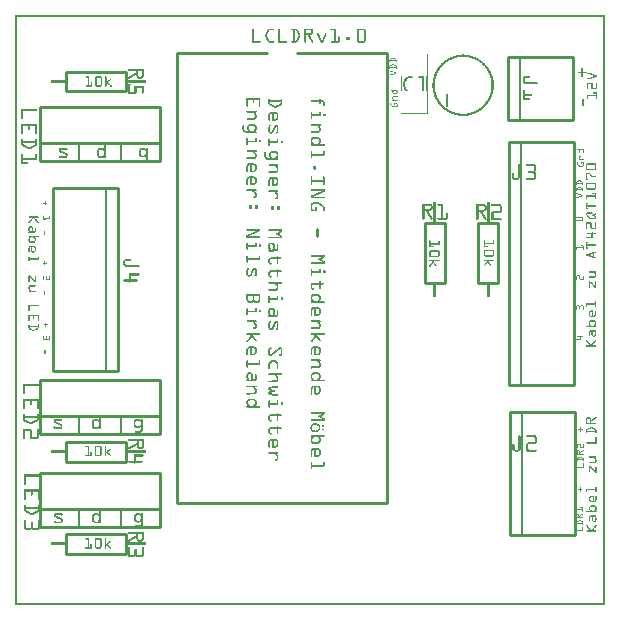
<source format=gto>
G04 MADE WITH FRITZING*
G04 WWW.FRITZING.ORG*
G04 DOUBLE SIDED*
G04 HOLES PLATED*
G04 CONTOUR ON CENTER OF CONTOUR VECTOR*
%ASAXBY*%
%FSLAX23Y23*%
%MOIN*%
%OFA0B0*%
%SFA1.0B1.0*%
%ADD10C,0.010000*%
%ADD11C,0.005000*%
%ADD12C,0.008000*%
%ADD13R,0.001000X0.001000*%
%LNSILK1*%
G90*
G70*
G54D10*
X126Y1391D02*
X126Y781D01*
D02*
X126Y781D02*
X342Y781D01*
D02*
X342Y781D02*
X342Y1391D01*
D02*
X342Y1391D02*
X126Y1391D01*
G54D11*
D02*
X302Y781D02*
X302Y1391D01*
G54D10*
D02*
X1866Y235D02*
X1866Y645D01*
D02*
X1866Y645D02*
X1650Y645D01*
D02*
X1650Y645D02*
X1650Y235D01*
D02*
X1650Y235D02*
X1866Y235D01*
G54D11*
D02*
X1690Y645D02*
X1690Y235D01*
G54D10*
D02*
X1859Y1619D02*
X1859Y1829D01*
D02*
X1859Y1829D02*
X1643Y1829D01*
D02*
X1643Y1829D02*
X1643Y1619D01*
D02*
X1643Y1619D02*
X1859Y1619D01*
G54D11*
D02*
X1683Y1829D02*
X1683Y1619D01*
G54D10*
D02*
X370Y1714D02*
X170Y1714D01*
D02*
X170Y1714D02*
X170Y1780D01*
D02*
X170Y1780D02*
X370Y1780D01*
D02*
X370Y1780D02*
X370Y1714D01*
D02*
X370Y480D02*
X170Y480D01*
D02*
X170Y480D02*
X170Y546D01*
D02*
X170Y546D02*
X370Y546D01*
D02*
X370Y546D02*
X370Y480D01*
D02*
X370Y173D02*
X170Y173D01*
D02*
X170Y173D02*
X170Y239D01*
D02*
X170Y239D02*
X370Y239D01*
D02*
X370Y239D02*
X370Y173D01*
D02*
X1611Y1277D02*
X1611Y1077D01*
D02*
X1611Y1077D02*
X1545Y1077D01*
D02*
X1545Y1077D02*
X1545Y1277D01*
D02*
X1545Y1277D02*
X1611Y1277D01*
D02*
X1432Y1277D02*
X1432Y1077D01*
D02*
X1432Y1077D02*
X1366Y1077D01*
D02*
X1366Y1077D02*
X1366Y1277D01*
D02*
X1366Y1277D02*
X1432Y1277D01*
D02*
X482Y1481D02*
X82Y1481D01*
D02*
X82Y1481D02*
X82Y1661D01*
D02*
X82Y1661D02*
X482Y1661D01*
D02*
X482Y1661D02*
X482Y1481D01*
D02*
X482Y1481D02*
X82Y1481D01*
D02*
X82Y1481D02*
X82Y1541D01*
D02*
X82Y1541D02*
X482Y1541D01*
D02*
X482Y1541D02*
X482Y1481D01*
G54D11*
D02*
X352Y1481D02*
X352Y1541D01*
D02*
X212Y1481D02*
X212Y1541D01*
G54D10*
D02*
X482Y572D02*
X82Y572D01*
D02*
X82Y572D02*
X82Y752D01*
D02*
X82Y752D02*
X482Y752D01*
D02*
X482Y752D02*
X482Y572D01*
D02*
X482Y572D02*
X82Y572D01*
D02*
X82Y572D02*
X82Y632D01*
D02*
X82Y632D02*
X482Y632D01*
D02*
X482Y632D02*
X482Y572D01*
G54D11*
D02*
X352Y572D02*
X352Y632D01*
D02*
X212Y572D02*
X212Y632D01*
G54D10*
D02*
X482Y261D02*
X82Y261D01*
D02*
X82Y261D02*
X82Y441D01*
D02*
X82Y441D02*
X482Y441D01*
D02*
X482Y441D02*
X482Y261D01*
D02*
X482Y261D02*
X82Y261D01*
D02*
X82Y261D02*
X82Y321D01*
D02*
X82Y321D02*
X482Y321D01*
D02*
X482Y321D02*
X482Y261D01*
G54D11*
D02*
X352Y261D02*
X352Y321D01*
D02*
X212Y261D02*
X212Y321D01*
G54D12*
D02*
X1440Y1704D02*
X1440Y1664D01*
G54D10*
D02*
X1863Y736D02*
X1863Y1546D01*
D02*
X1863Y1546D02*
X1647Y1546D01*
D02*
X1647Y1546D02*
X1647Y736D01*
D02*
X1647Y736D02*
X1863Y736D01*
G54D11*
D02*
X1687Y1546D02*
X1687Y736D01*
G54D10*
D02*
X540Y1842D02*
X540Y342D01*
D02*
X540Y342D02*
X1240Y342D01*
D02*
X1240Y342D02*
X1240Y1842D01*
D02*
X540Y1842D02*
X840Y1842D01*
D02*
X940Y1842D02*
X1240Y1842D01*
G54D13*
X0Y1969D02*
X1967Y1969D01*
X0Y1968D02*
X1967Y1968D01*
X0Y1967D02*
X1967Y1967D01*
X0Y1966D02*
X1967Y1966D01*
X0Y1965D02*
X1967Y1965D01*
X0Y1964D02*
X1967Y1964D01*
X0Y1963D02*
X1967Y1963D01*
X0Y1962D02*
X1967Y1962D01*
X0Y1961D02*
X7Y1961D01*
X1960Y1961D02*
X1967Y1961D01*
X0Y1960D02*
X7Y1960D01*
X1960Y1960D02*
X1967Y1960D01*
X0Y1959D02*
X7Y1959D01*
X1960Y1959D02*
X1967Y1959D01*
X0Y1958D02*
X7Y1958D01*
X1960Y1958D02*
X1967Y1958D01*
X0Y1957D02*
X7Y1957D01*
X1960Y1957D02*
X1967Y1957D01*
X0Y1956D02*
X7Y1956D01*
X1960Y1956D02*
X1967Y1956D01*
X0Y1955D02*
X7Y1955D01*
X1960Y1955D02*
X1967Y1955D01*
X0Y1954D02*
X7Y1954D01*
X1960Y1954D02*
X1967Y1954D01*
X0Y1953D02*
X7Y1953D01*
X1960Y1953D02*
X1967Y1953D01*
X0Y1952D02*
X7Y1952D01*
X1960Y1952D02*
X1967Y1952D01*
X0Y1951D02*
X7Y1951D01*
X1960Y1951D02*
X1967Y1951D01*
X0Y1950D02*
X7Y1950D01*
X1960Y1950D02*
X1967Y1950D01*
X0Y1949D02*
X7Y1949D01*
X1960Y1949D02*
X1967Y1949D01*
X0Y1948D02*
X7Y1948D01*
X1960Y1948D02*
X1967Y1948D01*
X0Y1947D02*
X7Y1947D01*
X1960Y1947D02*
X1967Y1947D01*
X0Y1946D02*
X7Y1946D01*
X1960Y1946D02*
X1967Y1946D01*
X0Y1945D02*
X7Y1945D01*
X1960Y1945D02*
X1967Y1945D01*
X0Y1944D02*
X7Y1944D01*
X1960Y1944D02*
X1967Y1944D01*
X0Y1943D02*
X7Y1943D01*
X1960Y1943D02*
X1967Y1943D01*
X0Y1942D02*
X7Y1942D01*
X1960Y1942D02*
X1967Y1942D01*
X0Y1941D02*
X7Y1941D01*
X1960Y1941D02*
X1967Y1941D01*
X0Y1940D02*
X7Y1940D01*
X1960Y1940D02*
X1967Y1940D01*
X0Y1939D02*
X7Y1939D01*
X1960Y1939D02*
X1967Y1939D01*
X0Y1938D02*
X7Y1938D01*
X1960Y1938D02*
X1967Y1938D01*
X0Y1937D02*
X7Y1937D01*
X1960Y1937D02*
X1967Y1937D01*
X0Y1936D02*
X7Y1936D01*
X1960Y1936D02*
X1967Y1936D01*
X0Y1935D02*
X7Y1935D01*
X1960Y1935D02*
X1967Y1935D01*
X0Y1934D02*
X7Y1934D01*
X1960Y1934D02*
X1967Y1934D01*
X0Y1933D02*
X7Y1933D01*
X1960Y1933D02*
X1967Y1933D01*
X0Y1932D02*
X7Y1932D01*
X1960Y1932D02*
X1967Y1932D01*
X0Y1931D02*
X7Y1931D01*
X1960Y1931D02*
X1967Y1931D01*
X0Y1930D02*
X7Y1930D01*
X1960Y1930D02*
X1967Y1930D01*
X0Y1929D02*
X7Y1929D01*
X1960Y1929D02*
X1967Y1929D01*
X0Y1928D02*
X7Y1928D01*
X1960Y1928D02*
X1967Y1928D01*
X0Y1927D02*
X7Y1927D01*
X1960Y1927D02*
X1967Y1927D01*
X0Y1926D02*
X7Y1926D01*
X1960Y1926D02*
X1967Y1926D01*
X0Y1925D02*
X7Y1925D01*
X1960Y1925D02*
X1967Y1925D01*
X0Y1924D02*
X7Y1924D01*
X1960Y1924D02*
X1967Y1924D01*
X0Y1923D02*
X7Y1923D01*
X792Y1923D02*
X795Y1923D01*
X846Y1923D02*
X863Y1923D01*
X879Y1923D02*
X882Y1923D01*
X923Y1923D02*
X938Y1923D01*
X965Y1923D02*
X989Y1923D01*
X1053Y1923D02*
X1070Y1923D01*
X1143Y1923D02*
X1165Y1923D01*
X1960Y1923D02*
X1967Y1923D01*
X0Y1922D02*
X7Y1922D01*
X791Y1922D02*
X796Y1922D01*
X845Y1922D02*
X863Y1922D01*
X878Y1922D02*
X883Y1922D01*
X922Y1922D02*
X940Y1922D01*
X965Y1922D02*
X991Y1922D01*
X1053Y1922D02*
X1070Y1922D01*
X1141Y1922D02*
X1167Y1922D01*
X1960Y1922D02*
X1967Y1922D01*
X0Y1921D02*
X7Y1921D01*
X791Y1921D02*
X796Y1921D01*
X844Y1921D02*
X864Y1921D01*
X878Y1921D02*
X883Y1921D01*
X922Y1921D02*
X941Y1921D01*
X965Y1921D02*
X992Y1921D01*
X1052Y1921D02*
X1070Y1921D01*
X1141Y1921D02*
X1168Y1921D01*
X1960Y1921D02*
X1967Y1921D01*
X0Y1920D02*
X7Y1920D01*
X791Y1920D02*
X796Y1920D01*
X843Y1920D02*
X863Y1920D01*
X878Y1920D02*
X883Y1920D01*
X922Y1920D02*
X942Y1920D01*
X965Y1920D02*
X993Y1920D01*
X1053Y1920D02*
X1070Y1920D01*
X1140Y1920D02*
X1168Y1920D01*
X1960Y1920D02*
X1967Y1920D01*
X0Y1919D02*
X7Y1919D01*
X791Y1919D02*
X796Y1919D01*
X842Y1919D02*
X863Y1919D01*
X878Y1919D02*
X883Y1919D01*
X922Y1919D02*
X943Y1919D01*
X965Y1919D02*
X993Y1919D01*
X1053Y1919D02*
X1070Y1919D01*
X1140Y1919D02*
X1169Y1919D01*
X1960Y1919D02*
X1967Y1919D01*
X0Y1918D02*
X7Y1918D01*
X791Y1918D02*
X796Y1918D01*
X842Y1918D02*
X862Y1918D01*
X878Y1918D02*
X883Y1918D01*
X923Y1918D02*
X943Y1918D01*
X965Y1918D02*
X994Y1918D01*
X1054Y1918D02*
X1070Y1918D01*
X1140Y1918D02*
X1169Y1918D01*
X1960Y1918D02*
X1967Y1918D01*
X0Y1917D02*
X7Y1917D01*
X791Y1917D02*
X796Y1917D01*
X841Y1917D02*
X847Y1917D01*
X878Y1917D02*
X883Y1917D01*
X928Y1917D02*
X933Y1917D01*
X938Y1917D02*
X944Y1917D01*
X965Y1917D02*
X970Y1917D01*
X988Y1917D02*
X994Y1917D01*
X1064Y1917D02*
X1070Y1917D01*
X1140Y1917D02*
X1145Y1917D01*
X1164Y1917D02*
X1169Y1917D01*
X1960Y1917D02*
X1967Y1917D01*
X0Y1916D02*
X7Y1916D01*
X791Y1916D02*
X796Y1916D01*
X841Y1916D02*
X847Y1916D01*
X878Y1916D02*
X883Y1916D01*
X928Y1916D02*
X933Y1916D01*
X939Y1916D02*
X944Y1916D01*
X965Y1916D02*
X970Y1916D01*
X989Y1916D02*
X994Y1916D01*
X1064Y1916D02*
X1070Y1916D01*
X1140Y1916D02*
X1145Y1916D01*
X1164Y1916D02*
X1169Y1916D01*
X1960Y1916D02*
X1967Y1916D01*
X0Y1915D02*
X7Y1915D01*
X791Y1915D02*
X796Y1915D01*
X840Y1915D02*
X846Y1915D01*
X878Y1915D02*
X883Y1915D01*
X928Y1915D02*
X933Y1915D01*
X939Y1915D02*
X945Y1915D01*
X965Y1915D02*
X970Y1915D01*
X989Y1915D02*
X994Y1915D01*
X1064Y1915D02*
X1070Y1915D01*
X1140Y1915D02*
X1145Y1915D01*
X1164Y1915D02*
X1169Y1915D01*
X1960Y1915D02*
X1967Y1915D01*
X0Y1914D02*
X7Y1914D01*
X791Y1914D02*
X796Y1914D01*
X840Y1914D02*
X846Y1914D01*
X878Y1914D02*
X883Y1914D01*
X928Y1914D02*
X933Y1914D01*
X940Y1914D02*
X945Y1914D01*
X965Y1914D02*
X970Y1914D01*
X989Y1914D02*
X994Y1914D01*
X1064Y1914D02*
X1070Y1914D01*
X1140Y1914D02*
X1145Y1914D01*
X1164Y1914D02*
X1169Y1914D01*
X1960Y1914D02*
X1967Y1914D01*
X0Y1913D02*
X7Y1913D01*
X791Y1913D02*
X796Y1913D01*
X839Y1913D02*
X845Y1913D01*
X878Y1913D02*
X883Y1913D01*
X928Y1913D02*
X933Y1913D01*
X940Y1913D02*
X946Y1913D01*
X965Y1913D02*
X970Y1913D01*
X989Y1913D02*
X994Y1913D01*
X1064Y1913D02*
X1070Y1913D01*
X1140Y1913D02*
X1145Y1913D01*
X1164Y1913D02*
X1169Y1913D01*
X1960Y1913D02*
X1967Y1913D01*
X0Y1912D02*
X7Y1912D01*
X791Y1912D02*
X796Y1912D01*
X839Y1912D02*
X845Y1912D01*
X878Y1912D02*
X883Y1912D01*
X928Y1912D02*
X933Y1912D01*
X941Y1912D02*
X946Y1912D01*
X965Y1912D02*
X970Y1912D01*
X989Y1912D02*
X994Y1912D01*
X1064Y1912D02*
X1070Y1912D01*
X1140Y1912D02*
X1145Y1912D01*
X1164Y1912D02*
X1169Y1912D01*
X1960Y1912D02*
X1967Y1912D01*
X0Y1911D02*
X7Y1911D01*
X791Y1911D02*
X796Y1911D01*
X838Y1911D02*
X844Y1911D01*
X878Y1911D02*
X883Y1911D01*
X928Y1911D02*
X933Y1911D01*
X941Y1911D02*
X947Y1911D01*
X965Y1911D02*
X970Y1911D01*
X989Y1911D02*
X994Y1911D01*
X1064Y1911D02*
X1070Y1911D01*
X1140Y1911D02*
X1145Y1911D01*
X1164Y1911D02*
X1169Y1911D01*
X1960Y1911D02*
X1967Y1911D01*
X0Y1910D02*
X7Y1910D01*
X791Y1910D02*
X796Y1910D01*
X838Y1910D02*
X843Y1910D01*
X878Y1910D02*
X883Y1910D01*
X928Y1910D02*
X933Y1910D01*
X942Y1910D02*
X947Y1910D01*
X965Y1910D02*
X970Y1910D01*
X989Y1910D02*
X994Y1910D01*
X1010Y1910D02*
X1013Y1910D01*
X1034Y1910D02*
X1037Y1910D01*
X1064Y1910D02*
X1070Y1910D01*
X1140Y1910D02*
X1145Y1910D01*
X1164Y1910D02*
X1169Y1910D01*
X1960Y1910D02*
X1967Y1910D01*
X0Y1909D02*
X7Y1909D01*
X791Y1909D02*
X796Y1909D01*
X837Y1909D02*
X843Y1909D01*
X878Y1909D02*
X883Y1909D01*
X928Y1909D02*
X933Y1909D01*
X942Y1909D02*
X948Y1909D01*
X965Y1909D02*
X970Y1909D01*
X988Y1909D02*
X994Y1909D01*
X1009Y1909D02*
X1014Y1909D01*
X1033Y1909D02*
X1038Y1909D01*
X1064Y1909D02*
X1070Y1909D01*
X1140Y1909D02*
X1145Y1909D01*
X1164Y1909D02*
X1169Y1909D01*
X1960Y1909D02*
X1967Y1909D01*
X0Y1908D02*
X7Y1908D01*
X791Y1908D02*
X796Y1908D01*
X837Y1908D02*
X842Y1908D01*
X878Y1908D02*
X883Y1908D01*
X928Y1908D02*
X933Y1908D01*
X943Y1908D02*
X948Y1908D01*
X965Y1908D02*
X994Y1908D01*
X1009Y1908D02*
X1014Y1908D01*
X1033Y1908D02*
X1038Y1908D01*
X1064Y1908D02*
X1070Y1908D01*
X1140Y1908D02*
X1145Y1908D01*
X1164Y1908D02*
X1169Y1908D01*
X1960Y1908D02*
X1967Y1908D01*
X0Y1907D02*
X7Y1907D01*
X791Y1907D02*
X796Y1907D01*
X836Y1907D02*
X842Y1907D01*
X878Y1907D02*
X883Y1907D01*
X928Y1907D02*
X933Y1907D01*
X943Y1907D02*
X949Y1907D01*
X965Y1907D02*
X993Y1907D01*
X1009Y1907D02*
X1014Y1907D01*
X1033Y1907D02*
X1038Y1907D01*
X1064Y1907D02*
X1070Y1907D01*
X1140Y1907D02*
X1145Y1907D01*
X1164Y1907D02*
X1169Y1907D01*
X1960Y1907D02*
X1967Y1907D01*
X0Y1906D02*
X7Y1906D01*
X791Y1906D02*
X796Y1906D01*
X836Y1906D02*
X841Y1906D01*
X878Y1906D02*
X883Y1906D01*
X928Y1906D02*
X933Y1906D01*
X944Y1906D02*
X949Y1906D01*
X965Y1906D02*
X992Y1906D01*
X1009Y1906D02*
X1014Y1906D01*
X1033Y1906D02*
X1038Y1906D01*
X1064Y1906D02*
X1070Y1906D01*
X1140Y1906D02*
X1145Y1906D01*
X1164Y1906D02*
X1169Y1906D01*
X1960Y1906D02*
X1967Y1906D01*
X0Y1905D02*
X7Y1905D01*
X791Y1905D02*
X796Y1905D01*
X835Y1905D02*
X841Y1905D01*
X878Y1905D02*
X883Y1905D01*
X928Y1905D02*
X933Y1905D01*
X944Y1905D02*
X950Y1905D01*
X965Y1905D02*
X992Y1905D01*
X1009Y1905D02*
X1014Y1905D01*
X1033Y1905D02*
X1038Y1905D01*
X1064Y1905D02*
X1070Y1905D01*
X1140Y1905D02*
X1145Y1905D01*
X1164Y1905D02*
X1169Y1905D01*
X1960Y1905D02*
X1967Y1905D01*
X0Y1904D02*
X7Y1904D01*
X791Y1904D02*
X796Y1904D01*
X835Y1904D02*
X840Y1904D01*
X878Y1904D02*
X883Y1904D01*
X928Y1904D02*
X933Y1904D01*
X945Y1904D02*
X950Y1904D01*
X965Y1904D02*
X990Y1904D01*
X1009Y1904D02*
X1014Y1904D01*
X1033Y1904D02*
X1038Y1904D01*
X1064Y1904D02*
X1070Y1904D01*
X1140Y1904D02*
X1145Y1904D01*
X1164Y1904D02*
X1169Y1904D01*
X1960Y1904D02*
X1967Y1904D01*
X0Y1903D02*
X7Y1903D01*
X791Y1903D02*
X796Y1903D01*
X835Y1903D02*
X840Y1903D01*
X878Y1903D02*
X883Y1903D01*
X928Y1903D02*
X933Y1903D01*
X945Y1903D02*
X950Y1903D01*
X965Y1903D02*
X989Y1903D01*
X1009Y1903D02*
X1014Y1903D01*
X1033Y1903D02*
X1038Y1903D01*
X1064Y1903D02*
X1070Y1903D01*
X1140Y1903D02*
X1145Y1903D01*
X1164Y1903D02*
X1169Y1903D01*
X1960Y1903D02*
X1967Y1903D01*
X0Y1902D02*
X7Y1902D01*
X791Y1902D02*
X796Y1902D01*
X835Y1902D02*
X840Y1902D01*
X878Y1902D02*
X883Y1902D01*
X928Y1902D02*
X933Y1902D01*
X945Y1902D02*
X951Y1902D01*
X965Y1902D02*
X970Y1902D01*
X976Y1902D02*
X982Y1902D01*
X1009Y1902D02*
X1015Y1902D01*
X1032Y1902D02*
X1038Y1902D01*
X1064Y1902D02*
X1070Y1902D01*
X1140Y1902D02*
X1145Y1902D01*
X1164Y1902D02*
X1169Y1902D01*
X1960Y1902D02*
X1967Y1902D01*
X0Y1901D02*
X7Y1901D01*
X791Y1901D02*
X796Y1901D01*
X834Y1901D02*
X840Y1901D01*
X878Y1901D02*
X883Y1901D01*
X928Y1901D02*
X933Y1901D01*
X946Y1901D02*
X951Y1901D01*
X965Y1901D02*
X970Y1901D01*
X976Y1901D02*
X982Y1901D01*
X1009Y1901D02*
X1015Y1901D01*
X1032Y1901D02*
X1037Y1901D01*
X1064Y1901D02*
X1070Y1901D01*
X1140Y1901D02*
X1145Y1901D01*
X1164Y1901D02*
X1169Y1901D01*
X1960Y1901D02*
X1967Y1901D01*
X0Y1900D02*
X7Y1900D01*
X791Y1900D02*
X796Y1900D01*
X834Y1900D02*
X840Y1900D01*
X878Y1900D02*
X883Y1900D01*
X928Y1900D02*
X933Y1900D01*
X946Y1900D02*
X951Y1900D01*
X965Y1900D02*
X970Y1900D01*
X977Y1900D02*
X983Y1900D01*
X1010Y1900D02*
X1015Y1900D01*
X1031Y1900D02*
X1037Y1900D01*
X1064Y1900D02*
X1070Y1900D01*
X1140Y1900D02*
X1145Y1900D01*
X1164Y1900D02*
X1169Y1900D01*
X1960Y1900D02*
X1967Y1900D01*
X0Y1899D02*
X7Y1899D01*
X791Y1899D02*
X796Y1899D01*
X835Y1899D02*
X840Y1899D01*
X878Y1899D02*
X883Y1899D01*
X928Y1899D02*
X933Y1899D01*
X945Y1899D02*
X951Y1899D01*
X965Y1899D02*
X970Y1899D01*
X977Y1899D02*
X984Y1899D01*
X1010Y1899D02*
X1016Y1899D01*
X1031Y1899D02*
X1037Y1899D01*
X1064Y1899D02*
X1070Y1899D01*
X1140Y1899D02*
X1145Y1899D01*
X1164Y1899D02*
X1169Y1899D01*
X1960Y1899D02*
X1967Y1899D01*
X0Y1898D02*
X7Y1898D01*
X791Y1898D02*
X796Y1898D01*
X835Y1898D02*
X840Y1898D01*
X878Y1898D02*
X883Y1898D01*
X928Y1898D02*
X933Y1898D01*
X945Y1898D02*
X950Y1898D01*
X965Y1898D02*
X970Y1898D01*
X978Y1898D02*
X984Y1898D01*
X1011Y1898D02*
X1016Y1898D01*
X1030Y1898D02*
X1036Y1898D01*
X1064Y1898D02*
X1070Y1898D01*
X1079Y1898D02*
X1079Y1898D01*
X1140Y1898D02*
X1145Y1898D01*
X1164Y1898D02*
X1169Y1898D01*
X1960Y1898D02*
X1967Y1898D01*
X0Y1897D02*
X7Y1897D01*
X791Y1897D02*
X796Y1897D01*
X835Y1897D02*
X840Y1897D01*
X878Y1897D02*
X883Y1897D01*
X928Y1897D02*
X933Y1897D01*
X945Y1897D02*
X950Y1897D01*
X965Y1897D02*
X970Y1897D01*
X979Y1897D02*
X985Y1897D01*
X1011Y1897D02*
X1017Y1897D01*
X1030Y1897D02*
X1036Y1897D01*
X1064Y1897D02*
X1070Y1897D01*
X1077Y1897D02*
X1081Y1897D01*
X1140Y1897D02*
X1145Y1897D01*
X1164Y1897D02*
X1169Y1897D01*
X1960Y1897D02*
X1967Y1897D01*
X0Y1896D02*
X7Y1896D01*
X791Y1896D02*
X796Y1896D01*
X835Y1896D02*
X841Y1896D01*
X878Y1896D02*
X883Y1896D01*
X928Y1896D02*
X933Y1896D01*
X944Y1896D02*
X950Y1896D01*
X965Y1896D02*
X970Y1896D01*
X979Y1896D02*
X985Y1896D01*
X1011Y1896D02*
X1017Y1896D01*
X1030Y1896D02*
X1035Y1896D01*
X1064Y1896D02*
X1070Y1896D01*
X1077Y1896D02*
X1081Y1896D01*
X1140Y1896D02*
X1145Y1896D01*
X1164Y1896D02*
X1169Y1896D01*
X1960Y1896D02*
X1967Y1896D01*
X0Y1895D02*
X7Y1895D01*
X791Y1895D02*
X796Y1895D01*
X835Y1895D02*
X841Y1895D01*
X878Y1895D02*
X883Y1895D01*
X928Y1895D02*
X933Y1895D01*
X944Y1895D02*
X950Y1895D01*
X965Y1895D02*
X970Y1895D01*
X980Y1895D02*
X986Y1895D01*
X1012Y1895D02*
X1018Y1895D01*
X1029Y1895D02*
X1035Y1895D01*
X1064Y1895D02*
X1070Y1895D01*
X1076Y1895D02*
X1082Y1895D01*
X1106Y1895D02*
X1115Y1895D01*
X1140Y1895D02*
X1145Y1895D01*
X1164Y1895D02*
X1169Y1895D01*
X1960Y1895D02*
X1967Y1895D01*
X0Y1894D02*
X7Y1894D01*
X791Y1894D02*
X796Y1894D01*
X836Y1894D02*
X842Y1894D01*
X878Y1894D02*
X883Y1894D01*
X928Y1894D02*
X933Y1894D01*
X943Y1894D02*
X949Y1894D01*
X965Y1894D02*
X970Y1894D01*
X980Y1894D02*
X986Y1894D01*
X1012Y1894D02*
X1018Y1894D01*
X1029Y1894D02*
X1034Y1894D01*
X1064Y1894D02*
X1070Y1894D01*
X1076Y1894D02*
X1082Y1894D01*
X1105Y1894D02*
X1116Y1894D01*
X1140Y1894D02*
X1145Y1894D01*
X1164Y1894D02*
X1169Y1894D01*
X1960Y1894D02*
X1967Y1894D01*
X0Y1893D02*
X7Y1893D01*
X791Y1893D02*
X796Y1893D01*
X836Y1893D02*
X842Y1893D01*
X878Y1893D02*
X883Y1893D01*
X928Y1893D02*
X933Y1893D01*
X943Y1893D02*
X949Y1893D01*
X965Y1893D02*
X970Y1893D01*
X981Y1893D02*
X987Y1893D01*
X1013Y1893D02*
X1018Y1893D01*
X1028Y1893D02*
X1034Y1893D01*
X1064Y1893D02*
X1070Y1893D01*
X1076Y1893D02*
X1082Y1893D01*
X1105Y1893D02*
X1116Y1893D01*
X1140Y1893D02*
X1145Y1893D01*
X1164Y1893D02*
X1169Y1893D01*
X1960Y1893D02*
X1967Y1893D01*
X0Y1892D02*
X7Y1892D01*
X791Y1892D02*
X796Y1892D01*
X837Y1892D02*
X843Y1892D01*
X878Y1892D02*
X883Y1892D01*
X928Y1892D02*
X933Y1892D01*
X942Y1892D02*
X948Y1892D01*
X965Y1892D02*
X970Y1892D01*
X982Y1892D02*
X988Y1892D01*
X1013Y1892D02*
X1019Y1892D01*
X1028Y1892D02*
X1033Y1892D01*
X1064Y1892D02*
X1070Y1892D01*
X1076Y1892D02*
X1082Y1892D01*
X1105Y1892D02*
X1116Y1892D01*
X1140Y1892D02*
X1145Y1892D01*
X1164Y1892D02*
X1169Y1892D01*
X1960Y1892D02*
X1967Y1892D01*
X0Y1891D02*
X7Y1891D01*
X791Y1891D02*
X796Y1891D01*
X837Y1891D02*
X843Y1891D01*
X878Y1891D02*
X883Y1891D01*
X928Y1891D02*
X933Y1891D01*
X942Y1891D02*
X948Y1891D01*
X965Y1891D02*
X970Y1891D01*
X982Y1891D02*
X988Y1891D01*
X1014Y1891D02*
X1019Y1891D01*
X1027Y1891D02*
X1033Y1891D01*
X1064Y1891D02*
X1070Y1891D01*
X1076Y1891D02*
X1082Y1891D01*
X1105Y1891D02*
X1116Y1891D01*
X1140Y1891D02*
X1145Y1891D01*
X1164Y1891D02*
X1169Y1891D01*
X1960Y1891D02*
X1967Y1891D01*
X0Y1890D02*
X7Y1890D01*
X791Y1890D02*
X796Y1890D01*
X838Y1890D02*
X844Y1890D01*
X878Y1890D02*
X883Y1890D01*
X928Y1890D02*
X933Y1890D01*
X941Y1890D02*
X947Y1890D01*
X965Y1890D02*
X970Y1890D01*
X983Y1890D02*
X989Y1890D01*
X1014Y1890D02*
X1020Y1890D01*
X1027Y1890D02*
X1033Y1890D01*
X1064Y1890D02*
X1070Y1890D01*
X1076Y1890D02*
X1082Y1890D01*
X1105Y1890D02*
X1116Y1890D01*
X1140Y1890D02*
X1145Y1890D01*
X1164Y1890D02*
X1169Y1890D01*
X1960Y1890D02*
X1967Y1890D01*
X0Y1889D02*
X7Y1889D01*
X791Y1889D02*
X796Y1889D01*
X838Y1889D02*
X844Y1889D01*
X878Y1889D02*
X883Y1889D01*
X928Y1889D02*
X933Y1889D01*
X941Y1889D02*
X947Y1889D01*
X965Y1889D02*
X970Y1889D01*
X983Y1889D02*
X989Y1889D01*
X1015Y1889D02*
X1020Y1889D01*
X1026Y1889D02*
X1032Y1889D01*
X1064Y1889D02*
X1070Y1889D01*
X1076Y1889D02*
X1082Y1889D01*
X1105Y1889D02*
X1116Y1889D01*
X1140Y1889D02*
X1145Y1889D01*
X1164Y1889D02*
X1169Y1889D01*
X1960Y1889D02*
X1967Y1889D01*
X0Y1888D02*
X7Y1888D01*
X791Y1888D02*
X796Y1888D01*
X839Y1888D02*
X845Y1888D01*
X878Y1888D02*
X883Y1888D01*
X928Y1888D02*
X933Y1888D01*
X940Y1888D02*
X946Y1888D01*
X965Y1888D02*
X970Y1888D01*
X984Y1888D02*
X990Y1888D01*
X1015Y1888D02*
X1021Y1888D01*
X1026Y1888D02*
X1032Y1888D01*
X1064Y1888D02*
X1070Y1888D01*
X1076Y1888D02*
X1082Y1888D01*
X1105Y1888D02*
X1116Y1888D01*
X1140Y1888D02*
X1145Y1888D01*
X1164Y1888D02*
X1169Y1888D01*
X1960Y1888D02*
X1967Y1888D01*
X0Y1887D02*
X7Y1887D01*
X791Y1887D02*
X796Y1887D01*
X839Y1887D02*
X845Y1887D01*
X878Y1887D02*
X883Y1887D01*
X928Y1887D02*
X933Y1887D01*
X940Y1887D02*
X946Y1887D01*
X965Y1887D02*
X970Y1887D01*
X984Y1887D02*
X991Y1887D01*
X1015Y1887D02*
X1021Y1887D01*
X1026Y1887D02*
X1031Y1887D01*
X1064Y1887D02*
X1070Y1887D01*
X1076Y1887D02*
X1082Y1887D01*
X1105Y1887D02*
X1116Y1887D01*
X1140Y1887D02*
X1145Y1887D01*
X1164Y1887D02*
X1169Y1887D01*
X1960Y1887D02*
X1967Y1887D01*
X0Y1886D02*
X7Y1886D01*
X791Y1886D02*
X796Y1886D01*
X840Y1886D02*
X846Y1886D01*
X878Y1886D02*
X883Y1886D01*
X928Y1886D02*
X933Y1886D01*
X939Y1886D02*
X945Y1886D01*
X965Y1886D02*
X970Y1886D01*
X985Y1886D02*
X991Y1886D01*
X1016Y1886D02*
X1021Y1886D01*
X1025Y1886D02*
X1031Y1886D01*
X1064Y1886D02*
X1070Y1886D01*
X1076Y1886D02*
X1082Y1886D01*
X1105Y1886D02*
X1116Y1886D01*
X1140Y1886D02*
X1145Y1886D01*
X1164Y1886D02*
X1169Y1886D01*
X1960Y1886D02*
X1967Y1886D01*
X0Y1885D02*
X7Y1885D01*
X791Y1885D02*
X796Y1885D01*
X840Y1885D02*
X846Y1885D01*
X878Y1885D02*
X883Y1885D01*
X928Y1885D02*
X933Y1885D01*
X939Y1885D02*
X945Y1885D01*
X965Y1885D02*
X970Y1885D01*
X986Y1885D02*
X992Y1885D01*
X1016Y1885D02*
X1022Y1885D01*
X1025Y1885D02*
X1030Y1885D01*
X1064Y1885D02*
X1070Y1885D01*
X1076Y1885D02*
X1082Y1885D01*
X1106Y1885D02*
X1115Y1885D01*
X1140Y1885D02*
X1145Y1885D01*
X1164Y1885D02*
X1169Y1885D01*
X1960Y1885D02*
X1967Y1885D01*
X0Y1884D02*
X7Y1884D01*
X791Y1884D02*
X796Y1884D01*
X841Y1884D02*
X847Y1884D01*
X878Y1884D02*
X883Y1884D01*
X928Y1884D02*
X933Y1884D01*
X938Y1884D02*
X944Y1884D01*
X965Y1884D02*
X970Y1884D01*
X986Y1884D02*
X992Y1884D01*
X1017Y1884D02*
X1022Y1884D01*
X1024Y1884D02*
X1030Y1884D01*
X1064Y1884D02*
X1070Y1884D01*
X1076Y1884D02*
X1082Y1884D01*
X1140Y1884D02*
X1145Y1884D01*
X1164Y1884D02*
X1169Y1884D01*
X1960Y1884D02*
X1967Y1884D01*
X0Y1883D02*
X7Y1883D01*
X791Y1883D02*
X796Y1883D01*
X841Y1883D02*
X848Y1883D01*
X878Y1883D02*
X883Y1883D01*
X927Y1883D02*
X933Y1883D01*
X937Y1883D02*
X944Y1883D01*
X965Y1883D02*
X970Y1883D01*
X987Y1883D02*
X993Y1883D01*
X1017Y1883D02*
X1030Y1883D01*
X1064Y1883D02*
X1070Y1883D01*
X1076Y1883D02*
X1082Y1883D01*
X1140Y1883D02*
X1145Y1883D01*
X1163Y1883D02*
X1169Y1883D01*
X1960Y1883D02*
X1967Y1883D01*
X0Y1882D02*
X7Y1882D01*
X791Y1882D02*
X819Y1882D01*
X842Y1882D02*
X862Y1882D01*
X878Y1882D02*
X906Y1882D01*
X923Y1882D02*
X943Y1882D01*
X965Y1882D02*
X970Y1882D01*
X987Y1882D02*
X993Y1882D01*
X1018Y1882D02*
X1029Y1882D01*
X1054Y1882D02*
X1082Y1882D01*
X1140Y1882D02*
X1169Y1882D01*
X1960Y1882D02*
X1967Y1882D01*
X0Y1881D02*
X7Y1881D01*
X791Y1881D02*
X820Y1881D01*
X843Y1881D02*
X863Y1881D01*
X878Y1881D02*
X907Y1881D01*
X922Y1881D02*
X943Y1881D01*
X965Y1881D02*
X970Y1881D01*
X988Y1881D02*
X994Y1881D01*
X1018Y1881D02*
X1029Y1881D01*
X1053Y1881D02*
X1082Y1881D01*
X1140Y1881D02*
X1168Y1881D01*
X1960Y1881D02*
X1967Y1881D01*
X0Y1880D02*
X7Y1880D01*
X791Y1880D02*
X820Y1880D01*
X843Y1880D02*
X864Y1880D01*
X878Y1880D02*
X907Y1880D01*
X922Y1880D02*
X942Y1880D01*
X965Y1880D02*
X970Y1880D01*
X989Y1880D02*
X994Y1880D01*
X1018Y1880D02*
X1028Y1880D01*
X1052Y1880D02*
X1082Y1880D01*
X1140Y1880D02*
X1168Y1880D01*
X1960Y1880D02*
X1967Y1880D01*
X0Y1879D02*
X7Y1879D01*
X791Y1879D02*
X820Y1879D01*
X844Y1879D02*
X863Y1879D01*
X878Y1879D02*
X907Y1879D01*
X922Y1879D02*
X941Y1879D01*
X965Y1879D02*
X970Y1879D01*
X989Y1879D02*
X994Y1879D01*
X1019Y1879D02*
X1028Y1879D01*
X1053Y1879D02*
X1081Y1879D01*
X1141Y1879D02*
X1167Y1879D01*
X1960Y1879D02*
X1967Y1879D01*
X0Y1878D02*
X7Y1878D01*
X791Y1878D02*
X819Y1878D01*
X846Y1878D02*
X863Y1878D01*
X878Y1878D02*
X907Y1878D01*
X922Y1878D02*
X940Y1878D01*
X966Y1878D02*
X970Y1878D01*
X990Y1878D02*
X994Y1878D01*
X1019Y1878D02*
X1027Y1878D01*
X1053Y1878D02*
X1081Y1878D01*
X1142Y1878D02*
X1166Y1878D01*
X1960Y1878D02*
X1967Y1878D01*
X0Y1877D02*
X7Y1877D01*
X791Y1877D02*
X818Y1877D01*
X848Y1877D02*
X862Y1877D01*
X878Y1877D02*
X905Y1877D01*
X923Y1877D02*
X937Y1877D01*
X967Y1877D02*
X969Y1877D01*
X991Y1877D02*
X993Y1877D01*
X1020Y1877D02*
X1026Y1877D01*
X1054Y1877D02*
X1080Y1877D01*
X1144Y1877D02*
X1165Y1877D01*
X1960Y1877D02*
X1967Y1877D01*
X0Y1876D02*
X7Y1876D01*
X1960Y1876D02*
X1967Y1876D01*
X0Y1875D02*
X7Y1875D01*
X1960Y1875D02*
X1967Y1875D01*
X0Y1874D02*
X7Y1874D01*
X1960Y1874D02*
X1967Y1874D01*
X0Y1873D02*
X7Y1873D01*
X1960Y1873D02*
X1967Y1873D01*
X0Y1872D02*
X7Y1872D01*
X1960Y1872D02*
X1967Y1872D01*
X0Y1871D02*
X7Y1871D01*
X1960Y1871D02*
X1967Y1871D01*
X0Y1870D02*
X7Y1870D01*
X1960Y1870D02*
X1967Y1870D01*
X0Y1869D02*
X7Y1869D01*
X1960Y1869D02*
X1967Y1869D01*
X0Y1868D02*
X7Y1868D01*
X1960Y1868D02*
X1967Y1868D01*
X0Y1867D02*
X7Y1867D01*
X1960Y1867D02*
X1967Y1867D01*
X0Y1866D02*
X7Y1866D01*
X1960Y1866D02*
X1967Y1866D01*
X0Y1865D02*
X7Y1865D01*
X1960Y1865D02*
X1967Y1865D01*
X0Y1864D02*
X7Y1864D01*
X1960Y1864D02*
X1967Y1864D01*
X0Y1863D02*
X7Y1863D01*
X1960Y1863D02*
X1967Y1863D01*
X0Y1862D02*
X7Y1862D01*
X1960Y1862D02*
X1967Y1862D01*
X0Y1861D02*
X7Y1861D01*
X1960Y1861D02*
X1967Y1861D01*
X0Y1860D02*
X7Y1860D01*
X1960Y1860D02*
X1967Y1860D01*
X0Y1859D02*
X7Y1859D01*
X1960Y1859D02*
X1967Y1859D01*
X0Y1858D02*
X7Y1858D01*
X1960Y1858D02*
X1967Y1858D01*
X0Y1857D02*
X7Y1857D01*
X1960Y1857D02*
X1967Y1857D01*
X0Y1856D02*
X7Y1856D01*
X1960Y1856D02*
X1967Y1856D01*
X0Y1855D02*
X7Y1855D01*
X1960Y1855D02*
X1967Y1855D01*
X0Y1854D02*
X7Y1854D01*
X1960Y1854D02*
X1967Y1854D01*
X0Y1853D02*
X7Y1853D01*
X1960Y1853D02*
X1967Y1853D01*
X0Y1852D02*
X7Y1852D01*
X1960Y1852D02*
X1967Y1852D01*
X0Y1851D02*
X7Y1851D01*
X1960Y1851D02*
X1967Y1851D01*
X0Y1850D02*
X7Y1850D01*
X1960Y1850D02*
X1967Y1850D01*
X0Y1849D02*
X7Y1849D01*
X1960Y1849D02*
X1967Y1849D01*
X0Y1848D02*
X7Y1848D01*
X1960Y1848D02*
X1967Y1848D01*
X0Y1847D02*
X7Y1847D01*
X1960Y1847D02*
X1967Y1847D01*
X0Y1846D02*
X7Y1846D01*
X1960Y1846D02*
X1967Y1846D01*
X0Y1845D02*
X7Y1845D01*
X1960Y1845D02*
X1967Y1845D01*
X0Y1844D02*
X7Y1844D01*
X1960Y1844D02*
X1967Y1844D01*
X0Y1843D02*
X7Y1843D01*
X1960Y1843D02*
X1967Y1843D01*
X0Y1842D02*
X7Y1842D01*
X1960Y1842D02*
X1967Y1842D01*
X0Y1841D02*
X7Y1841D01*
X1960Y1841D02*
X1967Y1841D01*
X0Y1840D02*
X7Y1840D01*
X1286Y1840D02*
X1375Y1840D01*
X1960Y1840D02*
X1967Y1840D01*
X0Y1839D02*
X7Y1839D01*
X1286Y1839D02*
X1375Y1839D01*
X1960Y1839D02*
X1967Y1839D01*
X0Y1838D02*
X7Y1838D01*
X1286Y1838D02*
X1375Y1838D01*
X1960Y1838D02*
X1967Y1838D01*
X0Y1837D02*
X7Y1837D01*
X1286Y1837D02*
X1287Y1837D01*
X1373Y1837D02*
X1375Y1837D01*
X1491Y1837D02*
X1497Y1837D01*
X1960Y1837D02*
X1967Y1837D01*
X0Y1836D02*
X7Y1836D01*
X1286Y1836D02*
X1287Y1836D01*
X1373Y1836D02*
X1375Y1836D01*
X1480Y1836D02*
X1508Y1836D01*
X1960Y1836D02*
X1967Y1836D01*
X0Y1835D02*
X7Y1835D01*
X1286Y1835D02*
X1287Y1835D01*
X1373Y1835D02*
X1375Y1835D01*
X1474Y1835D02*
X1514Y1835D01*
X1960Y1835D02*
X1967Y1835D01*
X0Y1834D02*
X7Y1834D01*
X1286Y1834D02*
X1287Y1834D01*
X1373Y1834D02*
X1375Y1834D01*
X1470Y1834D02*
X1518Y1834D01*
X1960Y1834D02*
X1967Y1834D01*
X0Y1833D02*
X7Y1833D01*
X1286Y1833D02*
X1287Y1833D01*
X1373Y1833D02*
X1375Y1833D01*
X1466Y1833D02*
X1522Y1833D01*
X1960Y1833D02*
X1967Y1833D01*
X0Y1832D02*
X7Y1832D01*
X1286Y1832D02*
X1287Y1832D01*
X1373Y1832D02*
X1375Y1832D01*
X1463Y1832D02*
X1525Y1832D01*
X1960Y1832D02*
X1967Y1832D01*
X0Y1831D02*
X7Y1831D01*
X1286Y1831D02*
X1287Y1831D01*
X1373Y1831D02*
X1375Y1831D01*
X1460Y1831D02*
X1528Y1831D01*
X1960Y1831D02*
X1967Y1831D01*
X0Y1830D02*
X7Y1830D01*
X1286Y1830D02*
X1287Y1830D01*
X1373Y1830D02*
X1375Y1830D01*
X1458Y1830D02*
X1531Y1830D01*
X1960Y1830D02*
X1967Y1830D01*
X0Y1829D02*
X7Y1829D01*
X1286Y1829D02*
X1287Y1829D01*
X1373Y1829D02*
X1375Y1829D01*
X1455Y1829D02*
X1490Y1829D01*
X1498Y1829D02*
X1533Y1829D01*
X1960Y1829D02*
X1967Y1829D01*
X0Y1828D02*
X7Y1828D01*
X1286Y1828D02*
X1287Y1828D01*
X1373Y1828D02*
X1375Y1828D01*
X1453Y1828D02*
X1479Y1828D01*
X1509Y1828D02*
X1535Y1828D01*
X1960Y1828D02*
X1967Y1828D01*
X0Y1827D02*
X7Y1827D01*
X1286Y1827D02*
X1287Y1827D01*
X1373Y1827D02*
X1375Y1827D01*
X1451Y1827D02*
X1474Y1827D01*
X1514Y1827D02*
X1537Y1827D01*
X1960Y1827D02*
X1967Y1827D01*
X0Y1826D02*
X7Y1826D01*
X1258Y1826D02*
X1263Y1826D01*
X1286Y1826D02*
X1287Y1826D01*
X1373Y1826D02*
X1375Y1826D01*
X1449Y1826D02*
X1469Y1826D01*
X1519Y1826D02*
X1539Y1826D01*
X1960Y1826D02*
X1967Y1826D01*
X0Y1825D02*
X7Y1825D01*
X1256Y1825D02*
X1265Y1825D01*
X1286Y1825D02*
X1287Y1825D01*
X1373Y1825D02*
X1375Y1825D01*
X1447Y1825D02*
X1466Y1825D01*
X1522Y1825D02*
X1541Y1825D01*
X1960Y1825D02*
X1967Y1825D01*
X0Y1824D02*
X7Y1824D01*
X1254Y1824D02*
X1267Y1824D01*
X1286Y1824D02*
X1287Y1824D01*
X1373Y1824D02*
X1375Y1824D01*
X1445Y1824D02*
X1463Y1824D01*
X1525Y1824D02*
X1543Y1824D01*
X1960Y1824D02*
X1967Y1824D01*
X0Y1823D02*
X7Y1823D01*
X1252Y1823D02*
X1258Y1823D01*
X1264Y1823D02*
X1269Y1823D01*
X1286Y1823D02*
X1287Y1823D01*
X1373Y1823D02*
X1375Y1823D01*
X1443Y1823D02*
X1460Y1823D01*
X1528Y1823D02*
X1545Y1823D01*
X1960Y1823D02*
X1967Y1823D01*
X0Y1822D02*
X7Y1822D01*
X1251Y1822D02*
X1256Y1822D01*
X1266Y1822D02*
X1271Y1822D01*
X1286Y1822D02*
X1287Y1822D01*
X1373Y1822D02*
X1375Y1822D01*
X1442Y1822D02*
X1456Y1822D01*
X1532Y1822D02*
X1546Y1822D01*
X1960Y1822D02*
X1967Y1822D01*
X0Y1821D02*
X7Y1821D01*
X1250Y1821D02*
X1254Y1821D01*
X1268Y1821D02*
X1271Y1821D01*
X1286Y1821D02*
X1287Y1821D01*
X1373Y1821D02*
X1375Y1821D01*
X1440Y1821D02*
X1455Y1821D01*
X1533Y1821D02*
X1548Y1821D01*
X1960Y1821D02*
X1967Y1821D01*
X0Y1820D02*
X7Y1820D01*
X1249Y1820D02*
X1252Y1820D01*
X1269Y1820D02*
X1272Y1820D01*
X1286Y1820D02*
X1287Y1820D01*
X1373Y1820D02*
X1375Y1820D01*
X1438Y1820D02*
X1453Y1820D01*
X1535Y1820D02*
X1550Y1820D01*
X1960Y1820D02*
X1967Y1820D01*
X0Y1819D02*
X7Y1819D01*
X1249Y1819D02*
X1251Y1819D01*
X1270Y1819D02*
X1272Y1819D01*
X1286Y1819D02*
X1287Y1819D01*
X1373Y1819D02*
X1375Y1819D01*
X1437Y1819D02*
X1451Y1819D01*
X1537Y1819D02*
X1551Y1819D01*
X1960Y1819D02*
X1967Y1819D01*
X0Y1818D02*
X7Y1818D01*
X1249Y1818D02*
X1252Y1818D01*
X1270Y1818D02*
X1272Y1818D01*
X1286Y1818D02*
X1287Y1818D01*
X1373Y1818D02*
X1375Y1818D01*
X1436Y1818D02*
X1449Y1818D01*
X1539Y1818D02*
X1552Y1818D01*
X1960Y1818D02*
X1967Y1818D01*
X0Y1817D02*
X7Y1817D01*
X1249Y1817D02*
X1272Y1817D01*
X1286Y1817D02*
X1287Y1817D01*
X1373Y1817D02*
X1375Y1817D01*
X1434Y1817D02*
X1447Y1817D01*
X1541Y1817D02*
X1554Y1817D01*
X1960Y1817D02*
X1967Y1817D01*
X0Y1816D02*
X7Y1816D01*
X1249Y1816D02*
X1272Y1816D01*
X1286Y1816D02*
X1287Y1816D01*
X1373Y1816D02*
X1375Y1816D01*
X1433Y1816D02*
X1445Y1816D01*
X1543Y1816D02*
X1555Y1816D01*
X1960Y1816D02*
X1967Y1816D01*
X0Y1815D02*
X7Y1815D01*
X1249Y1815D02*
X1272Y1815D01*
X1286Y1815D02*
X1287Y1815D01*
X1373Y1815D02*
X1375Y1815D01*
X1432Y1815D02*
X1444Y1815D01*
X1544Y1815D02*
X1556Y1815D01*
X1960Y1815D02*
X1967Y1815D01*
X0Y1814D02*
X7Y1814D01*
X1249Y1814D02*
X1251Y1814D01*
X1270Y1814D02*
X1272Y1814D01*
X1286Y1814D02*
X1287Y1814D01*
X1373Y1814D02*
X1375Y1814D01*
X1430Y1814D02*
X1442Y1814D01*
X1546Y1814D02*
X1558Y1814D01*
X1960Y1814D02*
X1967Y1814D01*
X0Y1813D02*
X7Y1813D01*
X1249Y1813D02*
X1251Y1813D01*
X1270Y1813D02*
X1272Y1813D01*
X1286Y1813D02*
X1287Y1813D01*
X1373Y1813D02*
X1375Y1813D01*
X1429Y1813D02*
X1440Y1813D01*
X1548Y1813D02*
X1559Y1813D01*
X1960Y1813D02*
X1967Y1813D01*
X0Y1812D02*
X7Y1812D01*
X1250Y1812D02*
X1250Y1812D01*
X1271Y1812D02*
X1271Y1812D01*
X1286Y1812D02*
X1287Y1812D01*
X1373Y1812D02*
X1375Y1812D01*
X1428Y1812D02*
X1439Y1812D01*
X1549Y1812D02*
X1560Y1812D01*
X1960Y1812D02*
X1967Y1812D01*
X0Y1811D02*
X7Y1811D01*
X1286Y1811D02*
X1287Y1811D01*
X1373Y1811D02*
X1375Y1811D01*
X1427Y1811D02*
X1438Y1811D01*
X1550Y1811D02*
X1561Y1811D01*
X1960Y1811D02*
X1967Y1811D01*
X0Y1810D02*
X7Y1810D01*
X1286Y1810D02*
X1287Y1810D01*
X1373Y1810D02*
X1375Y1810D01*
X1426Y1810D02*
X1436Y1810D01*
X1552Y1810D02*
X1562Y1810D01*
X1960Y1810D02*
X1967Y1810D01*
X0Y1809D02*
X7Y1809D01*
X1286Y1809D02*
X1287Y1809D01*
X1373Y1809D02*
X1375Y1809D01*
X1425Y1809D02*
X1435Y1809D01*
X1553Y1809D02*
X1563Y1809D01*
X1960Y1809D02*
X1967Y1809D01*
X0Y1808D02*
X7Y1808D01*
X1286Y1808D02*
X1287Y1808D01*
X1373Y1808D02*
X1375Y1808D01*
X1424Y1808D02*
X1434Y1808D01*
X1554Y1808D02*
X1564Y1808D01*
X1960Y1808D02*
X1967Y1808D01*
X0Y1807D02*
X7Y1807D01*
X1286Y1807D02*
X1287Y1807D01*
X1373Y1807D02*
X1375Y1807D01*
X1422Y1807D02*
X1432Y1807D01*
X1556Y1807D02*
X1566Y1807D01*
X1960Y1807D02*
X1967Y1807D01*
X0Y1806D02*
X7Y1806D01*
X1286Y1806D02*
X1287Y1806D01*
X1373Y1806D02*
X1375Y1806D01*
X1422Y1806D02*
X1431Y1806D01*
X1557Y1806D02*
X1567Y1806D01*
X1960Y1806D02*
X1967Y1806D01*
X0Y1805D02*
X7Y1805D01*
X1261Y1805D02*
X1261Y1805D01*
X1286Y1805D02*
X1287Y1805D01*
X1373Y1805D02*
X1375Y1805D01*
X1421Y1805D02*
X1430Y1805D01*
X1558Y1805D02*
X1567Y1805D01*
X1960Y1805D02*
X1967Y1805D01*
X0Y1804D02*
X7Y1804D01*
X1257Y1804D02*
X1264Y1804D01*
X1286Y1804D02*
X1287Y1804D01*
X1373Y1804D02*
X1375Y1804D01*
X1420Y1804D02*
X1429Y1804D01*
X1559Y1804D02*
X1568Y1804D01*
X1960Y1804D02*
X1967Y1804D01*
X0Y1803D02*
X7Y1803D01*
X1255Y1803D02*
X1266Y1803D01*
X1286Y1803D02*
X1287Y1803D01*
X1373Y1803D02*
X1375Y1803D01*
X1419Y1803D02*
X1428Y1803D01*
X1560Y1803D02*
X1569Y1803D01*
X1960Y1803D02*
X1967Y1803D01*
X0Y1802D02*
X7Y1802D01*
X1253Y1802D02*
X1268Y1802D01*
X1286Y1802D02*
X1287Y1802D01*
X1373Y1802D02*
X1375Y1802D01*
X1418Y1802D02*
X1427Y1802D01*
X1561Y1802D02*
X1570Y1802D01*
X1960Y1802D02*
X1967Y1802D01*
X0Y1801D02*
X7Y1801D01*
X1252Y1801D02*
X1257Y1801D01*
X1264Y1801D02*
X1270Y1801D01*
X1286Y1801D02*
X1287Y1801D01*
X1373Y1801D02*
X1375Y1801D01*
X1417Y1801D02*
X1426Y1801D01*
X1562Y1801D02*
X1571Y1801D01*
X1960Y1801D02*
X1967Y1801D01*
X0Y1800D02*
X7Y1800D01*
X1250Y1800D02*
X1255Y1800D01*
X1266Y1800D02*
X1271Y1800D01*
X1286Y1800D02*
X1287Y1800D01*
X1373Y1800D02*
X1375Y1800D01*
X1416Y1800D02*
X1425Y1800D01*
X1563Y1800D02*
X1572Y1800D01*
X1960Y1800D02*
X1967Y1800D01*
X0Y1799D02*
X7Y1799D01*
X1250Y1799D02*
X1253Y1799D01*
X1268Y1799D02*
X1271Y1799D01*
X1286Y1799D02*
X1287Y1799D01*
X1373Y1799D02*
X1375Y1799D01*
X1415Y1799D02*
X1424Y1799D01*
X1564Y1799D02*
X1573Y1799D01*
X1960Y1799D02*
X1967Y1799D01*
X0Y1798D02*
X7Y1798D01*
X1249Y1798D02*
X1252Y1798D01*
X1269Y1798D02*
X1272Y1798D01*
X1286Y1798D02*
X1287Y1798D01*
X1373Y1798D02*
X1375Y1798D01*
X1414Y1798D02*
X1423Y1798D01*
X1565Y1798D02*
X1574Y1798D01*
X1960Y1798D02*
X1967Y1798D01*
X0Y1797D02*
X7Y1797D01*
X1249Y1797D02*
X1251Y1797D01*
X1270Y1797D02*
X1272Y1797D01*
X1286Y1797D02*
X1287Y1797D01*
X1373Y1797D02*
X1375Y1797D01*
X1414Y1797D02*
X1422Y1797D01*
X1566Y1797D02*
X1574Y1797D01*
X1960Y1797D02*
X1967Y1797D01*
X0Y1796D02*
X7Y1796D01*
X1249Y1796D02*
X1272Y1796D01*
X1286Y1796D02*
X1287Y1796D01*
X1373Y1796D02*
X1375Y1796D01*
X1413Y1796D02*
X1421Y1796D01*
X1567Y1796D02*
X1575Y1796D01*
X1960Y1796D02*
X1967Y1796D01*
X0Y1795D02*
X7Y1795D01*
X1249Y1795D02*
X1272Y1795D01*
X1286Y1795D02*
X1287Y1795D01*
X1373Y1795D02*
X1375Y1795D01*
X1412Y1795D02*
X1421Y1795D01*
X1567Y1795D02*
X1576Y1795D01*
X1960Y1795D02*
X1967Y1795D01*
X0Y1794D02*
X7Y1794D01*
X1249Y1794D02*
X1272Y1794D01*
X1286Y1794D02*
X1287Y1794D01*
X1373Y1794D02*
X1375Y1794D01*
X1411Y1794D02*
X1420Y1794D01*
X1568Y1794D02*
X1577Y1794D01*
X1960Y1794D02*
X1967Y1794D01*
X0Y1793D02*
X7Y1793D01*
X1249Y1793D02*
X1272Y1793D01*
X1286Y1793D02*
X1287Y1793D01*
X1373Y1793D02*
X1375Y1793D01*
X1411Y1793D02*
X1419Y1793D01*
X1569Y1793D02*
X1577Y1793D01*
X1960Y1793D02*
X1967Y1793D01*
X0Y1792D02*
X7Y1792D01*
X1249Y1792D02*
X1251Y1792D01*
X1270Y1792D02*
X1272Y1792D01*
X1286Y1792D02*
X1287Y1792D01*
X1373Y1792D02*
X1375Y1792D01*
X1410Y1792D02*
X1418Y1792D01*
X1570Y1792D02*
X1578Y1792D01*
X1890Y1792D02*
X1893Y1792D01*
X1960Y1792D02*
X1967Y1792D01*
X0Y1791D02*
X7Y1791D01*
X1249Y1791D02*
X1251Y1791D01*
X1270Y1791D02*
X1272Y1791D01*
X1286Y1791D02*
X1287Y1791D01*
X1373Y1791D02*
X1375Y1791D01*
X1409Y1791D02*
X1418Y1791D01*
X1570Y1791D02*
X1579Y1791D01*
X1889Y1791D02*
X1894Y1791D01*
X1960Y1791D02*
X1967Y1791D01*
X0Y1790D02*
X7Y1790D01*
X379Y1790D02*
X429Y1790D01*
X1286Y1790D02*
X1287Y1790D01*
X1373Y1790D02*
X1375Y1790D01*
X1409Y1790D02*
X1417Y1790D01*
X1571Y1790D02*
X1579Y1790D01*
X1889Y1790D02*
X1894Y1790D01*
X1960Y1790D02*
X1967Y1790D01*
X0Y1789D02*
X7Y1789D01*
X377Y1789D02*
X429Y1789D01*
X1286Y1789D02*
X1287Y1789D01*
X1373Y1789D02*
X1375Y1789D01*
X1408Y1789D02*
X1416Y1789D01*
X1572Y1789D02*
X1580Y1789D01*
X1889Y1789D02*
X1894Y1789D01*
X1960Y1789D02*
X1967Y1789D01*
X0Y1788D02*
X7Y1788D01*
X376Y1788D02*
X429Y1788D01*
X1286Y1788D02*
X1287Y1788D01*
X1373Y1788D02*
X1375Y1788D01*
X1407Y1788D02*
X1415Y1788D01*
X1573Y1788D02*
X1581Y1788D01*
X1889Y1788D02*
X1894Y1788D01*
X1960Y1788D02*
X1967Y1788D01*
X0Y1787D02*
X7Y1787D01*
X376Y1787D02*
X429Y1787D01*
X1286Y1787D02*
X1287Y1787D01*
X1373Y1787D02*
X1375Y1787D01*
X1407Y1787D02*
X1415Y1787D01*
X1573Y1787D02*
X1581Y1787D01*
X1889Y1787D02*
X1894Y1787D01*
X1960Y1787D02*
X1967Y1787D01*
X0Y1786D02*
X7Y1786D01*
X376Y1786D02*
X429Y1786D01*
X1286Y1786D02*
X1287Y1786D01*
X1373Y1786D02*
X1375Y1786D01*
X1406Y1786D02*
X1414Y1786D01*
X1574Y1786D02*
X1582Y1786D01*
X1889Y1786D02*
X1894Y1786D01*
X1960Y1786D02*
X1967Y1786D01*
X0Y1785D02*
X7Y1785D01*
X376Y1785D02*
X429Y1785D01*
X1286Y1785D02*
X1287Y1785D01*
X1373Y1785D02*
X1375Y1785D01*
X1406Y1785D02*
X1413Y1785D01*
X1575Y1785D02*
X1582Y1785D01*
X1889Y1785D02*
X1894Y1785D01*
X1960Y1785D02*
X1967Y1785D01*
X0Y1784D02*
X7Y1784D01*
X377Y1784D02*
X429Y1784D01*
X1286Y1784D02*
X1287Y1784D01*
X1373Y1784D02*
X1375Y1784D01*
X1405Y1784D02*
X1413Y1784D01*
X1575Y1784D02*
X1583Y1784D01*
X1889Y1784D02*
X1894Y1784D01*
X1960Y1784D02*
X1967Y1784D01*
X0Y1783D02*
X7Y1783D01*
X405Y1783D02*
X412Y1783D01*
X423Y1783D02*
X429Y1783D01*
X1250Y1783D02*
X1256Y1783D01*
X1286Y1783D02*
X1287Y1783D01*
X1373Y1783D02*
X1375Y1783D01*
X1404Y1783D02*
X1412Y1783D01*
X1576Y1783D02*
X1584Y1783D01*
X1889Y1783D02*
X1894Y1783D01*
X1960Y1783D02*
X1967Y1783D01*
X0Y1782D02*
X7Y1782D01*
X405Y1782D02*
X411Y1782D01*
X423Y1782D02*
X429Y1782D01*
X1249Y1782D02*
X1258Y1782D01*
X1286Y1782D02*
X1287Y1782D01*
X1373Y1782D02*
X1375Y1782D01*
X1404Y1782D02*
X1412Y1782D01*
X1576Y1782D02*
X1584Y1782D01*
X1889Y1782D02*
X1894Y1782D01*
X1960Y1782D02*
X1967Y1782D01*
X0Y1781D02*
X7Y1781D01*
X405Y1781D02*
X411Y1781D01*
X423Y1781D02*
X429Y1781D01*
X1250Y1781D02*
X1261Y1781D01*
X1286Y1781D02*
X1287Y1781D01*
X1373Y1781D02*
X1375Y1781D01*
X1404Y1781D02*
X1411Y1781D01*
X1577Y1781D02*
X1585Y1781D01*
X1889Y1781D02*
X1894Y1781D01*
X1960Y1781D02*
X1967Y1781D01*
X0Y1780D02*
X7Y1780D01*
X405Y1780D02*
X411Y1780D01*
X423Y1780D02*
X429Y1780D01*
X1256Y1780D02*
X1264Y1780D01*
X1286Y1780D02*
X1287Y1780D01*
X1373Y1780D02*
X1375Y1780D01*
X1403Y1780D02*
X1410Y1780D01*
X1578Y1780D02*
X1585Y1780D01*
X1879Y1780D02*
X1905Y1780D01*
X1960Y1780D02*
X1967Y1780D01*
X0Y1779D02*
X7Y1779D01*
X405Y1779D02*
X411Y1779D01*
X423Y1779D02*
X429Y1779D01*
X1259Y1779D02*
X1266Y1779D01*
X1286Y1779D02*
X1287Y1779D01*
X1373Y1779D02*
X1375Y1779D01*
X1403Y1779D02*
X1410Y1779D01*
X1578Y1779D02*
X1586Y1779D01*
X1877Y1779D02*
X1906Y1779D01*
X1960Y1779D02*
X1967Y1779D01*
X0Y1778D02*
X7Y1778D01*
X405Y1778D02*
X411Y1778D01*
X423Y1778D02*
X429Y1778D01*
X1261Y1778D02*
X1269Y1778D01*
X1286Y1778D02*
X1287Y1778D01*
X1373Y1778D02*
X1375Y1778D01*
X1402Y1778D02*
X1409Y1778D01*
X1579Y1778D02*
X1586Y1778D01*
X1877Y1778D02*
X1906Y1778D01*
X1960Y1778D02*
X1967Y1778D01*
X0Y1777D02*
X7Y1777D01*
X403Y1777D02*
X411Y1777D01*
X423Y1777D02*
X429Y1777D01*
X1264Y1777D02*
X1271Y1777D01*
X1286Y1777D02*
X1287Y1777D01*
X1373Y1777D02*
X1375Y1777D01*
X1402Y1777D02*
X1409Y1777D01*
X1579Y1777D02*
X1586Y1777D01*
X1877Y1777D02*
X1906Y1777D01*
X1960Y1777D02*
X1967Y1777D01*
X0Y1776D02*
X7Y1776D01*
X401Y1776D02*
X411Y1776D01*
X423Y1776D02*
X429Y1776D01*
X1266Y1776D02*
X1272Y1776D01*
X1286Y1776D02*
X1287Y1776D01*
X1373Y1776D02*
X1375Y1776D01*
X1401Y1776D02*
X1409Y1776D01*
X1580Y1776D02*
X1587Y1776D01*
X1877Y1776D02*
X1917Y1776D01*
X1960Y1776D02*
X1967Y1776D01*
X0Y1775D02*
X7Y1775D01*
X400Y1775D02*
X411Y1775D01*
X423Y1775D02*
X429Y1775D01*
X1265Y1775D02*
X1272Y1775D01*
X1286Y1775D02*
X1287Y1775D01*
X1373Y1775D02*
X1375Y1775D01*
X1401Y1775D02*
X1408Y1775D01*
X1580Y1775D02*
X1587Y1775D01*
X1878Y1775D02*
X1905Y1775D01*
X1907Y1775D02*
X1920Y1775D01*
X1960Y1775D02*
X1967Y1775D01*
X0Y1774D02*
X7Y1774D01*
X398Y1774D02*
X411Y1774D01*
X423Y1774D02*
X429Y1774D01*
X1263Y1774D02*
X1270Y1774D01*
X1286Y1774D02*
X1287Y1774D01*
X1373Y1774D02*
X1375Y1774D01*
X1400Y1774D02*
X1408Y1774D01*
X1580Y1774D02*
X1588Y1774D01*
X1889Y1774D02*
X1894Y1774D01*
X1906Y1774D02*
X1922Y1774D01*
X1960Y1774D02*
X1967Y1774D01*
X0Y1773D02*
X7Y1773D01*
X396Y1773D02*
X411Y1773D01*
X423Y1773D02*
X429Y1773D01*
X1260Y1773D02*
X1268Y1773D01*
X1286Y1773D02*
X1287Y1773D01*
X1373Y1773D02*
X1375Y1773D01*
X1400Y1773D02*
X1407Y1773D01*
X1581Y1773D02*
X1588Y1773D01*
X1889Y1773D02*
X1894Y1773D01*
X1907Y1773D02*
X1925Y1773D01*
X1960Y1773D02*
X1967Y1773D01*
X0Y1772D02*
X7Y1772D01*
X395Y1772D02*
X411Y1772D01*
X423Y1772D02*
X429Y1772D01*
X1258Y1772D02*
X1265Y1772D01*
X1286Y1772D02*
X1287Y1772D01*
X1373Y1772D02*
X1375Y1772D01*
X1399Y1772D02*
X1407Y1772D01*
X1581Y1772D02*
X1589Y1772D01*
X1889Y1772D02*
X1894Y1772D01*
X1909Y1772D02*
X1927Y1772D01*
X1960Y1772D02*
X1967Y1772D01*
X0Y1771D02*
X7Y1771D01*
X393Y1771D02*
X411Y1771D01*
X423Y1771D02*
X429Y1771D01*
X1250Y1771D02*
X1263Y1771D01*
X1286Y1771D02*
X1287Y1771D01*
X1373Y1771D02*
X1375Y1771D01*
X1399Y1771D02*
X1406Y1771D01*
X1582Y1771D02*
X1589Y1771D01*
X1889Y1771D02*
X1894Y1771D01*
X1918Y1771D02*
X1930Y1771D01*
X1960Y1771D02*
X1967Y1771D01*
X0Y1770D02*
X7Y1770D01*
X391Y1770D02*
X411Y1770D01*
X423Y1770D02*
X429Y1770D01*
X1249Y1770D02*
X1260Y1770D01*
X1286Y1770D02*
X1287Y1770D01*
X1373Y1770D02*
X1375Y1770D01*
X1399Y1770D02*
X1406Y1770D01*
X1582Y1770D02*
X1590Y1770D01*
X1889Y1770D02*
X1894Y1770D01*
X1921Y1770D02*
X1933Y1770D01*
X1960Y1770D02*
X1967Y1770D01*
X0Y1769D02*
X7Y1769D01*
X390Y1769D02*
X403Y1769D01*
X405Y1769D02*
X411Y1769D01*
X423Y1769D02*
X429Y1769D01*
X1250Y1769D02*
X1257Y1769D01*
X1286Y1769D02*
X1287Y1769D01*
X1373Y1769D02*
X1375Y1769D01*
X1398Y1769D02*
X1405Y1769D01*
X1583Y1769D02*
X1590Y1769D01*
X1889Y1769D02*
X1894Y1769D01*
X1924Y1769D02*
X1935Y1769D01*
X1960Y1769D02*
X1967Y1769D01*
X0Y1768D02*
X7Y1768D01*
X388Y1768D02*
X401Y1768D01*
X405Y1768D02*
X411Y1768D01*
X423Y1768D02*
X429Y1768D01*
X1286Y1768D02*
X1287Y1768D01*
X1373Y1768D02*
X1375Y1768D01*
X1398Y1768D02*
X1405Y1768D01*
X1583Y1768D02*
X1590Y1768D01*
X1889Y1768D02*
X1894Y1768D01*
X1926Y1768D02*
X1938Y1768D01*
X1960Y1768D02*
X1967Y1768D01*
X0Y1767D02*
X7Y1767D01*
X386Y1767D02*
X399Y1767D01*
X405Y1767D02*
X411Y1767D01*
X423Y1767D02*
X429Y1767D01*
X1286Y1767D02*
X1287Y1767D01*
X1373Y1767D02*
X1375Y1767D01*
X1397Y1767D02*
X1405Y1767D01*
X1583Y1767D02*
X1591Y1767D01*
X1889Y1767D02*
X1894Y1767D01*
X1929Y1767D02*
X1940Y1767D01*
X1960Y1767D02*
X1967Y1767D01*
X0Y1766D02*
X7Y1766D01*
X384Y1766D02*
X397Y1766D01*
X405Y1766D02*
X411Y1766D01*
X423Y1766D02*
X429Y1766D01*
X1286Y1766D02*
X1287Y1766D01*
X1373Y1766D02*
X1375Y1766D01*
X1397Y1766D02*
X1404Y1766D01*
X1584Y1766D02*
X1591Y1766D01*
X1703Y1766D02*
X1714Y1766D01*
X1889Y1766D02*
X1894Y1766D01*
X1931Y1766D02*
X1940Y1766D01*
X1960Y1766D02*
X1967Y1766D01*
X0Y1765D02*
X7Y1765D01*
X237Y1765D02*
X248Y1765D01*
X271Y1765D02*
X287Y1765D01*
X302Y1765D02*
X303Y1765D01*
X383Y1765D02*
X396Y1765D01*
X405Y1765D02*
X412Y1765D01*
X423Y1765D02*
X429Y1765D01*
X1286Y1765D02*
X1288Y1765D01*
X1373Y1765D02*
X1375Y1765D01*
X1397Y1765D02*
X1404Y1765D01*
X1584Y1765D02*
X1591Y1765D01*
X1700Y1765D02*
X1716Y1765D01*
X1889Y1765D02*
X1894Y1765D01*
X1932Y1765D02*
X1940Y1765D01*
X1960Y1765D02*
X1967Y1765D01*
X0Y1764D02*
X7Y1764D01*
X236Y1764D02*
X248Y1764D01*
X270Y1764D02*
X288Y1764D01*
X301Y1764D02*
X304Y1764D01*
X381Y1764D02*
X394Y1764D01*
X406Y1764D02*
X412Y1764D01*
X422Y1764D02*
X429Y1764D01*
X1286Y1764D02*
X1289Y1764D01*
X1310Y1764D02*
X1323Y1764D01*
X1346Y1764D02*
X1362Y1764D01*
X1372Y1764D02*
X1375Y1764D01*
X1396Y1764D02*
X1404Y1764D01*
X1584Y1764D02*
X1592Y1764D01*
X1698Y1764D02*
X1717Y1764D01*
X1889Y1764D02*
X1894Y1764D01*
X1929Y1764D02*
X1940Y1764D01*
X1960Y1764D02*
X1967Y1764D01*
X0Y1763D02*
X7Y1763D01*
X236Y1763D02*
X248Y1763D01*
X269Y1763D02*
X289Y1763D01*
X301Y1763D02*
X305Y1763D01*
X379Y1763D02*
X392Y1763D01*
X406Y1763D02*
X413Y1763D01*
X421Y1763D02*
X429Y1763D01*
X1286Y1763D02*
X1289Y1763D01*
X1306Y1763D02*
X1325Y1763D01*
X1344Y1763D02*
X1362Y1763D01*
X1372Y1763D02*
X1375Y1763D01*
X1396Y1763D02*
X1403Y1763D01*
X1585Y1763D02*
X1592Y1763D01*
X1697Y1763D02*
X1717Y1763D01*
X1890Y1763D02*
X1893Y1763D01*
X1927Y1763D02*
X1939Y1763D01*
X1960Y1763D02*
X1967Y1763D01*
X0Y1762D02*
X7Y1762D01*
X236Y1762D02*
X248Y1762D01*
X269Y1762D02*
X289Y1762D01*
X301Y1762D02*
X305Y1762D01*
X378Y1762D02*
X391Y1762D01*
X406Y1762D02*
X428Y1762D01*
X1286Y1762D02*
X1289Y1762D01*
X1305Y1762D02*
X1326Y1762D01*
X1343Y1762D02*
X1362Y1762D01*
X1372Y1762D02*
X1375Y1762D01*
X1396Y1762D02*
X1403Y1762D01*
X1585Y1762D02*
X1592Y1762D01*
X1696Y1762D02*
X1717Y1762D01*
X1924Y1762D02*
X1936Y1762D01*
X1960Y1762D02*
X1967Y1762D01*
X0Y1761D02*
X7Y1761D01*
X237Y1761D02*
X248Y1761D01*
X268Y1761D02*
X290Y1761D01*
X301Y1761D02*
X305Y1761D01*
X377Y1761D02*
X389Y1761D01*
X407Y1761D02*
X428Y1761D01*
X1286Y1761D02*
X1289Y1761D01*
X1303Y1761D02*
X1326Y1761D01*
X1343Y1761D02*
X1362Y1761D01*
X1372Y1761D02*
X1375Y1761D01*
X1396Y1761D02*
X1403Y1761D01*
X1585Y1761D02*
X1592Y1761D01*
X1695Y1761D02*
X1717Y1761D01*
X1922Y1761D02*
X1933Y1761D01*
X1960Y1761D02*
X1967Y1761D01*
X0Y1760D02*
X7Y1760D01*
X245Y1760D02*
X248Y1760D01*
X268Y1760D02*
X272Y1760D01*
X286Y1760D02*
X290Y1760D01*
X301Y1760D02*
X305Y1760D01*
X376Y1760D02*
X387Y1760D01*
X407Y1760D02*
X427Y1760D01*
X1286Y1760D02*
X1289Y1760D01*
X1302Y1760D02*
X1326Y1760D01*
X1343Y1760D02*
X1362Y1760D01*
X1372Y1760D02*
X1375Y1760D01*
X1395Y1760D02*
X1402Y1760D01*
X1586Y1760D02*
X1593Y1760D01*
X1695Y1760D02*
X1716Y1760D01*
X1919Y1760D02*
X1931Y1760D01*
X1960Y1760D02*
X1967Y1760D01*
X0Y1759D02*
X7Y1759D01*
X245Y1759D02*
X248Y1759D01*
X268Y1759D02*
X272Y1759D01*
X286Y1759D02*
X290Y1759D01*
X301Y1759D02*
X305Y1759D01*
X376Y1759D02*
X385Y1759D01*
X408Y1759D02*
X426Y1759D01*
X1286Y1759D02*
X1289Y1759D01*
X1302Y1759D02*
X1326Y1759D01*
X1343Y1759D02*
X1362Y1759D01*
X1372Y1759D02*
X1375Y1759D01*
X1395Y1759D02*
X1402Y1759D01*
X1586Y1759D02*
X1593Y1759D01*
X1694Y1759D02*
X1703Y1759D01*
X1917Y1759D02*
X1928Y1759D01*
X1960Y1759D02*
X1967Y1759D01*
X0Y1758D02*
X7Y1758D01*
X245Y1758D02*
X248Y1758D01*
X268Y1758D02*
X272Y1758D01*
X286Y1758D02*
X290Y1758D01*
X301Y1758D02*
X305Y1758D01*
X376Y1758D02*
X384Y1758D01*
X409Y1758D02*
X425Y1758D01*
X1286Y1758D02*
X1289Y1758D01*
X1301Y1758D02*
X1325Y1758D01*
X1344Y1758D02*
X1362Y1758D01*
X1372Y1758D02*
X1375Y1758D01*
X1395Y1758D02*
X1402Y1758D01*
X1586Y1758D02*
X1593Y1758D01*
X1694Y1758D02*
X1701Y1758D01*
X1907Y1758D02*
X1926Y1758D01*
X1960Y1758D02*
X1967Y1758D01*
X0Y1757D02*
X7Y1757D01*
X245Y1757D02*
X248Y1757D01*
X268Y1757D02*
X272Y1757D01*
X286Y1757D02*
X290Y1757D01*
X301Y1757D02*
X305Y1757D01*
X377Y1757D02*
X382Y1757D01*
X411Y1757D02*
X424Y1757D01*
X1286Y1757D02*
X1289Y1757D01*
X1301Y1757D02*
X1309Y1757D01*
X1356Y1757D02*
X1362Y1757D01*
X1372Y1757D02*
X1375Y1757D01*
X1395Y1757D02*
X1402Y1757D01*
X1586Y1757D02*
X1593Y1757D01*
X1694Y1757D02*
X1700Y1757D01*
X1907Y1757D02*
X1923Y1757D01*
X1960Y1757D02*
X1967Y1757D01*
X0Y1756D02*
X7Y1756D01*
X245Y1756D02*
X248Y1756D01*
X268Y1756D02*
X272Y1756D01*
X286Y1756D02*
X290Y1756D01*
X301Y1756D02*
X305Y1756D01*
X378Y1756D02*
X380Y1756D01*
X413Y1756D02*
X422Y1756D01*
X1286Y1756D02*
X1289Y1756D01*
X1300Y1756D02*
X1307Y1756D01*
X1356Y1756D02*
X1362Y1756D01*
X1372Y1756D02*
X1375Y1756D01*
X1394Y1756D02*
X1401Y1756D01*
X1587Y1756D02*
X1594Y1756D01*
X1694Y1756D02*
X1700Y1756D01*
X1906Y1756D02*
X1921Y1756D01*
X1960Y1756D02*
X1967Y1756D01*
X0Y1755D02*
X7Y1755D01*
X245Y1755D02*
X248Y1755D01*
X268Y1755D02*
X272Y1755D01*
X286Y1755D02*
X290Y1755D01*
X301Y1755D02*
X305Y1755D01*
X317Y1755D02*
X320Y1755D01*
X1286Y1755D02*
X1289Y1755D01*
X1300Y1755D02*
X1307Y1755D01*
X1356Y1755D02*
X1362Y1755D01*
X1372Y1755D02*
X1375Y1755D01*
X1394Y1755D02*
X1401Y1755D01*
X1587Y1755D02*
X1594Y1755D01*
X1694Y1755D02*
X1700Y1755D01*
X1907Y1755D02*
X1918Y1755D01*
X1960Y1755D02*
X1967Y1755D01*
X0Y1754D02*
X7Y1754D01*
X245Y1754D02*
X248Y1754D01*
X268Y1754D02*
X272Y1754D01*
X286Y1754D02*
X290Y1754D01*
X301Y1754D02*
X305Y1754D01*
X316Y1754D02*
X320Y1754D01*
X1286Y1754D02*
X1289Y1754D01*
X1299Y1754D02*
X1306Y1754D01*
X1356Y1754D02*
X1362Y1754D01*
X1372Y1754D02*
X1375Y1754D01*
X1394Y1754D02*
X1401Y1754D01*
X1587Y1754D02*
X1594Y1754D01*
X1694Y1754D02*
X1700Y1754D01*
X1960Y1754D02*
X1967Y1754D01*
X0Y1753D02*
X7Y1753D01*
X122Y1753D02*
X169Y1753D01*
X245Y1753D02*
X248Y1753D01*
X268Y1753D02*
X272Y1753D01*
X286Y1753D02*
X290Y1753D01*
X301Y1753D02*
X305Y1753D01*
X315Y1753D02*
X320Y1753D01*
X370Y1753D02*
X436Y1753D01*
X1286Y1753D02*
X1289Y1753D01*
X1299Y1753D02*
X1306Y1753D01*
X1356Y1753D02*
X1362Y1753D01*
X1372Y1753D02*
X1375Y1753D01*
X1394Y1753D02*
X1401Y1753D01*
X1587Y1753D02*
X1594Y1753D01*
X1694Y1753D02*
X1700Y1753D01*
X1960Y1753D02*
X1967Y1753D01*
X0Y1752D02*
X7Y1752D01*
X122Y1752D02*
X169Y1752D01*
X245Y1752D02*
X248Y1752D01*
X268Y1752D02*
X272Y1752D01*
X286Y1752D02*
X290Y1752D01*
X301Y1752D02*
X305Y1752D01*
X314Y1752D02*
X319Y1752D01*
X370Y1752D02*
X436Y1752D01*
X1286Y1752D02*
X1289Y1752D01*
X1298Y1752D02*
X1305Y1752D01*
X1356Y1752D02*
X1362Y1752D01*
X1372Y1752D02*
X1375Y1752D01*
X1394Y1752D02*
X1401Y1752D01*
X1587Y1752D02*
X1594Y1752D01*
X1694Y1752D02*
X1700Y1752D01*
X1960Y1752D02*
X1967Y1752D01*
X0Y1751D02*
X7Y1751D01*
X122Y1751D02*
X169Y1751D01*
X245Y1751D02*
X248Y1751D01*
X268Y1751D02*
X272Y1751D01*
X286Y1751D02*
X290Y1751D01*
X301Y1751D02*
X305Y1751D01*
X312Y1751D02*
X318Y1751D01*
X370Y1751D02*
X436Y1751D01*
X1286Y1751D02*
X1289Y1751D01*
X1298Y1751D02*
X1305Y1751D01*
X1356Y1751D02*
X1362Y1751D01*
X1372Y1751D02*
X1375Y1751D01*
X1393Y1751D02*
X1401Y1751D01*
X1588Y1751D02*
X1595Y1751D01*
X1694Y1751D02*
X1700Y1751D01*
X1960Y1751D02*
X1967Y1751D01*
X0Y1750D02*
X7Y1750D01*
X122Y1750D02*
X169Y1750D01*
X245Y1750D02*
X248Y1750D01*
X268Y1750D02*
X272Y1750D01*
X286Y1750D02*
X290Y1750D01*
X301Y1750D02*
X305Y1750D01*
X311Y1750D02*
X317Y1750D01*
X370Y1750D02*
X436Y1750D01*
X1286Y1750D02*
X1289Y1750D01*
X1297Y1750D02*
X1304Y1750D01*
X1356Y1750D02*
X1362Y1750D01*
X1372Y1750D02*
X1375Y1750D01*
X1393Y1750D02*
X1400Y1750D01*
X1588Y1750D02*
X1595Y1750D01*
X1694Y1750D02*
X1700Y1750D01*
X1960Y1750D02*
X1967Y1750D01*
X0Y1749D02*
X7Y1749D01*
X122Y1749D02*
X169Y1749D01*
X245Y1749D02*
X248Y1749D01*
X268Y1749D02*
X272Y1749D01*
X286Y1749D02*
X290Y1749D01*
X301Y1749D02*
X305Y1749D01*
X310Y1749D02*
X316Y1749D01*
X370Y1749D02*
X436Y1749D01*
X1286Y1749D02*
X1289Y1749D01*
X1297Y1749D02*
X1304Y1749D01*
X1356Y1749D02*
X1362Y1749D01*
X1372Y1749D02*
X1375Y1749D01*
X1393Y1749D02*
X1400Y1749D01*
X1588Y1749D02*
X1595Y1749D01*
X1694Y1749D02*
X1700Y1749D01*
X1960Y1749D02*
X1967Y1749D01*
X0Y1748D02*
X7Y1748D01*
X122Y1748D02*
X169Y1748D01*
X245Y1748D02*
X248Y1748D01*
X268Y1748D02*
X272Y1748D01*
X286Y1748D02*
X290Y1748D01*
X301Y1748D02*
X305Y1748D01*
X309Y1748D02*
X315Y1748D01*
X370Y1748D02*
X436Y1748D01*
X1286Y1748D02*
X1289Y1748D01*
X1296Y1748D02*
X1303Y1748D01*
X1356Y1748D02*
X1362Y1748D01*
X1372Y1748D02*
X1375Y1748D01*
X1393Y1748D02*
X1400Y1748D01*
X1588Y1748D02*
X1595Y1748D01*
X1694Y1748D02*
X1700Y1748D01*
X1960Y1748D02*
X1967Y1748D01*
X0Y1747D02*
X7Y1747D01*
X122Y1747D02*
X169Y1747D01*
X245Y1747D02*
X248Y1747D01*
X268Y1747D02*
X272Y1747D01*
X286Y1747D02*
X290Y1747D01*
X301Y1747D02*
X305Y1747D01*
X308Y1747D02*
X314Y1747D01*
X370Y1747D02*
X436Y1747D01*
X1286Y1747D02*
X1289Y1747D01*
X1296Y1747D02*
X1303Y1747D01*
X1356Y1747D02*
X1362Y1747D01*
X1372Y1747D02*
X1375Y1747D01*
X1393Y1747D02*
X1400Y1747D01*
X1588Y1747D02*
X1595Y1747D01*
X1694Y1747D02*
X1700Y1747D01*
X1960Y1747D02*
X1967Y1747D01*
X0Y1746D02*
X7Y1746D01*
X122Y1746D02*
X169Y1746D01*
X245Y1746D02*
X248Y1746D01*
X255Y1746D02*
X256Y1746D01*
X268Y1746D02*
X272Y1746D01*
X286Y1746D02*
X290Y1746D01*
X301Y1746D02*
X305Y1746D01*
X307Y1746D02*
X313Y1746D01*
X370Y1746D02*
X436Y1746D01*
X1286Y1746D02*
X1289Y1746D01*
X1295Y1746D02*
X1302Y1746D01*
X1356Y1746D02*
X1362Y1746D01*
X1372Y1746D02*
X1375Y1746D01*
X1393Y1746D02*
X1400Y1746D01*
X1588Y1746D02*
X1595Y1746D01*
X1694Y1746D02*
X1701Y1746D01*
X1960Y1746D02*
X1967Y1746D01*
X0Y1745D02*
X7Y1745D01*
X122Y1745D02*
X169Y1745D01*
X245Y1745D02*
X248Y1745D01*
X254Y1745D02*
X257Y1745D01*
X268Y1745D02*
X272Y1745D01*
X286Y1745D02*
X290Y1745D01*
X301Y1745D02*
X311Y1745D01*
X370Y1745D02*
X436Y1745D01*
X1286Y1745D02*
X1289Y1745D01*
X1295Y1745D02*
X1302Y1745D01*
X1356Y1745D02*
X1362Y1745D01*
X1372Y1745D02*
X1375Y1745D01*
X1393Y1745D02*
X1400Y1745D01*
X1588Y1745D02*
X1595Y1745D01*
X1694Y1745D02*
X1738Y1745D01*
X1960Y1745D02*
X1967Y1745D01*
X0Y1744D02*
X7Y1744D01*
X122Y1744D02*
X169Y1744D01*
X245Y1744D02*
X248Y1744D01*
X254Y1744D02*
X257Y1744D01*
X268Y1744D02*
X272Y1744D01*
X286Y1744D02*
X290Y1744D01*
X301Y1744D02*
X311Y1744D01*
X370Y1744D02*
X436Y1744D01*
X1286Y1744D02*
X1289Y1744D01*
X1294Y1744D02*
X1301Y1744D01*
X1356Y1744D02*
X1362Y1744D01*
X1372Y1744D02*
X1375Y1744D01*
X1393Y1744D02*
X1400Y1744D01*
X1588Y1744D02*
X1595Y1744D01*
X1695Y1744D02*
X1739Y1744D01*
X1960Y1744D02*
X1967Y1744D01*
X0Y1743D02*
X7Y1743D01*
X245Y1743D02*
X248Y1743D01*
X253Y1743D02*
X257Y1743D01*
X268Y1743D02*
X272Y1743D01*
X286Y1743D02*
X290Y1743D01*
X301Y1743D02*
X311Y1743D01*
X1286Y1743D02*
X1289Y1743D01*
X1294Y1743D02*
X1301Y1743D01*
X1356Y1743D02*
X1362Y1743D01*
X1372Y1743D02*
X1375Y1743D01*
X1392Y1743D02*
X1399Y1743D01*
X1589Y1743D02*
X1596Y1743D01*
X1696Y1743D02*
X1740Y1743D01*
X1909Y1743D02*
X1923Y1743D01*
X1938Y1743D02*
X1940Y1743D01*
X1960Y1743D02*
X1967Y1743D01*
X0Y1742D02*
X7Y1742D01*
X245Y1742D02*
X248Y1742D01*
X253Y1742D02*
X257Y1742D01*
X268Y1742D02*
X272Y1742D01*
X286Y1742D02*
X290Y1742D01*
X301Y1742D02*
X313Y1742D01*
X1286Y1742D02*
X1289Y1742D01*
X1294Y1742D02*
X1300Y1742D01*
X1356Y1742D02*
X1362Y1742D01*
X1372Y1742D02*
X1375Y1742D01*
X1392Y1742D02*
X1399Y1742D01*
X1589Y1742D02*
X1596Y1742D01*
X1696Y1742D02*
X1741Y1742D01*
X1907Y1742D02*
X1924Y1742D01*
X1937Y1742D02*
X1940Y1742D01*
X1960Y1742D02*
X1967Y1742D01*
X0Y1741D02*
X7Y1741D01*
X245Y1741D02*
X248Y1741D01*
X253Y1741D02*
X257Y1741D01*
X268Y1741D02*
X272Y1741D01*
X286Y1741D02*
X290Y1741D01*
X301Y1741D02*
X314Y1741D01*
X1286Y1741D02*
X1289Y1741D01*
X1293Y1741D02*
X1300Y1741D01*
X1356Y1741D02*
X1362Y1741D01*
X1372Y1741D02*
X1375Y1741D01*
X1392Y1741D02*
X1399Y1741D01*
X1589Y1741D02*
X1596Y1741D01*
X1697Y1741D02*
X1742Y1741D01*
X1907Y1741D02*
X1925Y1741D01*
X1937Y1741D02*
X1940Y1741D01*
X1960Y1741D02*
X1967Y1741D01*
X0Y1740D02*
X7Y1740D01*
X245Y1740D02*
X248Y1740D01*
X253Y1740D02*
X257Y1740D01*
X268Y1740D02*
X272Y1740D01*
X286Y1740D02*
X290Y1740D01*
X301Y1740D02*
X306Y1740D01*
X309Y1740D02*
X315Y1740D01*
X382Y1740D02*
X382Y1740D01*
X1286Y1740D02*
X1289Y1740D01*
X1293Y1740D02*
X1299Y1740D01*
X1356Y1740D02*
X1362Y1740D01*
X1372Y1740D02*
X1375Y1740D01*
X1392Y1740D02*
X1399Y1740D01*
X1589Y1740D02*
X1596Y1740D01*
X1699Y1740D02*
X1743Y1740D01*
X1907Y1740D02*
X1925Y1740D01*
X1937Y1740D02*
X1940Y1740D01*
X1960Y1740D02*
X1967Y1740D01*
X0Y1739D02*
X7Y1739D01*
X245Y1739D02*
X248Y1739D01*
X253Y1739D02*
X257Y1739D01*
X268Y1739D02*
X272Y1739D01*
X286Y1739D02*
X290Y1739D01*
X301Y1739D02*
X305Y1739D01*
X310Y1739D02*
X316Y1739D01*
X380Y1739D02*
X384Y1739D01*
X1286Y1739D02*
X1289Y1739D01*
X1293Y1739D02*
X1299Y1739D01*
X1356Y1739D02*
X1362Y1739D01*
X1372Y1739D02*
X1375Y1739D01*
X1392Y1739D02*
X1399Y1739D01*
X1589Y1739D02*
X1596Y1739D01*
X1701Y1739D02*
X1745Y1739D01*
X1906Y1739D02*
X1910Y1739D01*
X1922Y1739D02*
X1925Y1739D01*
X1937Y1739D02*
X1940Y1739D01*
X1960Y1739D02*
X1967Y1739D01*
X0Y1738D02*
X7Y1738D01*
X245Y1738D02*
X248Y1738D01*
X253Y1738D02*
X257Y1738D01*
X268Y1738D02*
X272Y1738D01*
X286Y1738D02*
X290Y1738D01*
X301Y1738D02*
X305Y1738D01*
X311Y1738D02*
X317Y1738D01*
X379Y1738D02*
X384Y1738D01*
X1286Y1738D02*
X1289Y1738D01*
X1293Y1738D02*
X1299Y1738D01*
X1356Y1738D02*
X1362Y1738D01*
X1372Y1738D02*
X1375Y1738D01*
X1392Y1738D02*
X1399Y1738D01*
X1589Y1738D02*
X1596Y1738D01*
X1906Y1738D02*
X1910Y1738D01*
X1922Y1738D02*
X1925Y1738D01*
X1937Y1738D02*
X1940Y1738D01*
X1960Y1738D02*
X1967Y1738D01*
X0Y1737D02*
X7Y1737D01*
X245Y1737D02*
X248Y1737D01*
X253Y1737D02*
X257Y1737D01*
X268Y1737D02*
X272Y1737D01*
X286Y1737D02*
X290Y1737D01*
X301Y1737D02*
X305Y1737D01*
X312Y1737D02*
X318Y1737D01*
X379Y1737D02*
X385Y1737D01*
X1286Y1737D02*
X1289Y1737D01*
X1293Y1737D02*
X1299Y1737D01*
X1356Y1737D02*
X1362Y1737D01*
X1372Y1737D02*
X1375Y1737D01*
X1392Y1737D02*
X1399Y1737D01*
X1589Y1737D02*
X1596Y1737D01*
X1906Y1737D02*
X1910Y1737D01*
X1922Y1737D02*
X1925Y1737D01*
X1937Y1737D02*
X1940Y1737D01*
X1960Y1737D02*
X1967Y1737D01*
X0Y1736D02*
X7Y1736D01*
X245Y1736D02*
X248Y1736D01*
X253Y1736D02*
X257Y1736D01*
X268Y1736D02*
X272Y1736D01*
X286Y1736D02*
X290Y1736D01*
X301Y1736D02*
X305Y1736D01*
X314Y1736D02*
X320Y1736D01*
X378Y1736D02*
X385Y1736D01*
X1286Y1736D02*
X1289Y1736D01*
X1293Y1736D02*
X1299Y1736D01*
X1356Y1736D02*
X1362Y1736D01*
X1372Y1736D02*
X1375Y1736D01*
X1392Y1736D02*
X1399Y1736D01*
X1589Y1736D02*
X1596Y1736D01*
X1906Y1736D02*
X1910Y1736D01*
X1922Y1736D02*
X1925Y1736D01*
X1937Y1736D02*
X1940Y1736D01*
X1960Y1736D02*
X1967Y1736D01*
X0Y1735D02*
X7Y1735D01*
X244Y1735D02*
X248Y1735D01*
X253Y1735D02*
X257Y1735D01*
X268Y1735D02*
X272Y1735D01*
X286Y1735D02*
X290Y1735D01*
X301Y1735D02*
X305Y1735D01*
X315Y1735D02*
X321Y1735D01*
X378Y1735D02*
X384Y1735D01*
X1286Y1735D02*
X1289Y1735D01*
X1293Y1735D02*
X1299Y1735D01*
X1356Y1735D02*
X1362Y1735D01*
X1372Y1735D02*
X1375Y1735D01*
X1392Y1735D02*
X1399Y1735D01*
X1589Y1735D02*
X1596Y1735D01*
X1906Y1735D02*
X1910Y1735D01*
X1922Y1735D02*
X1925Y1735D01*
X1937Y1735D02*
X1940Y1735D01*
X1960Y1735D02*
X1967Y1735D01*
X0Y1734D02*
X7Y1734D01*
X236Y1734D02*
X257Y1734D01*
X268Y1734D02*
X290Y1734D01*
X301Y1734D02*
X305Y1734D01*
X316Y1734D02*
X322Y1734D01*
X377Y1734D02*
X384Y1734D01*
X1286Y1734D02*
X1289Y1734D01*
X1293Y1734D02*
X1299Y1734D01*
X1356Y1734D02*
X1362Y1734D01*
X1372Y1734D02*
X1375Y1734D01*
X1392Y1734D02*
X1399Y1734D01*
X1589Y1734D02*
X1596Y1734D01*
X1906Y1734D02*
X1910Y1734D01*
X1922Y1734D02*
X1925Y1734D01*
X1937Y1734D02*
X1940Y1734D01*
X1960Y1734D02*
X1967Y1734D01*
X0Y1733D02*
X7Y1733D01*
X236Y1733D02*
X257Y1733D01*
X269Y1733D02*
X289Y1733D01*
X301Y1733D02*
X305Y1733D01*
X317Y1733D02*
X322Y1733D01*
X377Y1733D02*
X384Y1733D01*
X400Y1733D02*
X429Y1733D01*
X1286Y1733D02*
X1289Y1733D01*
X1293Y1733D02*
X1300Y1733D01*
X1356Y1733D02*
X1362Y1733D01*
X1371Y1733D02*
X1376Y1733D01*
X1392Y1733D02*
X1399Y1733D01*
X1589Y1733D02*
X1596Y1733D01*
X1906Y1733D02*
X1910Y1733D01*
X1922Y1733D02*
X1925Y1733D01*
X1937Y1733D02*
X1940Y1733D01*
X1960Y1733D02*
X1967Y1733D01*
X0Y1732D02*
X7Y1732D01*
X236Y1732D02*
X257Y1732D01*
X269Y1732D02*
X289Y1732D01*
X301Y1732D02*
X304Y1732D01*
X318Y1732D02*
X322Y1732D01*
X377Y1732D02*
X383Y1732D01*
X399Y1732D02*
X429Y1732D01*
X1286Y1732D02*
X1289Y1732D01*
X1294Y1732D02*
X1300Y1732D01*
X1356Y1732D02*
X1362Y1732D01*
X1370Y1732D02*
X1376Y1732D01*
X1392Y1732D02*
X1399Y1732D01*
X1589Y1732D02*
X1596Y1732D01*
X1906Y1732D02*
X1910Y1732D01*
X1922Y1732D02*
X1925Y1732D01*
X1937Y1732D02*
X1940Y1732D01*
X1960Y1732D02*
X1967Y1732D01*
X0Y1731D02*
X7Y1731D01*
X236Y1731D02*
X256Y1731D01*
X271Y1731D02*
X287Y1731D01*
X302Y1731D02*
X304Y1731D01*
X319Y1731D02*
X322Y1731D01*
X376Y1731D02*
X383Y1731D01*
X399Y1731D02*
X429Y1731D01*
X1286Y1731D02*
X1289Y1731D01*
X1294Y1731D02*
X1301Y1731D01*
X1356Y1731D02*
X1362Y1731D01*
X1370Y1731D02*
X1376Y1731D01*
X1392Y1731D02*
X1399Y1731D01*
X1589Y1731D02*
X1596Y1731D01*
X1906Y1731D02*
X1910Y1731D01*
X1922Y1731D02*
X1925Y1731D01*
X1937Y1731D02*
X1940Y1731D01*
X1960Y1731D02*
X1967Y1731D01*
X0Y1730D02*
X7Y1730D01*
X376Y1730D02*
X382Y1730D01*
X399Y1730D02*
X429Y1730D01*
X1286Y1730D02*
X1289Y1730D01*
X1294Y1730D02*
X1301Y1730D01*
X1356Y1730D02*
X1362Y1730D01*
X1370Y1730D02*
X1376Y1730D01*
X1392Y1730D02*
X1399Y1730D01*
X1589Y1730D02*
X1596Y1730D01*
X1906Y1730D02*
X1910Y1730D01*
X1922Y1730D02*
X1925Y1730D01*
X1937Y1730D02*
X1940Y1730D01*
X1960Y1730D02*
X1967Y1730D01*
X0Y1729D02*
X7Y1729D01*
X376Y1729D02*
X382Y1729D01*
X399Y1729D02*
X429Y1729D01*
X1286Y1729D02*
X1289Y1729D01*
X1295Y1729D02*
X1302Y1729D01*
X1356Y1729D02*
X1362Y1729D01*
X1370Y1729D02*
X1376Y1729D01*
X1392Y1729D02*
X1399Y1729D01*
X1589Y1729D02*
X1596Y1729D01*
X1906Y1729D02*
X1910Y1729D01*
X1922Y1729D02*
X1925Y1729D01*
X1937Y1729D02*
X1940Y1729D01*
X1960Y1729D02*
X1967Y1729D01*
X0Y1728D02*
X7Y1728D01*
X376Y1728D02*
X382Y1728D01*
X399Y1728D02*
X429Y1728D01*
X1286Y1728D02*
X1289Y1728D01*
X1295Y1728D02*
X1302Y1728D01*
X1356Y1728D02*
X1362Y1728D01*
X1370Y1728D02*
X1376Y1728D01*
X1392Y1728D02*
X1399Y1728D01*
X1589Y1728D02*
X1596Y1728D01*
X1906Y1728D02*
X1910Y1728D01*
X1922Y1728D02*
X1925Y1728D01*
X1937Y1728D02*
X1940Y1728D01*
X1960Y1728D02*
X1967Y1728D01*
X0Y1727D02*
X7Y1727D01*
X376Y1727D02*
X382Y1727D01*
X399Y1727D02*
X429Y1727D01*
X1286Y1727D02*
X1289Y1727D01*
X1296Y1727D02*
X1303Y1727D01*
X1356Y1727D02*
X1362Y1727D01*
X1370Y1727D02*
X1376Y1727D01*
X1392Y1727D02*
X1399Y1727D01*
X1589Y1727D02*
X1596Y1727D01*
X1906Y1727D02*
X1910Y1727D01*
X1922Y1727D02*
X1925Y1727D01*
X1937Y1727D02*
X1940Y1727D01*
X1960Y1727D02*
X1967Y1727D01*
X0Y1726D02*
X7Y1726D01*
X376Y1726D02*
X382Y1726D01*
X399Y1726D02*
X406Y1726D01*
X423Y1726D02*
X429Y1726D01*
X1286Y1726D02*
X1289Y1726D01*
X1296Y1726D02*
X1303Y1726D01*
X1356Y1726D02*
X1362Y1726D01*
X1370Y1726D02*
X1376Y1726D01*
X1393Y1726D02*
X1400Y1726D01*
X1589Y1726D02*
X1596Y1726D01*
X1906Y1726D02*
X1910Y1726D01*
X1922Y1726D02*
X1926Y1726D01*
X1936Y1726D02*
X1940Y1726D01*
X1960Y1726D02*
X1967Y1726D01*
X0Y1725D02*
X7Y1725D01*
X376Y1725D02*
X382Y1725D01*
X399Y1725D02*
X406Y1725D01*
X423Y1725D02*
X429Y1725D01*
X1286Y1725D02*
X1289Y1725D01*
X1297Y1725D02*
X1304Y1725D01*
X1356Y1725D02*
X1362Y1725D01*
X1370Y1725D02*
X1376Y1725D01*
X1393Y1725D02*
X1400Y1725D01*
X1588Y1725D02*
X1595Y1725D01*
X1906Y1725D02*
X1910Y1725D01*
X1922Y1725D02*
X1940Y1725D01*
X1960Y1725D02*
X1967Y1725D01*
X0Y1724D02*
X7Y1724D01*
X376Y1724D02*
X382Y1724D01*
X399Y1724D02*
X406Y1724D01*
X423Y1724D02*
X429Y1724D01*
X1286Y1724D02*
X1289Y1724D01*
X1297Y1724D02*
X1304Y1724D01*
X1356Y1724D02*
X1362Y1724D01*
X1370Y1724D02*
X1376Y1724D01*
X1393Y1724D02*
X1400Y1724D01*
X1588Y1724D02*
X1595Y1724D01*
X1906Y1724D02*
X1910Y1724D01*
X1922Y1724D02*
X1940Y1724D01*
X1960Y1724D02*
X1967Y1724D01*
X0Y1723D02*
X7Y1723D01*
X376Y1723D02*
X382Y1723D01*
X399Y1723D02*
X406Y1723D01*
X423Y1723D02*
X429Y1723D01*
X1286Y1723D02*
X1289Y1723D01*
X1298Y1723D02*
X1305Y1723D01*
X1356Y1723D02*
X1362Y1723D01*
X1370Y1723D02*
X1376Y1723D01*
X1393Y1723D02*
X1400Y1723D01*
X1588Y1723D02*
X1595Y1723D01*
X1907Y1723D02*
X1910Y1723D01*
X1923Y1723D02*
X1940Y1723D01*
X1960Y1723D02*
X1967Y1723D01*
X0Y1722D02*
X7Y1722D01*
X376Y1722D02*
X382Y1722D01*
X399Y1722D02*
X406Y1722D01*
X423Y1722D02*
X429Y1722D01*
X1286Y1722D02*
X1289Y1722D01*
X1298Y1722D02*
X1305Y1722D01*
X1356Y1722D02*
X1362Y1722D01*
X1370Y1722D02*
X1376Y1722D01*
X1393Y1722D02*
X1400Y1722D01*
X1588Y1722D02*
X1595Y1722D01*
X1907Y1722D02*
X1909Y1722D01*
X1924Y1722D02*
X1940Y1722D01*
X1960Y1722D02*
X1967Y1722D01*
X0Y1721D02*
X7Y1721D01*
X376Y1721D02*
X382Y1721D01*
X399Y1721D02*
X406Y1721D01*
X423Y1721D02*
X429Y1721D01*
X1286Y1721D02*
X1289Y1721D01*
X1299Y1721D02*
X1306Y1721D01*
X1356Y1721D02*
X1362Y1721D01*
X1370Y1721D02*
X1376Y1721D01*
X1393Y1721D02*
X1400Y1721D01*
X1588Y1721D02*
X1595Y1721D01*
X1960Y1721D02*
X1967Y1721D01*
X0Y1720D02*
X7Y1720D01*
X376Y1720D02*
X382Y1720D01*
X399Y1720D02*
X406Y1720D01*
X423Y1720D02*
X429Y1720D01*
X1286Y1720D02*
X1289Y1720D01*
X1299Y1720D02*
X1306Y1720D01*
X1356Y1720D02*
X1362Y1720D01*
X1370Y1720D02*
X1376Y1720D01*
X1393Y1720D02*
X1400Y1720D01*
X1588Y1720D02*
X1595Y1720D01*
X1960Y1720D02*
X1967Y1720D01*
X0Y1719D02*
X7Y1719D01*
X376Y1719D02*
X382Y1719D01*
X399Y1719D02*
X406Y1719D01*
X423Y1719D02*
X429Y1719D01*
X1253Y1719D02*
X1275Y1719D01*
X1286Y1719D02*
X1289Y1719D01*
X1300Y1719D02*
X1307Y1719D01*
X1356Y1719D02*
X1362Y1719D01*
X1370Y1719D02*
X1376Y1719D01*
X1393Y1719D02*
X1400Y1719D01*
X1588Y1719D02*
X1595Y1719D01*
X1695Y1719D02*
X1698Y1719D01*
X1960Y1719D02*
X1967Y1719D01*
X0Y1718D02*
X7Y1718D01*
X376Y1718D02*
X382Y1718D01*
X399Y1718D02*
X406Y1718D01*
X423Y1718D02*
X429Y1718D01*
X1252Y1718D02*
X1275Y1718D01*
X1286Y1718D02*
X1289Y1718D01*
X1300Y1718D02*
X1307Y1718D01*
X1356Y1718D02*
X1362Y1718D01*
X1370Y1718D02*
X1376Y1718D01*
X1394Y1718D02*
X1401Y1718D01*
X1587Y1718D02*
X1595Y1718D01*
X1694Y1718D02*
X1699Y1718D01*
X1960Y1718D02*
X1967Y1718D01*
X0Y1717D02*
X7Y1717D01*
X376Y1717D02*
X382Y1717D01*
X399Y1717D02*
X406Y1717D01*
X423Y1717D02*
X429Y1717D01*
X1253Y1717D02*
X1274Y1717D01*
X1286Y1717D02*
X1289Y1717D01*
X1301Y1717D02*
X1309Y1717D01*
X1356Y1717D02*
X1363Y1717D01*
X1370Y1717D02*
X1376Y1717D01*
X1394Y1717D02*
X1401Y1717D01*
X1587Y1717D02*
X1594Y1717D01*
X1694Y1717D02*
X1699Y1717D01*
X1960Y1717D02*
X1967Y1717D01*
X0Y1716D02*
X7Y1716D01*
X376Y1716D02*
X382Y1716D01*
X399Y1716D02*
X406Y1716D01*
X423Y1716D02*
X429Y1716D01*
X1260Y1716D02*
X1263Y1716D01*
X1271Y1716D02*
X1274Y1716D01*
X1286Y1716D02*
X1289Y1716D01*
X1301Y1716D02*
X1325Y1716D01*
X1344Y1716D02*
X1376Y1716D01*
X1394Y1716D02*
X1401Y1716D01*
X1587Y1716D02*
X1594Y1716D01*
X1694Y1716D02*
X1700Y1716D01*
X1960Y1716D02*
X1967Y1716D01*
X0Y1715D02*
X7Y1715D01*
X376Y1715D02*
X382Y1715D01*
X399Y1715D02*
X406Y1715D01*
X423Y1715D02*
X429Y1715D01*
X1259Y1715D02*
X1262Y1715D01*
X1271Y1715D02*
X1274Y1715D01*
X1286Y1715D02*
X1287Y1715D01*
X1373Y1715D02*
X1376Y1715D01*
X1394Y1715D02*
X1401Y1715D01*
X1587Y1715D02*
X1594Y1715D01*
X1694Y1715D02*
X1700Y1715D01*
X1960Y1715D02*
X1967Y1715D01*
X0Y1714D02*
X7Y1714D01*
X376Y1714D02*
X382Y1714D01*
X399Y1714D02*
X406Y1714D01*
X423Y1714D02*
X429Y1714D01*
X1259Y1714D02*
X1262Y1714D01*
X1272Y1714D02*
X1275Y1714D01*
X1286Y1714D02*
X1287Y1714D01*
X1373Y1714D02*
X1376Y1714D01*
X1394Y1714D02*
X1401Y1714D01*
X1587Y1714D02*
X1594Y1714D01*
X1694Y1714D02*
X1700Y1714D01*
X1960Y1714D02*
X1967Y1714D01*
X0Y1713D02*
X7Y1713D01*
X376Y1713D02*
X382Y1713D01*
X399Y1713D02*
X406Y1713D01*
X423Y1713D02*
X429Y1713D01*
X1259Y1713D02*
X1261Y1713D01*
X1273Y1713D02*
X1275Y1713D01*
X1286Y1713D02*
X1287Y1713D01*
X1373Y1713D02*
X1376Y1713D01*
X1394Y1713D02*
X1402Y1713D01*
X1586Y1713D02*
X1594Y1713D01*
X1694Y1713D02*
X1700Y1713D01*
X1960Y1713D02*
X1967Y1713D01*
X0Y1712D02*
X7Y1712D01*
X376Y1712D02*
X405Y1712D01*
X423Y1712D02*
X429Y1712D01*
X1259Y1712D02*
X1261Y1712D01*
X1273Y1712D02*
X1275Y1712D01*
X1286Y1712D02*
X1287Y1712D01*
X1373Y1712D02*
X1376Y1712D01*
X1395Y1712D02*
X1402Y1712D01*
X1586Y1712D02*
X1593Y1712D01*
X1694Y1712D02*
X1700Y1712D01*
X1960Y1712D02*
X1967Y1712D01*
X0Y1711D02*
X7Y1711D01*
X376Y1711D02*
X405Y1711D01*
X423Y1711D02*
X429Y1711D01*
X1259Y1711D02*
X1261Y1711D01*
X1273Y1711D02*
X1275Y1711D01*
X1286Y1711D02*
X1287Y1711D01*
X1373Y1711D02*
X1375Y1711D01*
X1395Y1711D02*
X1402Y1711D01*
X1586Y1711D02*
X1593Y1711D01*
X1694Y1711D02*
X1700Y1711D01*
X1927Y1711D02*
X1939Y1711D01*
X1960Y1711D02*
X1967Y1711D01*
X0Y1710D02*
X7Y1710D01*
X376Y1710D02*
X405Y1710D01*
X423Y1710D02*
X429Y1710D01*
X1259Y1710D02*
X1261Y1710D01*
X1273Y1710D02*
X1275Y1710D01*
X1286Y1710D02*
X1287Y1710D01*
X1373Y1710D02*
X1375Y1710D01*
X1395Y1710D02*
X1402Y1710D01*
X1586Y1710D02*
X1593Y1710D01*
X1694Y1710D02*
X1700Y1710D01*
X1926Y1710D02*
X1940Y1710D01*
X1960Y1710D02*
X1967Y1710D01*
X0Y1709D02*
X7Y1709D01*
X377Y1709D02*
X404Y1709D01*
X423Y1709D02*
X429Y1709D01*
X1259Y1709D02*
X1262Y1709D01*
X1272Y1709D02*
X1275Y1709D01*
X1286Y1709D02*
X1287Y1709D01*
X1373Y1709D02*
X1375Y1709D01*
X1395Y1709D02*
X1403Y1709D01*
X1585Y1709D02*
X1593Y1709D01*
X1694Y1709D02*
X1700Y1709D01*
X1926Y1709D02*
X1940Y1709D01*
X1960Y1709D02*
X1967Y1709D01*
X0Y1708D02*
X7Y1708D01*
X378Y1708D02*
X404Y1708D01*
X423Y1708D02*
X429Y1708D01*
X1260Y1708D02*
X1263Y1708D01*
X1271Y1708D02*
X1274Y1708D01*
X1286Y1708D02*
X1287Y1708D01*
X1373Y1708D02*
X1375Y1708D01*
X1396Y1708D02*
X1403Y1708D01*
X1585Y1708D02*
X1592Y1708D01*
X1694Y1708D02*
X1700Y1708D01*
X1926Y1708D02*
X1940Y1708D01*
X1960Y1708D02*
X1967Y1708D01*
X0Y1707D02*
X7Y1707D01*
X379Y1707D02*
X403Y1707D01*
X424Y1707D02*
X428Y1707D01*
X1260Y1707D02*
X1274Y1707D01*
X1286Y1707D02*
X1287Y1707D01*
X1373Y1707D02*
X1375Y1707D01*
X1396Y1707D02*
X1403Y1707D01*
X1585Y1707D02*
X1592Y1707D01*
X1694Y1707D02*
X1700Y1707D01*
X1927Y1707D02*
X1940Y1707D01*
X1960Y1707D02*
X1967Y1707D01*
X0Y1706D02*
X7Y1706D01*
X380Y1706D02*
X401Y1706D01*
X425Y1706D02*
X427Y1706D01*
X1261Y1706D02*
X1273Y1706D01*
X1286Y1706D02*
X1287Y1706D01*
X1373Y1706D02*
X1375Y1706D01*
X1396Y1706D02*
X1403Y1706D01*
X1585Y1706D02*
X1592Y1706D01*
X1694Y1706D02*
X1700Y1706D01*
X1937Y1706D02*
X1940Y1706D01*
X1960Y1706D02*
X1967Y1706D01*
X0Y1705D02*
X7Y1705D01*
X1263Y1705D02*
X1271Y1705D01*
X1286Y1705D02*
X1287Y1705D01*
X1373Y1705D02*
X1375Y1705D01*
X1397Y1705D02*
X1404Y1705D01*
X1584Y1705D02*
X1591Y1705D01*
X1694Y1705D02*
X1724Y1705D01*
X1937Y1705D02*
X1940Y1705D01*
X1960Y1705D02*
X1967Y1705D01*
X0Y1704D02*
X7Y1704D01*
X1286Y1704D02*
X1287Y1704D01*
X1373Y1704D02*
X1375Y1704D01*
X1397Y1704D02*
X1404Y1704D01*
X1584Y1704D02*
X1591Y1704D01*
X1694Y1704D02*
X1724Y1704D01*
X1937Y1704D02*
X1940Y1704D01*
X1960Y1704D02*
X1967Y1704D01*
X0Y1703D02*
X7Y1703D01*
X1286Y1703D02*
X1287Y1703D01*
X1373Y1703D02*
X1375Y1703D01*
X1397Y1703D02*
X1405Y1703D01*
X1583Y1703D02*
X1591Y1703D01*
X1694Y1703D02*
X1724Y1703D01*
X1937Y1703D02*
X1940Y1703D01*
X1960Y1703D02*
X1967Y1703D01*
X0Y1702D02*
X7Y1702D01*
X1286Y1702D02*
X1287Y1702D01*
X1373Y1702D02*
X1375Y1702D01*
X1398Y1702D02*
X1405Y1702D01*
X1583Y1702D02*
X1590Y1702D01*
X1694Y1702D02*
X1724Y1702D01*
X1907Y1702D02*
X1940Y1702D01*
X1960Y1702D02*
X1967Y1702D01*
X0Y1701D02*
X7Y1701D01*
X1286Y1701D02*
X1287Y1701D01*
X1373Y1701D02*
X1375Y1701D01*
X1398Y1701D02*
X1405Y1701D01*
X1583Y1701D02*
X1590Y1701D01*
X1694Y1701D02*
X1724Y1701D01*
X1906Y1701D02*
X1940Y1701D01*
X1960Y1701D02*
X1967Y1701D01*
X0Y1700D02*
X7Y1700D01*
X1286Y1700D02*
X1287Y1700D01*
X1373Y1700D02*
X1375Y1700D01*
X1398Y1700D02*
X1406Y1700D01*
X1582Y1700D02*
X1590Y1700D01*
X1694Y1700D02*
X1724Y1700D01*
X1906Y1700D02*
X1940Y1700D01*
X1960Y1700D02*
X1967Y1700D01*
X0Y1699D02*
X7Y1699D01*
X1286Y1699D02*
X1287Y1699D01*
X1373Y1699D02*
X1375Y1699D01*
X1399Y1699D02*
X1406Y1699D01*
X1582Y1699D02*
X1589Y1699D01*
X1694Y1699D02*
X1724Y1699D01*
X1906Y1699D02*
X1940Y1699D01*
X1960Y1699D02*
X1967Y1699D01*
X0Y1698D02*
X7Y1698D01*
X1286Y1698D02*
X1287Y1698D01*
X1373Y1698D02*
X1375Y1698D01*
X1399Y1698D02*
X1406Y1698D01*
X1582Y1698D02*
X1589Y1698D01*
X1694Y1698D02*
X1700Y1698D01*
X1906Y1698D02*
X1940Y1698D01*
X1960Y1698D02*
X1967Y1698D01*
X0Y1697D02*
X7Y1697D01*
X1261Y1697D02*
X1275Y1697D01*
X1286Y1697D02*
X1287Y1697D01*
X1373Y1697D02*
X1375Y1697D01*
X1399Y1697D02*
X1407Y1697D01*
X1581Y1697D02*
X1589Y1697D01*
X1694Y1697D02*
X1700Y1697D01*
X1906Y1697D02*
X1910Y1697D01*
X1937Y1697D02*
X1940Y1697D01*
X1960Y1697D02*
X1967Y1697D01*
X0Y1696D02*
X7Y1696D01*
X1260Y1696D02*
X1275Y1696D01*
X1286Y1696D02*
X1287Y1696D01*
X1373Y1696D02*
X1375Y1696D01*
X1400Y1696D02*
X1407Y1696D01*
X1581Y1696D02*
X1588Y1696D01*
X1694Y1696D02*
X1700Y1696D01*
X1906Y1696D02*
X1910Y1696D01*
X1937Y1696D02*
X1940Y1696D01*
X1960Y1696D02*
X1967Y1696D01*
X0Y1695D02*
X7Y1695D01*
X1259Y1695D02*
X1273Y1695D01*
X1286Y1695D02*
X1287Y1695D01*
X1373Y1695D02*
X1375Y1695D01*
X1400Y1695D02*
X1408Y1695D01*
X1580Y1695D02*
X1588Y1695D01*
X1694Y1695D02*
X1700Y1695D01*
X1906Y1695D02*
X1910Y1695D01*
X1937Y1695D02*
X1940Y1695D01*
X1960Y1695D02*
X1967Y1695D01*
X0Y1694D02*
X7Y1694D01*
X1259Y1694D02*
X1261Y1694D01*
X1286Y1694D02*
X1287Y1694D01*
X1373Y1694D02*
X1375Y1694D01*
X1401Y1694D02*
X1408Y1694D01*
X1580Y1694D02*
X1587Y1694D01*
X1694Y1694D02*
X1700Y1694D01*
X1906Y1694D02*
X1910Y1694D01*
X1937Y1694D02*
X1940Y1694D01*
X1960Y1694D02*
X1967Y1694D01*
X0Y1693D02*
X7Y1693D01*
X1259Y1693D02*
X1261Y1693D01*
X1286Y1693D02*
X1287Y1693D01*
X1373Y1693D02*
X1375Y1693D01*
X1401Y1693D02*
X1409Y1693D01*
X1579Y1693D02*
X1587Y1693D01*
X1694Y1693D02*
X1700Y1693D01*
X1906Y1693D02*
X1910Y1693D01*
X1937Y1693D02*
X1940Y1693D01*
X1960Y1693D02*
X1967Y1693D01*
X0Y1692D02*
X7Y1692D01*
X772Y1692D02*
X818Y1692D01*
X1259Y1692D02*
X1261Y1692D01*
X1286Y1692D02*
X1287Y1692D01*
X1373Y1692D02*
X1375Y1692D01*
X1402Y1692D02*
X1409Y1692D01*
X1579Y1692D02*
X1586Y1692D01*
X1694Y1692D02*
X1700Y1692D01*
X1906Y1692D02*
X1910Y1692D01*
X1937Y1692D02*
X1940Y1692D01*
X1960Y1692D02*
X1967Y1692D01*
X0Y1691D02*
X7Y1691D01*
X772Y1691D02*
X818Y1691D01*
X1016Y1691D02*
X1018Y1691D01*
X1259Y1691D02*
X1261Y1691D01*
X1286Y1691D02*
X1287Y1691D01*
X1373Y1691D02*
X1375Y1691D01*
X1402Y1691D02*
X1410Y1691D01*
X1578Y1691D02*
X1586Y1691D01*
X1694Y1691D02*
X1716Y1691D01*
X1906Y1691D02*
X1910Y1691D01*
X1937Y1691D02*
X1940Y1691D01*
X1960Y1691D02*
X1967Y1691D01*
X0Y1690D02*
X7Y1690D01*
X772Y1690D02*
X818Y1690D01*
X847Y1690D02*
X848Y1690D01*
X888Y1690D02*
X889Y1690D01*
X1015Y1690D02*
X1019Y1690D01*
X1259Y1690D02*
X1261Y1690D01*
X1286Y1690D02*
X1287Y1690D01*
X1373Y1690D02*
X1375Y1690D01*
X1403Y1690D02*
X1410Y1690D01*
X1578Y1690D02*
X1585Y1690D01*
X1694Y1690D02*
X1717Y1690D01*
X1907Y1690D02*
X1910Y1690D01*
X1937Y1690D02*
X1940Y1690D01*
X1960Y1690D02*
X1967Y1690D01*
X0Y1689D02*
X7Y1689D01*
X772Y1689D02*
X818Y1689D01*
X846Y1689D02*
X849Y1689D01*
X887Y1689D02*
X891Y1689D01*
X1014Y1689D02*
X1019Y1689D01*
X1259Y1689D02*
X1262Y1689D01*
X1286Y1689D02*
X1287Y1689D01*
X1373Y1689D02*
X1375Y1689D01*
X1403Y1689D02*
X1411Y1689D01*
X1577Y1689D02*
X1585Y1689D01*
X1694Y1689D02*
X1717Y1689D01*
X1908Y1689D02*
X1909Y1689D01*
X1938Y1689D02*
X1939Y1689D01*
X1960Y1689D02*
X1967Y1689D01*
X0Y1688D02*
X7Y1688D01*
X772Y1688D02*
X818Y1688D01*
X845Y1688D02*
X850Y1688D01*
X886Y1688D02*
X891Y1688D01*
X1014Y1688D02*
X1019Y1688D01*
X1260Y1688D02*
X1263Y1688D01*
X1286Y1688D02*
X1287Y1688D01*
X1373Y1688D02*
X1375Y1688D01*
X1404Y1688D02*
X1411Y1688D01*
X1577Y1688D02*
X1584Y1688D01*
X1694Y1688D02*
X1717Y1688D01*
X1960Y1688D02*
X1967Y1688D01*
X0Y1687D02*
X7Y1687D01*
X772Y1687D02*
X818Y1687D01*
X845Y1687D02*
X850Y1687D01*
X886Y1687D02*
X891Y1687D01*
X1014Y1687D02*
X1019Y1687D01*
X1261Y1687D02*
X1263Y1687D01*
X1286Y1687D02*
X1287Y1687D01*
X1373Y1687D02*
X1375Y1687D01*
X1404Y1687D02*
X1412Y1687D01*
X1576Y1687D02*
X1584Y1687D01*
X1694Y1687D02*
X1717Y1687D01*
X1891Y1687D02*
X1895Y1687D01*
X1960Y1687D02*
X1967Y1687D01*
X0Y1686D02*
X7Y1686D01*
X772Y1686D02*
X777Y1686D01*
X793Y1686D02*
X798Y1686D01*
X813Y1686D02*
X818Y1686D01*
X845Y1686D02*
X850Y1686D01*
X886Y1686D02*
X891Y1686D01*
X1014Y1686D02*
X1019Y1686D01*
X1260Y1686D02*
X1273Y1686D01*
X1286Y1686D02*
X1287Y1686D01*
X1373Y1686D02*
X1375Y1686D01*
X1405Y1686D02*
X1412Y1686D01*
X1576Y1686D02*
X1583Y1686D01*
X1695Y1686D02*
X1716Y1686D01*
X1891Y1686D02*
X1896Y1686D01*
X1960Y1686D02*
X1967Y1686D01*
X0Y1685D02*
X7Y1685D01*
X772Y1685D02*
X777Y1685D01*
X793Y1685D02*
X798Y1685D01*
X813Y1685D02*
X818Y1685D01*
X845Y1685D02*
X850Y1685D01*
X886Y1685D02*
X891Y1685D01*
X987Y1685D02*
X1025Y1685D01*
X1259Y1685D02*
X1275Y1685D01*
X1286Y1685D02*
X1287Y1685D01*
X1373Y1685D02*
X1375Y1685D01*
X1405Y1685D02*
X1413Y1685D01*
X1575Y1685D02*
X1583Y1685D01*
X1697Y1685D02*
X1714Y1685D01*
X1891Y1685D02*
X1896Y1685D01*
X1960Y1685D02*
X1967Y1685D01*
X0Y1684D02*
X7Y1684D01*
X772Y1684D02*
X777Y1684D01*
X793Y1684D02*
X798Y1684D01*
X813Y1684D02*
X818Y1684D01*
X845Y1684D02*
X891Y1684D01*
X986Y1684D02*
X1027Y1684D01*
X1259Y1684D02*
X1275Y1684D01*
X1286Y1684D02*
X1287Y1684D01*
X1373Y1684D02*
X1375Y1684D01*
X1406Y1684D02*
X1414Y1684D01*
X1574Y1684D02*
X1582Y1684D01*
X1891Y1684D02*
X1896Y1684D01*
X1960Y1684D02*
X1967Y1684D01*
X0Y1683D02*
X7Y1683D01*
X772Y1683D02*
X777Y1683D01*
X793Y1683D02*
X798Y1683D01*
X813Y1683D02*
X818Y1683D01*
X845Y1683D02*
X891Y1683D01*
X986Y1683D02*
X1028Y1683D01*
X1260Y1683D02*
X1273Y1683D01*
X1286Y1683D02*
X1287Y1683D01*
X1373Y1683D02*
X1375Y1683D01*
X1406Y1683D02*
X1414Y1683D01*
X1574Y1683D02*
X1582Y1683D01*
X1891Y1683D02*
X1896Y1683D01*
X1960Y1683D02*
X1967Y1683D01*
X0Y1682D02*
X7Y1682D01*
X772Y1682D02*
X777Y1682D01*
X793Y1682D02*
X798Y1682D01*
X813Y1682D02*
X818Y1682D01*
X845Y1682D02*
X891Y1682D01*
X986Y1682D02*
X1029Y1682D01*
X1286Y1682D02*
X1287Y1682D01*
X1373Y1682D02*
X1375Y1682D01*
X1407Y1682D02*
X1415Y1682D01*
X1573Y1682D02*
X1581Y1682D01*
X1891Y1682D02*
X1896Y1682D01*
X1960Y1682D02*
X1967Y1682D01*
X0Y1681D02*
X7Y1681D01*
X772Y1681D02*
X777Y1681D01*
X793Y1681D02*
X798Y1681D01*
X813Y1681D02*
X818Y1681D01*
X845Y1681D02*
X891Y1681D01*
X986Y1681D02*
X1030Y1681D01*
X1286Y1681D02*
X1287Y1681D01*
X1373Y1681D02*
X1375Y1681D01*
X1408Y1681D02*
X1416Y1681D01*
X1572Y1681D02*
X1580Y1681D01*
X1891Y1681D02*
X1896Y1681D01*
X1960Y1681D02*
X1967Y1681D01*
X0Y1680D02*
X7Y1680D01*
X772Y1680D02*
X777Y1680D01*
X793Y1680D02*
X798Y1680D01*
X813Y1680D02*
X818Y1680D01*
X845Y1680D02*
X891Y1680D01*
X987Y1680D02*
X1031Y1680D01*
X1286Y1680D02*
X1287Y1680D01*
X1373Y1680D02*
X1375Y1680D01*
X1408Y1680D02*
X1416Y1680D01*
X1572Y1680D02*
X1580Y1680D01*
X1891Y1680D02*
X1896Y1680D01*
X1960Y1680D02*
X1967Y1680D01*
X0Y1679D02*
X7Y1679D01*
X772Y1679D02*
X777Y1679D01*
X793Y1679D02*
X798Y1679D01*
X813Y1679D02*
X818Y1679D01*
X845Y1679D02*
X891Y1679D01*
X1014Y1679D02*
X1019Y1679D01*
X1024Y1679D02*
X1031Y1679D01*
X1286Y1679D02*
X1287Y1679D01*
X1373Y1679D02*
X1375Y1679D01*
X1409Y1679D02*
X1417Y1679D01*
X1571Y1679D02*
X1579Y1679D01*
X1891Y1679D02*
X1896Y1679D01*
X1960Y1679D02*
X1967Y1679D01*
X0Y1678D02*
X7Y1678D01*
X772Y1678D02*
X777Y1678D01*
X793Y1678D02*
X798Y1678D01*
X813Y1678D02*
X818Y1678D01*
X845Y1678D02*
X850Y1678D01*
X886Y1678D02*
X891Y1678D01*
X1014Y1678D02*
X1019Y1678D01*
X1026Y1678D02*
X1032Y1678D01*
X1286Y1678D02*
X1287Y1678D01*
X1373Y1678D02*
X1375Y1678D01*
X1410Y1678D02*
X1418Y1678D01*
X1570Y1678D02*
X1578Y1678D01*
X1891Y1678D02*
X1896Y1678D01*
X1960Y1678D02*
X1967Y1678D01*
X0Y1677D02*
X7Y1677D01*
X772Y1677D02*
X777Y1677D01*
X793Y1677D02*
X798Y1677D01*
X813Y1677D02*
X818Y1677D01*
X845Y1677D02*
X850Y1677D01*
X886Y1677D02*
X891Y1677D01*
X1014Y1677D02*
X1019Y1677D01*
X1026Y1677D02*
X1032Y1677D01*
X1286Y1677D02*
X1287Y1677D01*
X1373Y1677D02*
X1375Y1677D01*
X1410Y1677D02*
X1419Y1677D01*
X1569Y1677D02*
X1578Y1677D01*
X1891Y1677D02*
X1896Y1677D01*
X1960Y1677D02*
X1967Y1677D01*
X0Y1676D02*
X7Y1676D01*
X772Y1676D02*
X777Y1676D01*
X794Y1676D02*
X797Y1676D01*
X813Y1676D02*
X818Y1676D01*
X845Y1676D02*
X850Y1676D01*
X886Y1676D02*
X891Y1676D01*
X1014Y1676D02*
X1019Y1676D01*
X1027Y1676D02*
X1032Y1676D01*
X1253Y1676D02*
X1253Y1676D01*
X1265Y1676D02*
X1272Y1676D01*
X1286Y1676D02*
X1287Y1676D01*
X1373Y1676D02*
X1375Y1676D01*
X1411Y1676D02*
X1419Y1676D01*
X1569Y1676D02*
X1577Y1676D01*
X1891Y1676D02*
X1896Y1676D01*
X1960Y1676D02*
X1967Y1676D01*
X0Y1675D02*
X7Y1675D01*
X772Y1675D02*
X777Y1675D01*
X795Y1675D02*
X795Y1675D01*
X813Y1675D02*
X818Y1675D01*
X845Y1675D02*
X850Y1675D01*
X886Y1675D02*
X891Y1675D01*
X1014Y1675D02*
X1019Y1675D01*
X1027Y1675D02*
X1032Y1675D01*
X1252Y1675D02*
X1254Y1675D01*
X1265Y1675D02*
X1273Y1675D01*
X1286Y1675D02*
X1287Y1675D01*
X1373Y1675D02*
X1375Y1675D01*
X1412Y1675D02*
X1420Y1675D01*
X1568Y1675D02*
X1576Y1675D01*
X1891Y1675D02*
X1896Y1675D01*
X1960Y1675D02*
X1967Y1675D01*
X0Y1674D02*
X7Y1674D01*
X772Y1674D02*
X777Y1674D01*
X813Y1674D02*
X818Y1674D01*
X845Y1674D02*
X851Y1674D01*
X885Y1674D02*
X891Y1674D01*
X1014Y1674D02*
X1019Y1674D01*
X1027Y1674D02*
X1032Y1674D01*
X1252Y1674D02*
X1254Y1674D01*
X1265Y1674D02*
X1274Y1674D01*
X1286Y1674D02*
X1287Y1674D01*
X1373Y1674D02*
X1375Y1674D01*
X1412Y1674D02*
X1421Y1674D01*
X1567Y1674D02*
X1576Y1674D01*
X1891Y1674D02*
X1896Y1674D01*
X1960Y1674D02*
X1967Y1674D01*
X0Y1673D02*
X7Y1673D01*
X772Y1673D02*
X777Y1673D01*
X813Y1673D02*
X818Y1673D01*
X845Y1673D02*
X852Y1673D01*
X884Y1673D02*
X891Y1673D01*
X1014Y1673D02*
X1019Y1673D01*
X1027Y1673D02*
X1032Y1673D01*
X1252Y1673D02*
X1254Y1673D01*
X1265Y1673D02*
X1267Y1673D01*
X1272Y1673D02*
X1275Y1673D01*
X1286Y1673D02*
X1287Y1673D01*
X1373Y1673D02*
X1375Y1673D01*
X1413Y1673D02*
X1422Y1673D01*
X1566Y1673D02*
X1575Y1673D01*
X1891Y1673D02*
X1896Y1673D01*
X1960Y1673D02*
X1967Y1673D01*
X0Y1672D02*
X7Y1672D01*
X772Y1672D02*
X777Y1672D01*
X813Y1672D02*
X818Y1672D01*
X846Y1672D02*
X854Y1672D01*
X882Y1672D02*
X890Y1672D01*
X1015Y1672D02*
X1019Y1672D01*
X1027Y1672D02*
X1032Y1672D01*
X1252Y1672D02*
X1254Y1672D01*
X1265Y1672D02*
X1267Y1672D01*
X1273Y1672D02*
X1275Y1672D01*
X1286Y1672D02*
X1287Y1672D01*
X1373Y1672D02*
X1375Y1672D01*
X1414Y1672D02*
X1423Y1672D01*
X1565Y1672D02*
X1574Y1672D01*
X1891Y1672D02*
X1896Y1672D01*
X1960Y1672D02*
X1967Y1672D01*
X0Y1671D02*
X7Y1671D01*
X772Y1671D02*
X777Y1671D01*
X813Y1671D02*
X818Y1671D01*
X846Y1671D02*
X856Y1671D01*
X880Y1671D02*
X890Y1671D01*
X1016Y1671D02*
X1018Y1671D01*
X1027Y1671D02*
X1032Y1671D01*
X1252Y1671D02*
X1254Y1671D01*
X1265Y1671D02*
X1267Y1671D01*
X1273Y1671D02*
X1275Y1671D01*
X1286Y1671D02*
X1287Y1671D01*
X1373Y1671D02*
X1375Y1671D01*
X1415Y1671D02*
X1424Y1671D01*
X1564Y1671D02*
X1573Y1671D01*
X1891Y1671D02*
X1896Y1671D01*
X1960Y1671D02*
X1967Y1671D01*
X0Y1670D02*
X7Y1670D01*
X772Y1670D02*
X777Y1670D01*
X813Y1670D02*
X818Y1670D01*
X847Y1670D02*
X858Y1670D01*
X878Y1670D02*
X889Y1670D01*
X1027Y1670D02*
X1032Y1670D01*
X1252Y1670D02*
X1254Y1670D01*
X1265Y1670D02*
X1267Y1670D01*
X1273Y1670D02*
X1275Y1670D01*
X1286Y1670D02*
X1287Y1670D01*
X1373Y1670D02*
X1375Y1670D01*
X1416Y1670D02*
X1424Y1670D01*
X1564Y1670D02*
X1573Y1670D01*
X1891Y1670D02*
X1896Y1670D01*
X1960Y1670D02*
X1967Y1670D01*
X0Y1669D02*
X7Y1669D01*
X772Y1669D02*
X777Y1669D01*
X813Y1669D02*
X818Y1669D01*
X848Y1669D02*
X860Y1669D01*
X876Y1669D02*
X888Y1669D01*
X1027Y1669D02*
X1032Y1669D01*
X1253Y1669D02*
X1255Y1669D01*
X1266Y1669D02*
X1266Y1669D01*
X1273Y1669D02*
X1275Y1669D01*
X1286Y1669D02*
X1287Y1669D01*
X1373Y1669D02*
X1375Y1669D01*
X1416Y1669D02*
X1425Y1669D01*
X1563Y1669D02*
X1572Y1669D01*
X1891Y1669D02*
X1896Y1669D01*
X1960Y1669D02*
X1967Y1669D01*
X0Y1668D02*
X7Y1668D01*
X772Y1668D02*
X777Y1668D01*
X813Y1668D02*
X818Y1668D01*
X850Y1668D02*
X862Y1668D01*
X874Y1668D02*
X886Y1668D01*
X1027Y1668D02*
X1032Y1668D01*
X1253Y1668D02*
X1256Y1668D01*
X1273Y1668D02*
X1275Y1668D01*
X1286Y1668D02*
X1287Y1668D01*
X1373Y1668D02*
X1375Y1668D01*
X1417Y1668D02*
X1426Y1668D01*
X1562Y1668D02*
X1571Y1668D01*
X1891Y1668D02*
X1896Y1668D01*
X1960Y1668D02*
X1967Y1668D01*
X0Y1667D02*
X7Y1667D01*
X772Y1667D02*
X777Y1667D01*
X813Y1667D02*
X818Y1667D01*
X851Y1667D02*
X864Y1667D01*
X872Y1667D02*
X885Y1667D01*
X1027Y1667D02*
X1032Y1667D01*
X1254Y1667D02*
X1258Y1667D01*
X1273Y1667D02*
X1275Y1667D01*
X1286Y1667D02*
X1287Y1667D01*
X1373Y1667D02*
X1375Y1667D01*
X1418Y1667D02*
X1427Y1667D01*
X1561Y1667D02*
X1570Y1667D01*
X1891Y1667D02*
X1896Y1667D01*
X1960Y1667D02*
X1967Y1667D01*
X0Y1666D02*
X7Y1666D01*
X772Y1666D02*
X777Y1666D01*
X813Y1666D02*
X818Y1666D01*
X853Y1666D02*
X883Y1666D01*
X1028Y1666D02*
X1032Y1666D01*
X1255Y1666D02*
X1259Y1666D01*
X1273Y1666D02*
X1275Y1666D01*
X1286Y1666D02*
X1287Y1666D01*
X1373Y1666D02*
X1375Y1666D01*
X1419Y1666D02*
X1428Y1666D01*
X1560Y1666D02*
X1569Y1666D01*
X1891Y1666D02*
X1895Y1666D01*
X1960Y1666D02*
X1967Y1666D01*
X0Y1665D02*
X7Y1665D01*
X772Y1665D02*
X777Y1665D01*
X813Y1665D02*
X818Y1665D01*
X855Y1665D02*
X881Y1665D01*
X1028Y1665D02*
X1031Y1665D01*
X1256Y1665D02*
X1260Y1665D01*
X1273Y1665D02*
X1275Y1665D01*
X1286Y1665D02*
X1287Y1665D01*
X1373Y1665D02*
X1375Y1665D01*
X1420Y1665D02*
X1430Y1665D01*
X1558Y1665D02*
X1568Y1665D01*
X1960Y1665D02*
X1967Y1665D01*
X0Y1664D02*
X7Y1664D01*
X773Y1664D02*
X777Y1664D01*
X814Y1664D02*
X818Y1664D01*
X857Y1664D02*
X879Y1664D01*
X1257Y1664D02*
X1275Y1664D01*
X1286Y1664D02*
X1287Y1664D01*
X1373Y1664D02*
X1375Y1664D01*
X1421Y1664D02*
X1431Y1664D01*
X1557Y1664D02*
X1567Y1664D01*
X1960Y1664D02*
X1967Y1664D01*
X0Y1663D02*
X7Y1663D01*
X774Y1663D02*
X775Y1663D01*
X815Y1663D02*
X816Y1663D01*
X859Y1663D02*
X877Y1663D01*
X1259Y1663D02*
X1274Y1663D01*
X1286Y1663D02*
X1287Y1663D01*
X1373Y1663D02*
X1375Y1663D01*
X1422Y1663D02*
X1432Y1663D01*
X1556Y1663D02*
X1566Y1663D01*
X1960Y1663D02*
X1967Y1663D01*
X0Y1662D02*
X7Y1662D01*
X862Y1662D02*
X875Y1662D01*
X1260Y1662D02*
X1273Y1662D01*
X1286Y1662D02*
X1287Y1662D01*
X1373Y1662D02*
X1375Y1662D01*
X1423Y1662D02*
X1433Y1662D01*
X1555Y1662D02*
X1565Y1662D01*
X1960Y1662D02*
X1967Y1662D01*
X0Y1661D02*
X7Y1661D01*
X864Y1661D02*
X872Y1661D01*
X1286Y1661D02*
X1287Y1661D01*
X1373Y1661D02*
X1375Y1661D01*
X1424Y1661D02*
X1434Y1661D01*
X1554Y1661D02*
X1564Y1661D01*
X1960Y1661D02*
X1967Y1661D01*
X0Y1660D02*
X7Y1660D01*
X1286Y1660D02*
X1287Y1660D01*
X1373Y1660D02*
X1375Y1660D01*
X1425Y1660D02*
X1435Y1660D01*
X1553Y1660D02*
X1563Y1660D01*
X1960Y1660D02*
X1967Y1660D01*
X0Y1659D02*
X7Y1659D01*
X1286Y1659D02*
X1287Y1659D01*
X1373Y1659D02*
X1375Y1659D01*
X1426Y1659D02*
X1437Y1659D01*
X1551Y1659D02*
X1562Y1659D01*
X1960Y1659D02*
X1967Y1659D01*
X0Y1658D02*
X7Y1658D01*
X1286Y1658D02*
X1287Y1658D01*
X1373Y1658D02*
X1375Y1658D01*
X1427Y1658D02*
X1438Y1658D01*
X1550Y1658D02*
X1561Y1658D01*
X1960Y1658D02*
X1967Y1658D01*
X0Y1657D02*
X7Y1657D01*
X1286Y1657D02*
X1287Y1657D01*
X1373Y1657D02*
X1375Y1657D01*
X1428Y1657D02*
X1439Y1657D01*
X1549Y1657D02*
X1560Y1657D01*
X1960Y1657D02*
X1967Y1657D01*
X0Y1656D02*
X7Y1656D01*
X21Y1656D02*
X72Y1656D01*
X1286Y1656D02*
X1287Y1656D01*
X1373Y1656D02*
X1375Y1656D01*
X1429Y1656D02*
X1441Y1656D01*
X1547Y1656D02*
X1559Y1656D01*
X1960Y1656D02*
X1967Y1656D01*
X0Y1655D02*
X7Y1655D01*
X21Y1655D02*
X73Y1655D01*
X1286Y1655D02*
X1287Y1655D01*
X1373Y1655D02*
X1375Y1655D01*
X1431Y1655D02*
X1443Y1655D01*
X1545Y1655D02*
X1557Y1655D01*
X1960Y1655D02*
X1967Y1655D01*
X0Y1654D02*
X7Y1654D01*
X21Y1654D02*
X74Y1654D01*
X1286Y1654D02*
X1287Y1654D01*
X1373Y1654D02*
X1375Y1654D01*
X1432Y1654D02*
X1444Y1654D01*
X1544Y1654D02*
X1556Y1654D01*
X1960Y1654D02*
X1967Y1654D01*
X0Y1653D02*
X7Y1653D01*
X21Y1653D02*
X74Y1653D01*
X1286Y1653D02*
X1287Y1653D01*
X1373Y1653D02*
X1375Y1653D01*
X1433Y1653D02*
X1446Y1653D01*
X1542Y1653D02*
X1555Y1653D01*
X1960Y1653D02*
X1967Y1653D01*
X0Y1652D02*
X7Y1652D01*
X21Y1652D02*
X74Y1652D01*
X1286Y1652D02*
X1287Y1652D01*
X1373Y1652D02*
X1375Y1652D01*
X1435Y1652D02*
X1448Y1652D01*
X1541Y1652D02*
X1553Y1652D01*
X1960Y1652D02*
X1967Y1652D01*
X0Y1651D02*
X7Y1651D01*
X21Y1651D02*
X73Y1651D01*
X1286Y1651D02*
X1287Y1651D01*
X1373Y1651D02*
X1375Y1651D01*
X1436Y1651D02*
X1449Y1651D01*
X1539Y1651D02*
X1552Y1651D01*
X1960Y1651D02*
X1967Y1651D01*
X0Y1650D02*
X7Y1650D01*
X21Y1650D02*
X72Y1650D01*
X1286Y1650D02*
X1287Y1650D01*
X1373Y1650D02*
X1375Y1650D01*
X1437Y1650D02*
X1452Y1650D01*
X1537Y1650D02*
X1551Y1650D01*
X1960Y1650D02*
X1967Y1650D01*
X0Y1649D02*
X7Y1649D01*
X21Y1649D02*
X27Y1649D01*
X774Y1649D02*
X804Y1649D01*
X1286Y1649D02*
X1287Y1649D01*
X1373Y1649D02*
X1375Y1649D01*
X1439Y1649D02*
X1454Y1649D01*
X1534Y1649D02*
X1549Y1649D01*
X1960Y1649D02*
X1967Y1649D01*
X0Y1648D02*
X7Y1648D01*
X21Y1648D02*
X27Y1648D01*
X773Y1648D02*
X805Y1648D01*
X1286Y1648D02*
X1287Y1648D01*
X1373Y1648D02*
X1375Y1648D01*
X1441Y1648D02*
X1456Y1648D01*
X1532Y1648D02*
X1547Y1648D01*
X1960Y1648D02*
X1967Y1648D01*
X0Y1647D02*
X7Y1647D01*
X21Y1647D02*
X27Y1647D01*
X772Y1647D02*
X805Y1647D01*
X1286Y1647D02*
X1287Y1647D01*
X1373Y1647D02*
X1375Y1647D01*
X1442Y1647D02*
X1458Y1647D01*
X1530Y1647D02*
X1546Y1647D01*
X1960Y1647D02*
X1967Y1647D01*
X0Y1646D02*
X7Y1646D01*
X21Y1646D02*
X27Y1646D01*
X772Y1646D02*
X805Y1646D01*
X853Y1646D02*
X870Y1646D01*
X988Y1646D02*
X990Y1646D01*
X1016Y1646D02*
X1018Y1646D01*
X1286Y1646D02*
X1287Y1646D01*
X1373Y1646D02*
X1375Y1646D01*
X1444Y1646D02*
X1461Y1646D01*
X1527Y1646D02*
X1544Y1646D01*
X1960Y1646D02*
X1967Y1646D01*
X0Y1645D02*
X7Y1645D01*
X21Y1645D02*
X27Y1645D01*
X773Y1645D02*
X805Y1645D01*
X851Y1645D02*
X872Y1645D01*
X987Y1645D02*
X991Y1645D01*
X1015Y1645D02*
X1019Y1645D01*
X1286Y1645D02*
X1287Y1645D01*
X1373Y1645D02*
X1375Y1645D01*
X1446Y1645D02*
X1464Y1645D01*
X1524Y1645D02*
X1542Y1645D01*
X1960Y1645D02*
X1967Y1645D01*
X0Y1644D02*
X7Y1644D01*
X21Y1644D02*
X27Y1644D01*
X773Y1644D02*
X804Y1644D01*
X850Y1644D02*
X874Y1644D01*
X986Y1644D02*
X991Y1644D01*
X1014Y1644D02*
X1019Y1644D01*
X1286Y1644D02*
X1287Y1644D01*
X1373Y1644D02*
X1375Y1644D01*
X1447Y1644D02*
X1467Y1644D01*
X1521Y1644D02*
X1541Y1644D01*
X1960Y1644D02*
X1967Y1644D01*
X0Y1643D02*
X7Y1643D01*
X21Y1643D02*
X27Y1643D01*
X794Y1643D02*
X801Y1643D01*
X849Y1643D02*
X875Y1643D01*
X986Y1643D02*
X991Y1643D01*
X1014Y1643D02*
X1019Y1643D01*
X1286Y1643D02*
X1288Y1643D01*
X1373Y1643D02*
X1375Y1643D01*
X1450Y1643D02*
X1471Y1643D01*
X1517Y1643D02*
X1538Y1643D01*
X1960Y1643D02*
X1967Y1643D01*
X0Y1642D02*
X7Y1642D01*
X21Y1642D02*
X27Y1642D01*
X795Y1642D02*
X801Y1642D01*
X848Y1642D02*
X876Y1642D01*
X986Y1642D02*
X991Y1642D01*
X1014Y1642D02*
X1019Y1642D01*
X1286Y1642D02*
X1375Y1642D01*
X1452Y1642D02*
X1475Y1642D01*
X1513Y1642D02*
X1536Y1642D01*
X1960Y1642D02*
X1967Y1642D01*
X0Y1641D02*
X7Y1641D01*
X21Y1641D02*
X27Y1641D01*
X796Y1641D02*
X802Y1641D01*
X847Y1641D02*
X876Y1641D01*
X986Y1641D02*
X991Y1641D01*
X1014Y1641D02*
X1019Y1641D01*
X1286Y1641D02*
X1375Y1641D01*
X1454Y1641D02*
X1482Y1641D01*
X1506Y1641D02*
X1534Y1641D01*
X1960Y1641D02*
X1967Y1641D01*
X0Y1640D02*
X7Y1640D01*
X21Y1640D02*
X27Y1640D01*
X796Y1640D02*
X802Y1640D01*
X846Y1640D02*
X853Y1640D01*
X858Y1640D02*
X863Y1640D01*
X870Y1640D02*
X877Y1640D01*
X986Y1640D02*
X991Y1640D01*
X1014Y1640D02*
X1019Y1640D01*
X1029Y1640D02*
X1033Y1640D01*
X1286Y1640D02*
X1375Y1640D01*
X1456Y1640D02*
X1532Y1640D01*
X1960Y1640D02*
X1967Y1640D01*
X0Y1639D02*
X7Y1639D01*
X21Y1639D02*
X27Y1639D01*
X797Y1639D02*
X803Y1639D01*
X846Y1639D02*
X852Y1639D01*
X858Y1639D02*
X863Y1639D01*
X871Y1639D02*
X878Y1639D01*
X986Y1639D02*
X991Y1639D01*
X1014Y1639D02*
X1019Y1639D01*
X1028Y1639D02*
X1034Y1639D01*
X1458Y1639D02*
X1530Y1639D01*
X1960Y1639D02*
X1967Y1639D01*
X0Y1638D02*
X7Y1638D01*
X21Y1638D02*
X27Y1638D01*
X797Y1638D02*
X804Y1638D01*
X845Y1638D02*
X851Y1638D01*
X858Y1638D02*
X863Y1638D01*
X872Y1638D02*
X878Y1638D01*
X986Y1638D02*
X991Y1638D01*
X1014Y1638D02*
X1019Y1638D01*
X1027Y1638D02*
X1035Y1638D01*
X1461Y1638D02*
X1527Y1638D01*
X1960Y1638D02*
X1967Y1638D01*
X0Y1637D02*
X7Y1637D01*
X21Y1637D02*
X27Y1637D01*
X798Y1637D02*
X804Y1637D01*
X845Y1637D02*
X851Y1637D01*
X858Y1637D02*
X863Y1637D01*
X873Y1637D02*
X878Y1637D01*
X986Y1637D02*
X1019Y1637D01*
X1027Y1637D02*
X1035Y1637D01*
X1464Y1637D02*
X1524Y1637D01*
X1960Y1637D02*
X1967Y1637D01*
X0Y1636D02*
X7Y1636D01*
X21Y1636D02*
X27Y1636D01*
X799Y1636D02*
X805Y1636D01*
X845Y1636D02*
X850Y1636D01*
X858Y1636D02*
X863Y1636D01*
X873Y1636D02*
X878Y1636D01*
X986Y1636D02*
X1019Y1636D01*
X1027Y1636D02*
X1035Y1636D01*
X1467Y1636D02*
X1521Y1636D01*
X1960Y1636D02*
X1967Y1636D01*
X0Y1635D02*
X7Y1635D01*
X21Y1635D02*
X27Y1635D01*
X799Y1635D02*
X805Y1635D01*
X845Y1635D02*
X850Y1635D01*
X858Y1635D02*
X863Y1635D01*
X873Y1635D02*
X878Y1635D01*
X986Y1635D02*
X1019Y1635D01*
X1027Y1635D02*
X1035Y1635D01*
X1471Y1635D02*
X1517Y1635D01*
X1960Y1635D02*
X1967Y1635D01*
X0Y1634D02*
X7Y1634D01*
X21Y1634D02*
X27Y1634D01*
X800Y1634D02*
X805Y1634D01*
X845Y1634D02*
X850Y1634D01*
X858Y1634D02*
X863Y1634D01*
X873Y1634D02*
X878Y1634D01*
X986Y1634D02*
X1019Y1634D01*
X1027Y1634D02*
X1035Y1634D01*
X1476Y1634D02*
X1512Y1634D01*
X1960Y1634D02*
X1967Y1634D01*
X0Y1633D02*
X7Y1633D01*
X21Y1633D02*
X27Y1633D01*
X800Y1633D02*
X805Y1633D01*
X845Y1633D02*
X850Y1633D01*
X858Y1633D02*
X863Y1633D01*
X873Y1633D02*
X878Y1633D01*
X986Y1633D02*
X1019Y1633D01*
X1027Y1633D02*
X1034Y1633D01*
X1483Y1633D02*
X1505Y1633D01*
X1960Y1633D02*
X1967Y1633D01*
X0Y1632D02*
X7Y1632D01*
X21Y1632D02*
X27Y1632D01*
X800Y1632D02*
X806Y1632D01*
X845Y1632D02*
X850Y1632D01*
X858Y1632D02*
X863Y1632D01*
X873Y1632D02*
X878Y1632D01*
X986Y1632D02*
X1018Y1632D01*
X1028Y1632D02*
X1034Y1632D01*
X1960Y1632D02*
X1967Y1632D01*
X0Y1631D02*
X7Y1631D01*
X21Y1631D02*
X27Y1631D01*
X800Y1631D02*
X806Y1631D01*
X845Y1631D02*
X850Y1631D01*
X858Y1631D02*
X863Y1631D01*
X873Y1631D02*
X878Y1631D01*
X986Y1631D02*
X991Y1631D01*
X1960Y1631D02*
X1967Y1631D01*
X0Y1630D02*
X7Y1630D01*
X21Y1630D02*
X27Y1630D01*
X800Y1630D02*
X806Y1630D01*
X845Y1630D02*
X850Y1630D01*
X858Y1630D02*
X863Y1630D01*
X873Y1630D02*
X878Y1630D01*
X986Y1630D02*
X991Y1630D01*
X1960Y1630D02*
X1967Y1630D01*
X0Y1629D02*
X7Y1629D01*
X21Y1629D02*
X27Y1629D01*
X800Y1629D02*
X806Y1629D01*
X845Y1629D02*
X850Y1629D01*
X858Y1629D02*
X863Y1629D01*
X873Y1629D02*
X878Y1629D01*
X986Y1629D02*
X991Y1629D01*
X1960Y1629D02*
X1967Y1629D01*
X0Y1628D02*
X7Y1628D01*
X21Y1628D02*
X27Y1628D01*
X800Y1628D02*
X805Y1628D01*
X845Y1628D02*
X850Y1628D01*
X858Y1628D02*
X863Y1628D01*
X873Y1628D02*
X878Y1628D01*
X986Y1628D02*
X991Y1628D01*
X1960Y1628D02*
X1967Y1628D01*
X0Y1627D02*
X7Y1627D01*
X21Y1627D02*
X27Y1627D01*
X799Y1627D02*
X805Y1627D01*
X845Y1627D02*
X850Y1627D01*
X858Y1627D02*
X863Y1627D01*
X873Y1627D02*
X878Y1627D01*
X986Y1627D02*
X991Y1627D01*
X1960Y1627D02*
X1967Y1627D01*
X0Y1626D02*
X7Y1626D01*
X21Y1626D02*
X27Y1626D01*
X794Y1626D02*
X805Y1626D01*
X845Y1626D02*
X850Y1626D01*
X858Y1626D02*
X863Y1626D01*
X873Y1626D02*
X878Y1626D01*
X986Y1626D02*
X991Y1626D01*
X1960Y1626D02*
X1967Y1626D01*
X0Y1625D02*
X7Y1625D01*
X21Y1625D02*
X27Y1625D01*
X774Y1625D02*
X805Y1625D01*
X845Y1625D02*
X850Y1625D01*
X858Y1625D02*
X863Y1625D01*
X872Y1625D02*
X878Y1625D01*
X986Y1625D02*
X991Y1625D01*
X1960Y1625D02*
X1967Y1625D01*
X0Y1624D02*
X7Y1624D01*
X21Y1624D02*
X26Y1624D01*
X773Y1624D02*
X804Y1624D01*
X845Y1624D02*
X850Y1624D01*
X858Y1624D02*
X863Y1624D01*
X871Y1624D02*
X878Y1624D01*
X986Y1624D02*
X991Y1624D01*
X1960Y1624D02*
X1967Y1624D01*
X0Y1623D02*
X7Y1623D01*
X22Y1623D02*
X26Y1623D01*
X772Y1623D02*
X803Y1623D01*
X845Y1623D02*
X850Y1623D01*
X858Y1623D02*
X863Y1623D01*
X870Y1623D02*
X877Y1623D01*
X987Y1623D02*
X990Y1623D01*
X1960Y1623D02*
X1967Y1623D01*
X0Y1622D02*
X7Y1622D01*
X772Y1622D02*
X802Y1622D01*
X845Y1622D02*
X850Y1622D01*
X858Y1622D02*
X876Y1622D01*
X1960Y1622D02*
X1967Y1622D01*
X0Y1621D02*
X7Y1621D01*
X773Y1621D02*
X801Y1621D01*
X845Y1621D02*
X850Y1621D01*
X858Y1621D02*
X875Y1621D01*
X1960Y1621D02*
X1967Y1621D01*
X0Y1620D02*
X7Y1620D01*
X773Y1620D02*
X796Y1620D01*
X845Y1620D02*
X850Y1620D01*
X858Y1620D02*
X875Y1620D01*
X1960Y1620D02*
X1967Y1620D01*
X0Y1619D02*
X7Y1619D01*
X845Y1619D02*
X850Y1619D01*
X858Y1619D02*
X874Y1619D01*
X1960Y1619D02*
X1967Y1619D01*
X0Y1618D02*
X7Y1618D01*
X845Y1618D02*
X850Y1618D01*
X858Y1618D02*
X872Y1618D01*
X1960Y1618D02*
X1967Y1618D01*
X0Y1617D02*
X7Y1617D01*
X846Y1617D02*
X849Y1617D01*
X859Y1617D02*
X870Y1617D01*
X1960Y1617D02*
X1967Y1617D01*
X0Y1616D02*
X7Y1616D01*
X1960Y1616D02*
X1967Y1616D01*
X0Y1615D02*
X7Y1615D01*
X1960Y1615D02*
X1967Y1615D01*
X0Y1614D02*
X7Y1614D01*
X1960Y1614D02*
X1967Y1614D01*
X0Y1613D02*
X7Y1613D01*
X1960Y1613D02*
X1967Y1613D01*
X0Y1612D02*
X7Y1612D01*
X1960Y1612D02*
X1967Y1612D01*
X0Y1611D02*
X7Y1611D01*
X1960Y1611D02*
X1967Y1611D01*
X0Y1610D02*
X7Y1610D01*
X1960Y1610D02*
X1967Y1610D01*
X0Y1609D02*
X7Y1609D01*
X1960Y1609D02*
X1967Y1609D01*
X0Y1608D02*
X7Y1608D01*
X1960Y1608D02*
X1967Y1608D01*
X0Y1607D02*
X7Y1607D01*
X1960Y1607D02*
X1967Y1607D01*
X0Y1606D02*
X7Y1606D01*
X21Y1606D02*
X74Y1606D01*
X1960Y1606D02*
X1967Y1606D01*
X0Y1605D02*
X7Y1605D01*
X21Y1605D02*
X74Y1605D01*
X782Y1605D02*
X798Y1605D01*
X987Y1605D02*
X1018Y1605D01*
X1960Y1605D02*
X1967Y1605D01*
X0Y1604D02*
X7Y1604D01*
X21Y1604D02*
X74Y1604D01*
X780Y1604D02*
X800Y1604D01*
X986Y1604D02*
X1019Y1604D01*
X1960Y1604D02*
X1967Y1604D01*
X0Y1603D02*
X7Y1603D01*
X21Y1603D02*
X74Y1603D01*
X779Y1603D02*
X801Y1603D01*
X986Y1603D02*
X1019Y1603D01*
X1960Y1603D02*
X1967Y1603D01*
X0Y1602D02*
X7Y1602D01*
X21Y1602D02*
X74Y1602D01*
X760Y1602D02*
X763Y1602D01*
X778Y1602D02*
X802Y1602D01*
X848Y1602D02*
X852Y1602D01*
X870Y1602D02*
X873Y1602D01*
X986Y1602D02*
X1019Y1602D01*
X1960Y1602D02*
X1967Y1602D01*
X0Y1601D02*
X7Y1601D01*
X21Y1601D02*
X74Y1601D01*
X760Y1601D02*
X764Y1601D01*
X777Y1601D02*
X803Y1601D01*
X848Y1601D02*
X852Y1601D01*
X867Y1601D02*
X875Y1601D01*
X987Y1601D02*
X1019Y1601D01*
X1960Y1601D02*
X1967Y1601D01*
X0Y1600D02*
X7Y1600D01*
X21Y1600D02*
X74Y1600D01*
X759Y1600D02*
X764Y1600D01*
X777Y1600D02*
X804Y1600D01*
X847Y1600D02*
X853Y1600D01*
X866Y1600D02*
X876Y1600D01*
X988Y1600D02*
X1018Y1600D01*
X1960Y1600D02*
X1967Y1600D01*
X0Y1599D02*
X7Y1599D01*
X21Y1599D02*
X27Y1599D01*
X44Y1599D02*
X50Y1599D01*
X68Y1599D02*
X74Y1599D01*
X759Y1599D02*
X764Y1599D01*
X776Y1599D02*
X783Y1599D01*
X797Y1599D02*
X804Y1599D01*
X846Y1599D02*
X852Y1599D01*
X865Y1599D02*
X877Y1599D01*
X1008Y1599D02*
X1015Y1599D01*
X1960Y1599D02*
X1967Y1599D01*
X0Y1598D02*
X7Y1598D01*
X21Y1598D02*
X27Y1598D01*
X44Y1598D02*
X50Y1598D01*
X68Y1598D02*
X74Y1598D01*
X759Y1598D02*
X764Y1598D01*
X775Y1598D02*
X782Y1598D01*
X798Y1598D02*
X805Y1598D01*
X846Y1598D02*
X852Y1598D01*
X865Y1598D02*
X878Y1598D01*
X1009Y1598D02*
X1015Y1598D01*
X1960Y1598D02*
X1967Y1598D01*
X0Y1597D02*
X7Y1597D01*
X21Y1597D02*
X27Y1597D01*
X44Y1597D02*
X50Y1597D01*
X68Y1597D02*
X74Y1597D01*
X759Y1597D02*
X764Y1597D01*
X775Y1597D02*
X781Y1597D01*
X799Y1597D02*
X805Y1597D01*
X846Y1597D02*
X851Y1597D01*
X864Y1597D02*
X878Y1597D01*
X1010Y1597D02*
X1016Y1597D01*
X1960Y1597D02*
X1967Y1597D01*
X0Y1596D02*
X7Y1596D01*
X21Y1596D02*
X27Y1596D01*
X44Y1596D02*
X50Y1596D01*
X68Y1596D02*
X74Y1596D01*
X759Y1596D02*
X764Y1596D01*
X775Y1596D02*
X780Y1596D01*
X800Y1596D02*
X805Y1596D01*
X845Y1596D02*
X851Y1596D01*
X864Y1596D02*
X870Y1596D01*
X872Y1596D02*
X878Y1596D01*
X1010Y1596D02*
X1017Y1596D01*
X1960Y1596D02*
X1967Y1596D01*
X0Y1595D02*
X7Y1595D01*
X21Y1595D02*
X27Y1595D01*
X44Y1595D02*
X50Y1595D01*
X68Y1595D02*
X74Y1595D01*
X759Y1595D02*
X764Y1595D01*
X775Y1595D02*
X780Y1595D01*
X800Y1595D02*
X806Y1595D01*
X845Y1595D02*
X850Y1595D01*
X863Y1595D02*
X869Y1595D01*
X873Y1595D02*
X878Y1595D01*
X1011Y1595D02*
X1017Y1595D01*
X1960Y1595D02*
X1967Y1595D01*
X0Y1594D02*
X7Y1594D01*
X21Y1594D02*
X27Y1594D01*
X44Y1594D02*
X50Y1594D01*
X68Y1594D02*
X74Y1594D01*
X759Y1594D02*
X764Y1594D01*
X775Y1594D02*
X780Y1594D01*
X800Y1594D02*
X806Y1594D01*
X845Y1594D02*
X850Y1594D01*
X863Y1594D02*
X869Y1594D01*
X873Y1594D02*
X878Y1594D01*
X1012Y1594D02*
X1018Y1594D01*
X1960Y1594D02*
X1967Y1594D01*
X0Y1593D02*
X7Y1593D01*
X21Y1593D02*
X27Y1593D01*
X44Y1593D02*
X50Y1593D01*
X68Y1593D02*
X74Y1593D01*
X759Y1593D02*
X764Y1593D01*
X775Y1593D02*
X780Y1593D01*
X800Y1593D02*
X806Y1593D01*
X845Y1593D02*
X850Y1593D01*
X862Y1593D02*
X868Y1593D01*
X873Y1593D02*
X878Y1593D01*
X1012Y1593D02*
X1018Y1593D01*
X1960Y1593D02*
X1967Y1593D01*
X0Y1592D02*
X7Y1592D01*
X21Y1592D02*
X27Y1592D01*
X44Y1592D02*
X50Y1592D01*
X68Y1592D02*
X74Y1592D01*
X759Y1592D02*
X764Y1592D01*
X775Y1592D02*
X780Y1592D01*
X800Y1592D02*
X806Y1592D01*
X845Y1592D02*
X850Y1592D01*
X862Y1592D02*
X868Y1592D01*
X873Y1592D02*
X878Y1592D01*
X1013Y1592D02*
X1019Y1592D01*
X1960Y1592D02*
X1967Y1592D01*
X0Y1591D02*
X7Y1591D01*
X21Y1591D02*
X27Y1591D01*
X44Y1591D02*
X50Y1591D01*
X68Y1591D02*
X74Y1591D01*
X759Y1591D02*
X764Y1591D01*
X775Y1591D02*
X780Y1591D01*
X800Y1591D02*
X806Y1591D01*
X845Y1591D02*
X850Y1591D01*
X862Y1591D02*
X867Y1591D01*
X873Y1591D02*
X878Y1591D01*
X1014Y1591D02*
X1019Y1591D01*
X1960Y1591D02*
X1967Y1591D01*
X0Y1590D02*
X7Y1590D01*
X21Y1590D02*
X27Y1590D01*
X44Y1590D02*
X50Y1590D01*
X68Y1590D02*
X74Y1590D01*
X759Y1590D02*
X764Y1590D01*
X775Y1590D02*
X780Y1590D01*
X800Y1590D02*
X806Y1590D01*
X845Y1590D02*
X850Y1590D01*
X861Y1590D02*
X867Y1590D01*
X873Y1590D02*
X878Y1590D01*
X1014Y1590D02*
X1019Y1590D01*
X1960Y1590D02*
X1967Y1590D01*
X0Y1589D02*
X7Y1589D01*
X21Y1589D02*
X27Y1589D01*
X44Y1589D02*
X50Y1589D01*
X68Y1589D02*
X74Y1589D01*
X759Y1589D02*
X764Y1589D01*
X775Y1589D02*
X780Y1589D01*
X800Y1589D02*
X805Y1589D01*
X845Y1589D02*
X850Y1589D01*
X861Y1589D02*
X866Y1589D01*
X873Y1589D02*
X878Y1589D01*
X1014Y1589D02*
X1019Y1589D01*
X1960Y1589D02*
X1967Y1589D01*
X0Y1588D02*
X7Y1588D01*
X21Y1588D02*
X27Y1588D01*
X45Y1588D02*
X50Y1588D01*
X68Y1588D02*
X74Y1588D01*
X759Y1588D02*
X764Y1588D01*
X775Y1588D02*
X781Y1588D01*
X800Y1588D02*
X805Y1588D01*
X845Y1588D02*
X850Y1588D01*
X860Y1588D02*
X866Y1588D01*
X873Y1588D02*
X878Y1588D01*
X1014Y1588D02*
X1019Y1588D01*
X1960Y1588D02*
X1967Y1588D01*
X0Y1587D02*
X7Y1587D01*
X21Y1587D02*
X27Y1587D01*
X45Y1587D02*
X49Y1587D01*
X68Y1587D02*
X74Y1587D01*
X759Y1587D02*
X764Y1587D01*
X775Y1587D02*
X781Y1587D01*
X799Y1587D02*
X805Y1587D01*
X845Y1587D02*
X850Y1587D01*
X860Y1587D02*
X865Y1587D01*
X873Y1587D02*
X878Y1587D01*
X1014Y1587D02*
X1019Y1587D01*
X1960Y1587D02*
X1967Y1587D01*
X0Y1586D02*
X7Y1586D01*
X21Y1586D02*
X27Y1586D01*
X47Y1586D02*
X48Y1586D01*
X68Y1586D02*
X74Y1586D01*
X759Y1586D02*
X765Y1586D01*
X776Y1586D02*
X782Y1586D01*
X798Y1586D02*
X805Y1586D01*
X845Y1586D02*
X850Y1586D01*
X859Y1586D02*
X865Y1586D01*
X873Y1586D02*
X878Y1586D01*
X1014Y1586D02*
X1019Y1586D01*
X1960Y1586D02*
X1967Y1586D01*
X0Y1585D02*
X7Y1585D01*
X21Y1585D02*
X27Y1585D01*
X68Y1585D02*
X74Y1585D01*
X760Y1585D02*
X765Y1585D01*
X776Y1585D02*
X783Y1585D01*
X797Y1585D02*
X804Y1585D01*
X845Y1585D02*
X850Y1585D01*
X859Y1585D02*
X865Y1585D01*
X873Y1585D02*
X878Y1585D01*
X1014Y1585D02*
X1019Y1585D01*
X1960Y1585D02*
X1967Y1585D01*
X0Y1584D02*
X7Y1584D01*
X21Y1584D02*
X27Y1584D01*
X68Y1584D02*
X74Y1584D01*
X760Y1584D02*
X766Y1584D01*
X777Y1584D02*
X784Y1584D01*
X796Y1584D02*
X803Y1584D01*
X845Y1584D02*
X850Y1584D01*
X859Y1584D02*
X864Y1584D01*
X873Y1584D02*
X878Y1584D01*
X1014Y1584D02*
X1019Y1584D01*
X1960Y1584D02*
X1967Y1584D01*
X0Y1583D02*
X7Y1583D01*
X21Y1583D02*
X27Y1583D01*
X68Y1583D02*
X74Y1583D01*
X760Y1583D02*
X767Y1583D01*
X778Y1583D02*
X785Y1583D01*
X795Y1583D02*
X802Y1583D01*
X845Y1583D02*
X850Y1583D01*
X858Y1583D02*
X864Y1583D01*
X873Y1583D02*
X878Y1583D01*
X1013Y1583D02*
X1019Y1583D01*
X1960Y1583D02*
X1967Y1583D01*
X0Y1582D02*
X7Y1582D01*
X21Y1582D02*
X27Y1582D01*
X68Y1582D02*
X74Y1582D01*
X761Y1582D02*
X768Y1582D01*
X778Y1582D02*
X786Y1582D01*
X794Y1582D02*
X802Y1582D01*
X845Y1582D02*
X850Y1582D01*
X858Y1582D02*
X863Y1582D01*
X873Y1582D02*
X878Y1582D01*
X995Y1582D02*
X1019Y1582D01*
X1960Y1582D02*
X1967Y1582D01*
X0Y1581D02*
X7Y1581D01*
X21Y1581D02*
X27Y1581D01*
X68Y1581D02*
X74Y1581D01*
X762Y1581D02*
X804Y1581D01*
X845Y1581D02*
X850Y1581D01*
X857Y1581D02*
X863Y1581D01*
X873Y1581D02*
X878Y1581D01*
X987Y1581D02*
X1018Y1581D01*
X1960Y1581D02*
X1967Y1581D01*
X0Y1580D02*
X7Y1580D01*
X21Y1580D02*
X27Y1580D01*
X68Y1580D02*
X74Y1580D01*
X762Y1580D02*
X805Y1580D01*
X845Y1580D02*
X851Y1580D01*
X856Y1580D02*
X862Y1580D01*
X873Y1580D02*
X878Y1580D01*
X986Y1580D02*
X1017Y1580D01*
X1960Y1580D02*
X1967Y1580D01*
X0Y1579D02*
X7Y1579D01*
X21Y1579D02*
X27Y1579D01*
X68Y1579D02*
X74Y1579D01*
X763Y1579D02*
X806Y1579D01*
X846Y1579D02*
X862Y1579D01*
X872Y1579D02*
X878Y1579D01*
X986Y1579D02*
X1017Y1579D01*
X1960Y1579D02*
X1967Y1579D01*
X0Y1578D02*
X7Y1578D01*
X21Y1578D02*
X27Y1578D01*
X68Y1578D02*
X74Y1578D01*
X764Y1578D02*
X805Y1578D01*
X846Y1578D02*
X862Y1578D01*
X871Y1578D02*
X878Y1578D01*
X986Y1578D02*
X1015Y1578D01*
X1960Y1578D02*
X1967Y1578D01*
X0Y1577D02*
X7Y1577D01*
X21Y1577D02*
X27Y1577D01*
X68Y1577D02*
X74Y1577D01*
X766Y1577D02*
X805Y1577D01*
X847Y1577D02*
X861Y1577D01*
X871Y1577D02*
X877Y1577D01*
X987Y1577D02*
X1013Y1577D01*
X1960Y1577D02*
X1967Y1577D01*
X0Y1576D02*
X7Y1576D01*
X21Y1576D02*
X27Y1576D01*
X68Y1576D02*
X74Y1576D01*
X768Y1576D02*
X804Y1576D01*
X847Y1576D02*
X860Y1576D01*
X871Y1576D02*
X876Y1576D01*
X988Y1576D02*
X997Y1576D01*
X1960Y1576D02*
X1967Y1576D01*
X0Y1575D02*
X7Y1575D01*
X21Y1575D02*
X27Y1575D01*
X68Y1575D02*
X74Y1575D01*
X849Y1575D02*
X859Y1575D01*
X871Y1575D02*
X875Y1575D01*
X1960Y1575D02*
X1967Y1575D01*
X0Y1574D02*
X7Y1574D01*
X21Y1574D02*
X26Y1574D01*
X68Y1574D02*
X74Y1574D01*
X850Y1574D02*
X857Y1574D01*
X872Y1574D02*
X874Y1574D01*
X1960Y1574D02*
X1967Y1574D01*
X0Y1573D02*
X7Y1573D01*
X22Y1573D02*
X26Y1573D01*
X69Y1573D02*
X73Y1573D01*
X853Y1573D02*
X854Y1573D01*
X1960Y1573D02*
X1967Y1573D01*
X0Y1572D02*
X7Y1572D01*
X1960Y1572D02*
X1967Y1572D01*
X0Y1571D02*
X7Y1571D01*
X1960Y1571D02*
X1967Y1571D01*
X0Y1570D02*
X7Y1570D01*
X1960Y1570D02*
X1967Y1570D01*
X0Y1569D02*
X7Y1569D01*
X1960Y1569D02*
X1967Y1569D01*
X0Y1568D02*
X7Y1568D01*
X1960Y1568D02*
X1967Y1568D01*
X0Y1567D02*
X7Y1567D01*
X1960Y1567D02*
X1967Y1567D01*
X0Y1566D02*
X7Y1566D01*
X1960Y1566D02*
X1967Y1566D01*
X0Y1565D02*
X7Y1565D01*
X1960Y1565D02*
X1967Y1565D01*
X0Y1564D02*
X7Y1564D01*
X1960Y1564D02*
X1967Y1564D01*
X0Y1563D02*
X7Y1563D01*
X1960Y1563D02*
X1967Y1563D01*
X0Y1562D02*
X7Y1562D01*
X995Y1562D02*
X1010Y1562D01*
X1960Y1562D02*
X1967Y1562D01*
X0Y1561D02*
X7Y1561D01*
X992Y1561D02*
X1013Y1561D01*
X1960Y1561D02*
X1967Y1561D01*
X0Y1560D02*
X7Y1560D01*
X991Y1560D02*
X1014Y1560D01*
X1960Y1560D02*
X1967Y1560D01*
X0Y1559D02*
X7Y1559D01*
X774Y1559D02*
X775Y1559D01*
X802Y1559D02*
X803Y1559D01*
X990Y1559D02*
X1015Y1559D01*
X1960Y1559D02*
X1967Y1559D01*
X0Y1558D02*
X7Y1558D01*
X773Y1558D02*
X777Y1558D01*
X801Y1558D02*
X805Y1558D01*
X989Y1558D02*
X1016Y1558D01*
X1960Y1558D02*
X1967Y1558D01*
X0Y1557D02*
X7Y1557D01*
X772Y1557D02*
X777Y1557D01*
X801Y1557D02*
X805Y1557D01*
X988Y1557D02*
X1017Y1557D01*
X1960Y1557D02*
X1967Y1557D01*
X0Y1556D02*
X7Y1556D01*
X22Y1556D02*
X25Y1556D01*
X70Y1556D02*
X72Y1556D01*
X772Y1556D02*
X777Y1556D01*
X800Y1556D02*
X806Y1556D01*
X847Y1556D02*
X849Y1556D01*
X875Y1556D02*
X877Y1556D01*
X988Y1556D02*
X996Y1556D01*
X1010Y1556D02*
X1018Y1556D01*
X1960Y1556D02*
X1967Y1556D01*
X0Y1555D02*
X7Y1555D01*
X21Y1555D02*
X26Y1555D01*
X69Y1555D02*
X73Y1555D01*
X772Y1555D02*
X777Y1555D01*
X800Y1555D02*
X806Y1555D01*
X846Y1555D02*
X850Y1555D01*
X874Y1555D02*
X878Y1555D01*
X987Y1555D02*
X994Y1555D01*
X1012Y1555D02*
X1018Y1555D01*
X1960Y1555D02*
X1967Y1555D01*
X0Y1554D02*
X7Y1554D01*
X21Y1554D02*
X27Y1554D01*
X68Y1554D02*
X74Y1554D01*
X772Y1554D02*
X777Y1554D01*
X800Y1554D02*
X806Y1554D01*
X845Y1554D02*
X850Y1554D01*
X873Y1554D02*
X878Y1554D01*
X987Y1554D02*
X993Y1554D01*
X1013Y1554D02*
X1019Y1554D01*
X1960Y1554D02*
X1967Y1554D01*
X0Y1553D02*
X7Y1553D01*
X21Y1553D02*
X27Y1553D01*
X68Y1553D02*
X74Y1553D01*
X772Y1553D02*
X777Y1553D01*
X800Y1553D02*
X806Y1553D01*
X815Y1553D02*
X819Y1553D01*
X845Y1553D02*
X850Y1553D01*
X873Y1553D02*
X878Y1553D01*
X986Y1553D02*
X992Y1553D01*
X1013Y1553D02*
X1019Y1553D01*
X1960Y1553D02*
X1967Y1553D01*
X0Y1552D02*
X7Y1552D01*
X21Y1552D02*
X27Y1552D01*
X68Y1552D02*
X74Y1552D01*
X772Y1552D02*
X777Y1552D01*
X800Y1552D02*
X806Y1552D01*
X814Y1552D02*
X820Y1552D01*
X845Y1552D02*
X850Y1552D01*
X873Y1552D02*
X878Y1552D01*
X986Y1552D02*
X991Y1552D01*
X1014Y1552D02*
X1019Y1552D01*
X1960Y1552D02*
X1967Y1552D01*
X0Y1551D02*
X7Y1551D01*
X21Y1551D02*
X27Y1551D01*
X68Y1551D02*
X74Y1551D01*
X772Y1551D02*
X777Y1551D01*
X800Y1551D02*
X806Y1551D01*
X813Y1551D02*
X821Y1551D01*
X845Y1551D02*
X850Y1551D01*
X873Y1551D02*
X878Y1551D01*
X986Y1551D02*
X991Y1551D01*
X1014Y1551D02*
X1019Y1551D01*
X1960Y1551D02*
X1967Y1551D01*
X0Y1550D02*
X7Y1550D01*
X21Y1550D02*
X27Y1550D01*
X68Y1550D02*
X74Y1550D01*
X772Y1550D02*
X806Y1550D01*
X813Y1550D02*
X821Y1550D01*
X845Y1550D02*
X850Y1550D01*
X873Y1550D02*
X878Y1550D01*
X888Y1550D02*
X892Y1550D01*
X986Y1550D02*
X991Y1550D01*
X1014Y1550D02*
X1019Y1550D01*
X1960Y1550D02*
X1967Y1550D01*
X0Y1549D02*
X7Y1549D01*
X21Y1549D02*
X74Y1549D01*
X772Y1549D02*
X806Y1549D01*
X813Y1549D02*
X821Y1549D01*
X845Y1549D02*
X850Y1549D01*
X873Y1549D02*
X878Y1549D01*
X887Y1549D02*
X893Y1549D01*
X986Y1549D02*
X991Y1549D01*
X1014Y1549D02*
X1019Y1549D01*
X1960Y1549D02*
X1967Y1549D01*
X0Y1548D02*
X7Y1548D01*
X21Y1548D02*
X74Y1548D01*
X772Y1548D02*
X806Y1548D01*
X813Y1548D02*
X821Y1548D01*
X845Y1548D02*
X850Y1548D01*
X873Y1548D02*
X878Y1548D01*
X886Y1548D02*
X894Y1548D01*
X986Y1548D02*
X991Y1548D01*
X1014Y1548D02*
X1019Y1548D01*
X1960Y1548D02*
X1967Y1548D01*
X0Y1547D02*
X7Y1547D01*
X21Y1547D02*
X74Y1547D01*
X772Y1547D02*
X806Y1547D01*
X813Y1547D02*
X821Y1547D01*
X845Y1547D02*
X878Y1547D01*
X886Y1547D02*
X894Y1547D01*
X986Y1547D02*
X991Y1547D01*
X1014Y1547D02*
X1019Y1547D01*
X1960Y1547D02*
X1967Y1547D01*
X0Y1546D02*
X7Y1546D01*
X21Y1546D02*
X74Y1546D01*
X772Y1546D02*
X805Y1546D01*
X814Y1546D02*
X821Y1546D01*
X845Y1546D02*
X878Y1546D01*
X886Y1546D02*
X894Y1546D01*
X986Y1546D02*
X991Y1546D01*
X1014Y1546D02*
X1019Y1546D01*
X1960Y1546D02*
X1967Y1546D01*
X0Y1545D02*
X7Y1545D01*
X21Y1545D02*
X74Y1545D01*
X772Y1545D02*
X805Y1545D01*
X814Y1545D02*
X820Y1545D01*
X845Y1545D02*
X878Y1545D01*
X886Y1545D02*
X894Y1545D01*
X986Y1545D02*
X992Y1545D01*
X1014Y1545D02*
X1019Y1545D01*
X1960Y1545D02*
X1967Y1545D01*
X0Y1544D02*
X7Y1544D01*
X21Y1544D02*
X74Y1544D01*
X772Y1544D02*
X778Y1544D01*
X845Y1544D02*
X878Y1544D01*
X886Y1544D02*
X894Y1544D01*
X986Y1544D02*
X992Y1544D01*
X1013Y1544D02*
X1019Y1544D01*
X1960Y1544D02*
X1967Y1544D01*
X0Y1543D02*
X7Y1543D01*
X21Y1543D02*
X74Y1543D01*
X772Y1543D02*
X777Y1543D01*
X845Y1543D02*
X878Y1543D01*
X886Y1543D02*
X893Y1543D01*
X987Y1543D02*
X993Y1543D01*
X1012Y1543D02*
X1019Y1543D01*
X1960Y1543D02*
X1967Y1543D01*
X0Y1542D02*
X7Y1542D01*
X21Y1542D02*
X27Y1542D01*
X68Y1542D02*
X74Y1542D01*
X772Y1542D02*
X777Y1542D01*
X845Y1542D02*
X877Y1542D01*
X887Y1542D02*
X893Y1542D01*
X987Y1542D02*
X994Y1542D01*
X1011Y1542D02*
X1018Y1542D01*
X1960Y1542D02*
X1967Y1542D01*
X0Y1541D02*
X7Y1541D01*
X21Y1541D02*
X27Y1541D01*
X68Y1541D02*
X74Y1541D01*
X772Y1541D02*
X777Y1541D01*
X845Y1541D02*
X850Y1541D01*
X988Y1541D02*
X995Y1541D01*
X1011Y1541D02*
X1018Y1541D01*
X1960Y1541D02*
X1967Y1541D01*
X0Y1540D02*
X7Y1540D01*
X21Y1540D02*
X27Y1540D01*
X68Y1540D02*
X74Y1540D01*
X772Y1540D02*
X777Y1540D01*
X845Y1540D02*
X850Y1540D01*
X988Y1540D02*
X996Y1540D01*
X1010Y1540D02*
X1017Y1540D01*
X1960Y1540D02*
X1967Y1540D01*
X0Y1539D02*
X7Y1539D01*
X21Y1539D02*
X27Y1539D01*
X68Y1539D02*
X74Y1539D01*
X772Y1539D02*
X777Y1539D01*
X845Y1539D02*
X850Y1539D01*
X989Y1539D02*
X997Y1539D01*
X1009Y1539D02*
X1016Y1539D01*
X1960Y1539D02*
X1967Y1539D01*
X0Y1538D02*
X7Y1538D01*
X21Y1538D02*
X28Y1538D01*
X67Y1538D02*
X74Y1538D01*
X299Y1538D02*
X302Y1538D01*
X772Y1538D02*
X777Y1538D01*
X845Y1538D02*
X850Y1538D01*
X988Y1538D02*
X1030Y1538D01*
X1960Y1538D02*
X1967Y1538D01*
X0Y1537D02*
X7Y1537D01*
X21Y1537D02*
X29Y1537D01*
X66Y1537D02*
X73Y1537D01*
X298Y1537D02*
X303Y1537D01*
X772Y1537D02*
X777Y1537D01*
X845Y1537D02*
X850Y1537D01*
X987Y1537D02*
X1032Y1537D01*
X1960Y1537D02*
X1967Y1537D01*
X0Y1536D02*
X7Y1536D01*
X22Y1536D02*
X31Y1536D01*
X64Y1536D02*
X73Y1536D01*
X298Y1536D02*
X303Y1536D01*
X773Y1536D02*
X776Y1536D01*
X845Y1536D02*
X850Y1536D01*
X986Y1536D02*
X1032Y1536D01*
X1960Y1536D02*
X1967Y1536D01*
X0Y1535D02*
X7Y1535D01*
X22Y1535D02*
X33Y1535D01*
X62Y1535D02*
X72Y1535D01*
X298Y1535D02*
X303Y1535D01*
X845Y1535D02*
X850Y1535D01*
X986Y1535D02*
X1032Y1535D01*
X1960Y1535D02*
X1967Y1535D01*
X0Y1534D02*
X7Y1534D01*
X23Y1534D02*
X35Y1534D01*
X60Y1534D02*
X72Y1534D01*
X298Y1534D02*
X303Y1534D01*
X845Y1534D02*
X850Y1534D01*
X986Y1534D02*
X1032Y1534D01*
X1960Y1534D02*
X1967Y1534D01*
X0Y1533D02*
X7Y1533D01*
X24Y1533D02*
X37Y1533D01*
X58Y1533D02*
X71Y1533D01*
X298Y1533D02*
X303Y1533D01*
X846Y1533D02*
X849Y1533D01*
X987Y1533D02*
X1031Y1533D01*
X1960Y1533D02*
X1967Y1533D01*
X0Y1532D02*
X7Y1532D01*
X25Y1532D02*
X39Y1532D01*
X56Y1532D02*
X70Y1532D01*
X298Y1532D02*
X303Y1532D01*
X1960Y1532D02*
X1967Y1532D01*
X0Y1531D02*
X7Y1531D01*
X26Y1531D02*
X41Y1531D01*
X54Y1531D02*
X68Y1531D01*
X298Y1531D02*
X303Y1531D01*
X1960Y1531D02*
X1967Y1531D01*
X0Y1530D02*
X7Y1530D01*
X28Y1530D02*
X43Y1530D01*
X52Y1530D02*
X66Y1530D01*
X298Y1530D02*
X303Y1530D01*
X1960Y1530D02*
X1967Y1530D01*
X0Y1529D02*
X7Y1529D01*
X30Y1529D02*
X64Y1529D01*
X298Y1529D02*
X303Y1529D01*
X1960Y1529D02*
X1967Y1529D01*
X0Y1528D02*
X7Y1528D01*
X32Y1528D02*
X62Y1528D01*
X298Y1528D02*
X303Y1528D01*
X1960Y1528D02*
X1967Y1528D01*
X0Y1527D02*
X7Y1527D01*
X34Y1527D02*
X60Y1527D01*
X298Y1527D02*
X303Y1527D01*
X1960Y1527D02*
X1967Y1527D01*
X0Y1526D02*
X7Y1526D01*
X36Y1526D02*
X58Y1526D01*
X153Y1526D02*
X169Y1526D01*
X283Y1526D02*
X291Y1526D01*
X298Y1526D02*
X303Y1526D01*
X423Y1526D02*
X430Y1526D01*
X440Y1526D02*
X441Y1526D01*
X1960Y1526D02*
X1967Y1526D01*
X0Y1525D02*
X7Y1525D01*
X38Y1525D02*
X57Y1525D01*
X151Y1525D02*
X171Y1525D01*
X281Y1525D02*
X293Y1525D01*
X298Y1525D02*
X303Y1525D01*
X420Y1525D02*
X433Y1525D01*
X438Y1525D02*
X442Y1525D01*
X1960Y1525D02*
X1967Y1525D01*
X0Y1524D02*
X7Y1524D01*
X40Y1524D02*
X55Y1524D01*
X149Y1524D02*
X173Y1524D01*
X279Y1524D02*
X295Y1524D01*
X298Y1524D02*
X303Y1524D01*
X419Y1524D02*
X434Y1524D01*
X438Y1524D02*
X442Y1524D01*
X1960Y1524D02*
X1967Y1524D01*
X0Y1523D02*
X7Y1523D01*
X43Y1523D02*
X52Y1523D01*
X148Y1523D02*
X174Y1523D01*
X278Y1523D02*
X296Y1523D01*
X298Y1523D02*
X303Y1523D01*
X418Y1523D02*
X435Y1523D01*
X437Y1523D02*
X443Y1523D01*
X1960Y1523D02*
X1967Y1523D01*
X0Y1522D02*
X7Y1522D01*
X148Y1522D02*
X174Y1522D01*
X277Y1522D02*
X303Y1522D01*
X416Y1522D02*
X443Y1522D01*
X1875Y1522D02*
X1895Y1522D01*
X1960Y1522D02*
X1967Y1522D01*
X0Y1521D02*
X7Y1521D01*
X147Y1521D02*
X175Y1521D01*
X276Y1521D02*
X303Y1521D01*
X416Y1521D02*
X443Y1521D01*
X1874Y1521D02*
X1896Y1521D01*
X1960Y1521D02*
X1967Y1521D01*
X0Y1520D02*
X7Y1520D01*
X147Y1520D02*
X153Y1520D01*
X168Y1520D02*
X175Y1520D01*
X275Y1520D02*
X284Y1520D01*
X290Y1520D02*
X303Y1520D01*
X415Y1520D02*
X423Y1520D01*
X430Y1520D02*
X443Y1520D01*
X1874Y1520D02*
X1896Y1520D01*
X1960Y1520D02*
X1967Y1520D01*
X0Y1519D02*
X7Y1519D01*
X147Y1519D02*
X152Y1519D01*
X170Y1519D02*
X174Y1519D01*
X275Y1519D02*
X282Y1519D01*
X292Y1519D02*
X303Y1519D01*
X414Y1519D02*
X421Y1519D01*
X432Y1519D02*
X443Y1519D01*
X1881Y1519D02*
X1886Y1519D01*
X1891Y1519D02*
X1895Y1519D01*
X1960Y1519D02*
X1967Y1519D01*
X0Y1518D02*
X7Y1518D01*
X147Y1518D02*
X152Y1518D01*
X171Y1518D02*
X173Y1518D01*
X275Y1518D02*
X281Y1518D01*
X293Y1518D02*
X303Y1518D01*
X414Y1518D02*
X420Y1518D01*
X433Y1518D02*
X443Y1518D01*
X774Y1518D02*
X804Y1518D01*
X1881Y1518D02*
X1884Y1518D01*
X1892Y1518D02*
X1895Y1518D01*
X1960Y1518D02*
X1967Y1518D01*
X0Y1517D02*
X7Y1517D01*
X147Y1517D02*
X153Y1517D01*
X274Y1517D02*
X280Y1517D01*
X295Y1517D02*
X303Y1517D01*
X414Y1517D02*
X419Y1517D01*
X434Y1517D02*
X443Y1517D01*
X773Y1517D02*
X805Y1517D01*
X1881Y1517D02*
X1883Y1517D01*
X1893Y1517D02*
X1896Y1517D01*
X1960Y1517D02*
X1967Y1517D01*
X0Y1516D02*
X7Y1516D01*
X147Y1516D02*
X155Y1516D01*
X274Y1516D02*
X279Y1516D01*
X296Y1516D02*
X303Y1516D01*
X414Y1516D02*
X419Y1516D01*
X435Y1516D02*
X443Y1516D01*
X772Y1516D02*
X805Y1516D01*
X1880Y1516D02*
X1883Y1516D01*
X1894Y1516D02*
X1896Y1516D01*
X1960Y1516D02*
X1967Y1516D01*
X0Y1515D02*
X7Y1515D01*
X148Y1515D02*
X157Y1515D01*
X274Y1515D02*
X279Y1515D01*
X297Y1515D02*
X303Y1515D01*
X413Y1515D02*
X419Y1515D01*
X436Y1515D02*
X443Y1515D01*
X772Y1515D02*
X805Y1515D01*
X855Y1515D02*
X871Y1515D01*
X987Y1515D02*
X990Y1515D01*
X1028Y1515D02*
X1031Y1515D01*
X1880Y1515D02*
X1882Y1515D01*
X1894Y1515D02*
X1896Y1515D01*
X1960Y1515D02*
X1967Y1515D01*
X0Y1514D02*
X7Y1514D01*
X148Y1514D02*
X160Y1514D01*
X274Y1514D02*
X279Y1514D01*
X298Y1514D02*
X303Y1514D01*
X413Y1514D02*
X419Y1514D01*
X437Y1514D02*
X443Y1514D01*
X773Y1514D02*
X805Y1514D01*
X853Y1514D02*
X873Y1514D01*
X986Y1514D02*
X991Y1514D01*
X1028Y1514D02*
X1032Y1514D01*
X1880Y1514D02*
X1882Y1514D01*
X1894Y1514D02*
X1896Y1514D01*
X1960Y1514D02*
X1967Y1514D01*
X0Y1513D02*
X7Y1513D01*
X149Y1513D02*
X162Y1513D01*
X274Y1513D02*
X279Y1513D01*
X298Y1513D02*
X303Y1513D01*
X413Y1513D02*
X419Y1513D01*
X437Y1513D02*
X443Y1513D01*
X774Y1513D02*
X804Y1513D01*
X852Y1513D02*
X874Y1513D01*
X986Y1513D02*
X991Y1513D01*
X1027Y1513D02*
X1032Y1513D01*
X1880Y1513D02*
X1882Y1513D01*
X1894Y1513D02*
X1896Y1513D01*
X1960Y1513D02*
X1967Y1513D01*
X0Y1512D02*
X7Y1512D01*
X150Y1512D02*
X164Y1512D01*
X274Y1512D02*
X279Y1512D01*
X298Y1512D02*
X303Y1512D01*
X413Y1512D02*
X419Y1512D01*
X437Y1512D02*
X443Y1512D01*
X794Y1512D02*
X801Y1512D01*
X833Y1512D02*
X836Y1512D01*
X851Y1512D02*
X875Y1512D01*
X986Y1512D02*
X991Y1512D01*
X1027Y1512D02*
X1032Y1512D01*
X1880Y1512D02*
X1882Y1512D01*
X1894Y1512D02*
X1896Y1512D01*
X1960Y1512D02*
X1967Y1512D01*
X0Y1511D02*
X7Y1511D01*
X152Y1511D02*
X167Y1511D01*
X274Y1511D02*
X279Y1511D01*
X298Y1511D02*
X303Y1511D01*
X413Y1511D02*
X419Y1511D01*
X437Y1511D02*
X443Y1511D01*
X795Y1511D02*
X801Y1511D01*
X832Y1511D02*
X837Y1511D01*
X850Y1511D02*
X876Y1511D01*
X986Y1511D02*
X991Y1511D01*
X1027Y1511D02*
X1032Y1511D01*
X1880Y1511D02*
X1883Y1511D01*
X1893Y1511D02*
X1896Y1511D01*
X1960Y1511D02*
X1967Y1511D01*
X0Y1510D02*
X7Y1510D01*
X155Y1510D02*
X169Y1510D01*
X274Y1510D02*
X279Y1510D01*
X298Y1510D02*
X303Y1510D01*
X413Y1510D02*
X419Y1510D01*
X437Y1510D02*
X443Y1510D01*
X796Y1510D02*
X802Y1510D01*
X832Y1510D02*
X837Y1510D01*
X849Y1510D02*
X877Y1510D01*
X986Y1510D02*
X991Y1510D01*
X1027Y1510D02*
X1032Y1510D01*
X1881Y1510D02*
X1895Y1510D01*
X1960Y1510D02*
X1967Y1510D01*
X0Y1509D02*
X7Y1509D01*
X157Y1509D02*
X171Y1509D01*
X274Y1509D02*
X279Y1509D01*
X298Y1509D02*
X303Y1509D01*
X413Y1509D02*
X419Y1509D01*
X437Y1509D02*
X443Y1509D01*
X796Y1509D02*
X803Y1509D01*
X832Y1509D02*
X837Y1509D01*
X849Y1509D02*
X856Y1509D01*
X870Y1509D02*
X877Y1509D01*
X986Y1509D02*
X991Y1509D01*
X1027Y1509D02*
X1032Y1509D01*
X1882Y1509D02*
X1895Y1509D01*
X1960Y1509D02*
X1967Y1509D01*
X0Y1508D02*
X7Y1508D01*
X159Y1508D02*
X172Y1508D01*
X274Y1508D02*
X279Y1508D01*
X298Y1508D02*
X303Y1508D01*
X413Y1508D02*
X419Y1508D01*
X437Y1508D02*
X443Y1508D01*
X797Y1508D02*
X803Y1508D01*
X832Y1508D02*
X837Y1508D01*
X848Y1508D02*
X854Y1508D01*
X871Y1508D02*
X878Y1508D01*
X986Y1508D02*
X991Y1508D01*
X1027Y1508D02*
X1032Y1508D01*
X1883Y1508D02*
X1893Y1508D01*
X1960Y1508D02*
X1967Y1508D01*
X0Y1507D02*
X7Y1507D01*
X162Y1507D02*
X173Y1507D01*
X274Y1507D02*
X279Y1507D01*
X298Y1507D02*
X303Y1507D01*
X413Y1507D02*
X419Y1507D01*
X437Y1507D02*
X443Y1507D01*
X798Y1507D02*
X804Y1507D01*
X832Y1507D02*
X837Y1507D01*
X848Y1507D02*
X854Y1507D01*
X872Y1507D02*
X878Y1507D01*
X986Y1507D02*
X991Y1507D01*
X1027Y1507D02*
X1032Y1507D01*
X1960Y1507D02*
X1967Y1507D01*
X0Y1506D02*
X7Y1506D01*
X22Y1506D02*
X25Y1506D01*
X70Y1506D02*
X72Y1506D01*
X164Y1506D02*
X174Y1506D01*
X274Y1506D02*
X279Y1506D01*
X298Y1506D02*
X303Y1506D01*
X413Y1506D02*
X419Y1506D01*
X437Y1506D02*
X443Y1506D01*
X798Y1506D02*
X804Y1506D01*
X832Y1506D02*
X837Y1506D01*
X848Y1506D02*
X853Y1506D01*
X873Y1506D02*
X878Y1506D01*
X986Y1506D02*
X1032Y1506D01*
X1960Y1506D02*
X1967Y1506D01*
X0Y1505D02*
X7Y1505D01*
X21Y1505D02*
X26Y1505D01*
X69Y1505D02*
X73Y1505D01*
X166Y1505D02*
X174Y1505D01*
X274Y1505D02*
X279Y1505D01*
X298Y1505D02*
X303Y1505D01*
X413Y1505D02*
X419Y1505D01*
X436Y1505D02*
X443Y1505D01*
X799Y1505D02*
X805Y1505D01*
X832Y1505D02*
X837Y1505D01*
X848Y1505D02*
X853Y1505D01*
X873Y1505D02*
X878Y1505D01*
X986Y1505D02*
X1032Y1505D01*
X1960Y1505D02*
X1967Y1505D01*
X0Y1504D02*
X7Y1504D01*
X21Y1504D02*
X27Y1504D01*
X68Y1504D02*
X74Y1504D01*
X168Y1504D02*
X175Y1504D01*
X274Y1504D02*
X279Y1504D01*
X298Y1504D02*
X303Y1504D01*
X414Y1504D02*
X419Y1504D01*
X434Y1504D02*
X443Y1504D01*
X800Y1504D02*
X805Y1504D01*
X832Y1504D02*
X837Y1504D01*
X848Y1504D02*
X853Y1504D01*
X873Y1504D02*
X878Y1504D01*
X986Y1504D02*
X1032Y1504D01*
X1960Y1504D02*
X1967Y1504D01*
X0Y1503D02*
X7Y1503D01*
X21Y1503D02*
X27Y1503D01*
X68Y1503D02*
X74Y1503D01*
X169Y1503D02*
X175Y1503D01*
X274Y1503D02*
X279Y1503D01*
X297Y1503D02*
X303Y1503D01*
X414Y1503D02*
X420Y1503D01*
X433Y1503D02*
X443Y1503D01*
X800Y1503D02*
X805Y1503D01*
X832Y1503D02*
X837Y1503D01*
X848Y1503D02*
X853Y1503D01*
X873Y1503D02*
X878Y1503D01*
X986Y1503D02*
X1032Y1503D01*
X1960Y1503D02*
X1967Y1503D01*
X0Y1502D02*
X7Y1502D01*
X21Y1502D02*
X27Y1502D01*
X68Y1502D02*
X74Y1502D01*
X170Y1502D02*
X175Y1502D01*
X274Y1502D02*
X279Y1502D01*
X296Y1502D02*
X303Y1502D01*
X414Y1502D02*
X420Y1502D01*
X432Y1502D02*
X443Y1502D01*
X800Y1502D02*
X806Y1502D01*
X832Y1502D02*
X837Y1502D01*
X848Y1502D02*
X853Y1502D01*
X873Y1502D02*
X878Y1502D01*
X986Y1502D02*
X1032Y1502D01*
X1960Y1502D02*
X1967Y1502D01*
X0Y1501D02*
X7Y1501D01*
X21Y1501D02*
X27Y1501D01*
X68Y1501D02*
X74Y1501D01*
X170Y1501D02*
X175Y1501D01*
X274Y1501D02*
X280Y1501D01*
X295Y1501D02*
X303Y1501D01*
X415Y1501D02*
X422Y1501D01*
X431Y1501D02*
X443Y1501D01*
X800Y1501D02*
X806Y1501D01*
X832Y1501D02*
X837Y1501D01*
X848Y1501D02*
X853Y1501D01*
X873Y1501D02*
X878Y1501D01*
X986Y1501D02*
X1031Y1501D01*
X1960Y1501D02*
X1967Y1501D01*
X0Y1500D02*
X7Y1500D01*
X21Y1500D02*
X27Y1500D01*
X68Y1500D02*
X74Y1500D01*
X148Y1500D02*
X150Y1500D01*
X170Y1500D02*
X175Y1500D01*
X275Y1500D02*
X281Y1500D01*
X293Y1500D02*
X303Y1500D01*
X415Y1500D02*
X443Y1500D01*
X800Y1500D02*
X806Y1500D01*
X832Y1500D02*
X837Y1500D01*
X848Y1500D02*
X853Y1500D01*
X873Y1500D02*
X878Y1500D01*
X986Y1500D02*
X991Y1500D01*
X1888Y1500D02*
X1895Y1500D01*
X1960Y1500D02*
X1967Y1500D01*
X0Y1499D02*
X7Y1499D01*
X21Y1499D02*
X27Y1499D01*
X68Y1499D02*
X74Y1499D01*
X147Y1499D02*
X151Y1499D01*
X169Y1499D02*
X175Y1499D01*
X275Y1499D02*
X282Y1499D01*
X292Y1499D02*
X303Y1499D01*
X416Y1499D02*
X443Y1499D01*
X800Y1499D02*
X806Y1499D01*
X832Y1499D02*
X837Y1499D01*
X848Y1499D02*
X853Y1499D01*
X873Y1499D02*
X878Y1499D01*
X986Y1499D02*
X991Y1499D01*
X1882Y1499D02*
X1896Y1499D01*
X1960Y1499D02*
X1967Y1499D01*
X0Y1498D02*
X7Y1498D01*
X21Y1498D02*
X27Y1498D01*
X68Y1498D02*
X74Y1498D01*
X146Y1498D02*
X154Y1498D01*
X167Y1498D02*
X175Y1498D01*
X275Y1498D02*
X284Y1498D01*
X290Y1498D02*
X303Y1498D01*
X417Y1498D02*
X443Y1498D01*
X800Y1498D02*
X806Y1498D01*
X832Y1498D02*
X837Y1498D01*
X848Y1498D02*
X853Y1498D01*
X872Y1498D02*
X878Y1498D01*
X986Y1498D02*
X991Y1498D01*
X1881Y1498D02*
X1896Y1498D01*
X1960Y1498D02*
X1967Y1498D01*
X0Y1497D02*
X7Y1497D01*
X21Y1497D02*
X27Y1497D01*
X68Y1497D02*
X74Y1497D01*
X146Y1497D02*
X174Y1497D01*
X276Y1497D02*
X303Y1497D01*
X418Y1497D02*
X435Y1497D01*
X437Y1497D02*
X443Y1497D01*
X800Y1497D02*
X805Y1497D01*
X832Y1497D02*
X837Y1497D01*
X848Y1497D02*
X854Y1497D01*
X872Y1497D02*
X878Y1497D01*
X986Y1497D02*
X991Y1497D01*
X1880Y1497D02*
X1888Y1497D01*
X1960Y1497D02*
X1967Y1497D01*
X0Y1496D02*
X7Y1496D01*
X21Y1496D02*
X27Y1496D01*
X68Y1496D02*
X74Y1496D01*
X147Y1496D02*
X174Y1496D01*
X277Y1496D02*
X303Y1496D01*
X420Y1496D02*
X433Y1496D01*
X437Y1496D02*
X443Y1496D01*
X799Y1496D02*
X805Y1496D01*
X832Y1496D02*
X838Y1496D01*
X849Y1496D02*
X855Y1496D01*
X871Y1496D02*
X877Y1496D01*
X986Y1496D02*
X991Y1496D01*
X1880Y1496D02*
X1882Y1496D01*
X1960Y1496D02*
X1967Y1496D01*
X0Y1495D02*
X7Y1495D01*
X21Y1495D02*
X27Y1495D01*
X68Y1495D02*
X74Y1495D01*
X147Y1495D02*
X173Y1495D01*
X278Y1495D02*
X296Y1495D01*
X298Y1495D02*
X303Y1495D01*
X421Y1495D02*
X431Y1495D01*
X437Y1495D02*
X443Y1495D01*
X788Y1495D02*
X805Y1495D01*
X832Y1495D02*
X838Y1495D01*
X849Y1495D02*
X856Y1495D01*
X870Y1495D02*
X877Y1495D01*
X986Y1495D02*
X991Y1495D01*
X1880Y1495D02*
X1882Y1495D01*
X1960Y1495D02*
X1967Y1495D01*
X0Y1494D02*
X7Y1494D01*
X21Y1494D02*
X27Y1494D01*
X68Y1494D02*
X74Y1494D01*
X149Y1494D02*
X172Y1494D01*
X279Y1494D02*
X295Y1494D01*
X298Y1494D02*
X303Y1494D01*
X437Y1494D02*
X443Y1494D01*
X774Y1494D02*
X804Y1494D01*
X833Y1494D02*
X839Y1494D01*
X850Y1494D02*
X857Y1494D01*
X869Y1494D02*
X876Y1494D01*
X986Y1494D02*
X991Y1494D01*
X1880Y1494D02*
X1882Y1494D01*
X1960Y1494D02*
X1967Y1494D01*
X0Y1493D02*
X7Y1493D01*
X21Y1493D02*
X27Y1493D01*
X68Y1493D02*
X74Y1493D01*
X151Y1493D02*
X170Y1493D01*
X281Y1493D02*
X293Y1493D01*
X299Y1493D02*
X303Y1493D01*
X437Y1493D02*
X443Y1493D01*
X773Y1493D02*
X804Y1493D01*
X833Y1493D02*
X840Y1493D01*
X851Y1493D02*
X858Y1493D01*
X868Y1493D02*
X875Y1493D01*
X986Y1493D02*
X991Y1493D01*
X1880Y1493D02*
X1882Y1493D01*
X1960Y1493D02*
X1967Y1493D01*
X0Y1492D02*
X7Y1492D01*
X21Y1492D02*
X74Y1492D01*
X154Y1492D02*
X168Y1492D01*
X284Y1492D02*
X291Y1492D01*
X300Y1492D02*
X301Y1492D01*
X437Y1492D02*
X443Y1492D01*
X772Y1492D02*
X803Y1492D01*
X834Y1492D02*
X841Y1492D01*
X851Y1492D02*
X859Y1492D01*
X867Y1492D02*
X875Y1492D01*
X987Y1492D02*
X990Y1492D01*
X1880Y1492D02*
X1883Y1492D01*
X1960Y1492D02*
X1967Y1492D01*
X0Y1491D02*
X7Y1491D01*
X21Y1491D02*
X74Y1491D01*
X437Y1491D02*
X443Y1491D01*
X772Y1491D02*
X802Y1491D01*
X834Y1491D02*
X877Y1491D01*
X1881Y1491D02*
X1884Y1491D01*
X1960Y1491D02*
X1967Y1491D01*
X0Y1490D02*
X7Y1490D01*
X21Y1490D02*
X74Y1490D01*
X437Y1490D02*
X443Y1490D01*
X773Y1490D02*
X800Y1490D01*
X835Y1490D02*
X878Y1490D01*
X1882Y1490D02*
X1884Y1490D01*
X1960Y1490D02*
X1967Y1490D01*
X0Y1489D02*
X7Y1489D01*
X21Y1489D02*
X74Y1489D01*
X437Y1489D02*
X443Y1489D01*
X774Y1489D02*
X790Y1489D01*
X836Y1489D02*
X878Y1489D01*
X1882Y1489D02*
X1885Y1489D01*
X1960Y1489D02*
X1967Y1489D01*
X0Y1488D02*
X7Y1488D01*
X21Y1488D02*
X74Y1488D01*
X437Y1488D02*
X442Y1488D01*
X837Y1488D02*
X878Y1488D01*
X1881Y1488D02*
X1895Y1488D01*
X1960Y1488D02*
X1967Y1488D01*
X0Y1487D02*
X7Y1487D01*
X21Y1487D02*
X74Y1487D01*
X436Y1487D02*
X442Y1487D01*
X838Y1487D02*
X878Y1487D01*
X1880Y1487D02*
X1896Y1487D01*
X1960Y1487D02*
X1967Y1487D01*
X0Y1486D02*
X7Y1486D01*
X21Y1486D02*
X74Y1486D01*
X434Y1486D02*
X442Y1486D01*
X841Y1486D02*
X877Y1486D01*
X1880Y1486D02*
X1896Y1486D01*
X1960Y1486D02*
X1967Y1486D01*
X0Y1485D02*
X7Y1485D01*
X21Y1485D02*
X27Y1485D01*
X419Y1485D02*
X441Y1485D01*
X1960Y1485D02*
X1967Y1485D01*
X0Y1484D02*
X7Y1484D01*
X21Y1484D02*
X27Y1484D01*
X417Y1484D02*
X440Y1484D01*
X1960Y1484D02*
X1967Y1484D01*
X0Y1483D02*
X7Y1483D01*
X21Y1483D02*
X27Y1483D01*
X417Y1483D02*
X439Y1483D01*
X1960Y1483D02*
X1967Y1483D01*
X0Y1482D02*
X7Y1482D01*
X21Y1482D02*
X27Y1482D01*
X416Y1482D02*
X438Y1482D01*
X1960Y1482D02*
X1967Y1482D01*
X0Y1481D02*
X7Y1481D01*
X21Y1481D02*
X27Y1481D01*
X417Y1481D02*
X437Y1481D01*
X1960Y1481D02*
X1967Y1481D01*
X0Y1480D02*
X7Y1480D01*
X21Y1480D02*
X27Y1480D01*
X417Y1480D02*
X435Y1480D01*
X1960Y1480D02*
X1967Y1480D01*
X0Y1479D02*
X7Y1479D01*
X21Y1479D02*
X41Y1479D01*
X420Y1479D02*
X431Y1479D01*
X1960Y1479D02*
X1967Y1479D01*
X0Y1478D02*
X7Y1478D01*
X21Y1478D02*
X43Y1478D01*
X1874Y1478D02*
X1875Y1478D01*
X1886Y1478D02*
X1894Y1478D01*
X1960Y1478D02*
X1967Y1478D01*
X0Y1477D02*
X7Y1477D01*
X21Y1477D02*
X44Y1477D01*
X1874Y1477D02*
X1876Y1477D01*
X1886Y1477D02*
X1895Y1477D01*
X1960Y1477D02*
X1967Y1477D01*
X0Y1476D02*
X7Y1476D01*
X21Y1476D02*
X44Y1476D01*
X1874Y1476D02*
X1876Y1476D01*
X1886Y1476D02*
X1896Y1476D01*
X1960Y1476D02*
X1967Y1476D01*
X0Y1475D02*
X7Y1475D01*
X21Y1475D02*
X44Y1475D01*
X1874Y1475D02*
X1876Y1475D01*
X1886Y1475D02*
X1889Y1475D01*
X1894Y1475D02*
X1896Y1475D01*
X1960Y1475D02*
X1967Y1475D01*
X0Y1474D02*
X7Y1474D01*
X21Y1474D02*
X44Y1474D01*
X779Y1474D02*
X798Y1474D01*
X1874Y1474D02*
X1876Y1474D01*
X1886Y1474D02*
X1889Y1474D01*
X1894Y1474D02*
X1896Y1474D01*
X1906Y1474D02*
X1935Y1474D01*
X1960Y1474D02*
X1967Y1474D01*
X0Y1473D02*
X7Y1473D01*
X22Y1473D02*
X43Y1473D01*
X777Y1473D02*
X800Y1473D01*
X1874Y1473D02*
X1876Y1473D01*
X1886Y1473D02*
X1889Y1473D01*
X1894Y1473D02*
X1896Y1473D01*
X1905Y1473D02*
X1936Y1473D01*
X1960Y1473D02*
X1967Y1473D01*
X0Y1472D02*
X7Y1472D01*
X776Y1472D02*
X801Y1472D01*
X847Y1472D02*
X876Y1472D01*
X1678Y1472D02*
X1681Y1472D01*
X1704Y1472D02*
X1732Y1472D01*
X1874Y1472D02*
X1876Y1472D01*
X1887Y1472D02*
X1888Y1472D01*
X1894Y1472D02*
X1896Y1472D01*
X1904Y1472D02*
X1937Y1472D01*
X1960Y1472D02*
X1967Y1472D01*
X0Y1471D02*
X7Y1471D01*
X775Y1471D02*
X802Y1471D01*
X846Y1471D02*
X878Y1471D01*
X1677Y1471D02*
X1682Y1471D01*
X1703Y1471D02*
X1734Y1471D01*
X1874Y1471D02*
X1877Y1471D01*
X1894Y1471D02*
X1896Y1471D01*
X1904Y1471D02*
X1937Y1471D01*
X1960Y1471D02*
X1967Y1471D01*
X0Y1470D02*
X7Y1470D01*
X775Y1470D02*
X803Y1470D01*
X845Y1470D02*
X878Y1470D01*
X1677Y1470D02*
X1683Y1470D01*
X1703Y1470D02*
X1735Y1470D01*
X1874Y1470D02*
X1878Y1470D01*
X1894Y1470D02*
X1896Y1470D01*
X1903Y1470D02*
X1907Y1470D01*
X1934Y1470D02*
X1937Y1470D01*
X1960Y1470D02*
X1967Y1470D01*
X0Y1469D02*
X7Y1469D01*
X774Y1469D02*
X804Y1469D01*
X845Y1469D02*
X878Y1469D01*
X1677Y1469D02*
X1683Y1469D01*
X1703Y1469D02*
X1735Y1469D01*
X1875Y1469D02*
X1879Y1469D01*
X1894Y1469D02*
X1896Y1469D01*
X1903Y1469D02*
X1907Y1469D01*
X1934Y1469D02*
X1937Y1469D01*
X1960Y1469D02*
X1967Y1469D01*
X0Y1468D02*
X7Y1468D01*
X773Y1468D02*
X780Y1468D01*
X785Y1468D02*
X790Y1468D01*
X798Y1468D02*
X804Y1468D01*
X845Y1468D02*
X878Y1468D01*
X1677Y1468D02*
X1683Y1468D01*
X1703Y1468D02*
X1736Y1468D01*
X1876Y1468D02*
X1880Y1468D01*
X1894Y1468D02*
X1896Y1468D01*
X1903Y1468D02*
X1907Y1468D01*
X1934Y1468D02*
X1937Y1468D01*
X1960Y1468D02*
X1967Y1468D01*
X0Y1467D02*
X7Y1467D01*
X773Y1467D02*
X779Y1467D01*
X785Y1467D02*
X790Y1467D01*
X799Y1467D02*
X805Y1467D01*
X846Y1467D02*
X877Y1467D01*
X1677Y1467D02*
X1683Y1467D01*
X1704Y1467D02*
X1736Y1467D01*
X1878Y1467D02*
X1882Y1467D01*
X1894Y1467D02*
X1896Y1467D01*
X1903Y1467D02*
X1907Y1467D01*
X1934Y1467D02*
X1937Y1467D01*
X1960Y1467D02*
X1967Y1467D01*
X0Y1466D02*
X7Y1466D01*
X772Y1466D02*
X778Y1466D01*
X785Y1466D02*
X790Y1466D01*
X799Y1466D02*
X805Y1466D01*
X867Y1466D02*
X874Y1466D01*
X997Y1466D02*
X1001Y1466D01*
X1677Y1466D02*
X1683Y1466D01*
X1706Y1466D02*
X1736Y1466D01*
X1879Y1466D02*
X1896Y1466D01*
X1903Y1466D02*
X1907Y1466D01*
X1934Y1466D02*
X1937Y1466D01*
X1960Y1466D02*
X1967Y1466D01*
X0Y1465D02*
X7Y1465D01*
X772Y1465D02*
X778Y1465D01*
X785Y1465D02*
X790Y1465D01*
X800Y1465D02*
X805Y1465D01*
X868Y1465D02*
X874Y1465D01*
X995Y1465D02*
X1003Y1465D01*
X1677Y1465D02*
X1683Y1465D01*
X1730Y1465D02*
X1736Y1465D01*
X1880Y1465D02*
X1895Y1465D01*
X1903Y1465D02*
X1907Y1465D01*
X1934Y1465D02*
X1937Y1465D01*
X1960Y1465D02*
X1967Y1465D01*
X0Y1464D02*
X7Y1464D01*
X772Y1464D02*
X777Y1464D01*
X785Y1464D02*
X790Y1464D01*
X800Y1464D02*
X806Y1464D01*
X868Y1464D02*
X875Y1464D01*
X994Y1464D02*
X1004Y1464D01*
X1677Y1464D02*
X1683Y1464D01*
X1730Y1464D02*
X1736Y1464D01*
X1882Y1464D02*
X1894Y1464D01*
X1903Y1464D02*
X1907Y1464D01*
X1934Y1464D02*
X1937Y1464D01*
X1960Y1464D02*
X1967Y1464D01*
X0Y1463D02*
X7Y1463D01*
X772Y1463D02*
X777Y1463D01*
X785Y1463D02*
X790Y1463D01*
X800Y1463D02*
X806Y1463D01*
X869Y1463D02*
X875Y1463D01*
X994Y1463D02*
X1004Y1463D01*
X1677Y1463D02*
X1683Y1463D01*
X1730Y1463D02*
X1736Y1463D01*
X1903Y1463D02*
X1907Y1463D01*
X1934Y1463D02*
X1937Y1463D01*
X1960Y1463D02*
X1967Y1463D01*
X0Y1462D02*
X7Y1462D01*
X772Y1462D02*
X777Y1462D01*
X785Y1462D02*
X790Y1462D01*
X800Y1462D02*
X806Y1462D01*
X870Y1462D02*
X876Y1462D01*
X994Y1462D02*
X1004Y1462D01*
X1677Y1462D02*
X1683Y1462D01*
X1730Y1462D02*
X1736Y1462D01*
X1903Y1462D02*
X1907Y1462D01*
X1934Y1462D02*
X1937Y1462D01*
X1960Y1462D02*
X1967Y1462D01*
X0Y1461D02*
X7Y1461D01*
X772Y1461D02*
X777Y1461D01*
X785Y1461D02*
X790Y1461D01*
X800Y1461D02*
X806Y1461D01*
X870Y1461D02*
X876Y1461D01*
X994Y1461D02*
X1004Y1461D01*
X1677Y1461D02*
X1683Y1461D01*
X1730Y1461D02*
X1736Y1461D01*
X1903Y1461D02*
X1907Y1461D01*
X1934Y1461D02*
X1937Y1461D01*
X1960Y1461D02*
X1967Y1461D01*
X0Y1460D02*
X7Y1460D01*
X772Y1460D02*
X777Y1460D01*
X785Y1460D02*
X790Y1460D01*
X800Y1460D02*
X806Y1460D01*
X871Y1460D02*
X877Y1460D01*
X994Y1460D02*
X1004Y1460D01*
X1677Y1460D02*
X1683Y1460D01*
X1730Y1460D02*
X1736Y1460D01*
X1903Y1460D02*
X1907Y1460D01*
X1934Y1460D02*
X1937Y1460D01*
X1960Y1460D02*
X1967Y1460D01*
X0Y1459D02*
X7Y1459D01*
X772Y1459D02*
X777Y1459D01*
X785Y1459D02*
X790Y1459D01*
X800Y1459D02*
X806Y1459D01*
X871Y1459D02*
X878Y1459D01*
X994Y1459D02*
X1004Y1459D01*
X1677Y1459D02*
X1683Y1459D01*
X1730Y1459D02*
X1736Y1459D01*
X1903Y1459D02*
X1907Y1459D01*
X1934Y1459D02*
X1937Y1459D01*
X1960Y1459D02*
X1967Y1459D01*
X0Y1458D02*
X7Y1458D01*
X772Y1458D02*
X777Y1458D01*
X785Y1458D02*
X790Y1458D01*
X800Y1458D02*
X806Y1458D01*
X872Y1458D02*
X878Y1458D01*
X994Y1458D02*
X1004Y1458D01*
X1677Y1458D02*
X1683Y1458D01*
X1730Y1458D02*
X1736Y1458D01*
X1903Y1458D02*
X1907Y1458D01*
X1934Y1458D02*
X1937Y1458D01*
X1960Y1458D02*
X1967Y1458D01*
X0Y1457D02*
X7Y1457D01*
X772Y1457D02*
X777Y1457D01*
X785Y1457D02*
X790Y1457D01*
X800Y1457D02*
X806Y1457D01*
X873Y1457D02*
X878Y1457D01*
X994Y1457D02*
X1004Y1457D01*
X1677Y1457D02*
X1683Y1457D01*
X1730Y1457D02*
X1736Y1457D01*
X1903Y1457D02*
X1907Y1457D01*
X1934Y1457D02*
X1937Y1457D01*
X1960Y1457D02*
X1967Y1457D01*
X0Y1456D02*
X7Y1456D01*
X772Y1456D02*
X777Y1456D01*
X785Y1456D02*
X790Y1456D01*
X800Y1456D02*
X806Y1456D01*
X873Y1456D02*
X878Y1456D01*
X994Y1456D02*
X1004Y1456D01*
X1677Y1456D02*
X1683Y1456D01*
X1730Y1456D02*
X1736Y1456D01*
X1904Y1456D02*
X1937Y1456D01*
X1960Y1456D02*
X1967Y1456D01*
X0Y1455D02*
X7Y1455D01*
X772Y1455D02*
X777Y1455D01*
X785Y1455D02*
X790Y1455D01*
X800Y1455D02*
X805Y1455D01*
X873Y1455D02*
X878Y1455D01*
X994Y1455D02*
X1003Y1455D01*
X1677Y1455D02*
X1683Y1455D01*
X1730Y1455D02*
X1736Y1455D01*
X1904Y1455D02*
X1937Y1455D01*
X1960Y1455D02*
X1967Y1455D01*
X0Y1454D02*
X7Y1454D01*
X772Y1454D02*
X777Y1454D01*
X785Y1454D02*
X790Y1454D01*
X800Y1454D02*
X805Y1454D01*
X873Y1454D02*
X878Y1454D01*
X996Y1454D02*
X1002Y1454D01*
X1677Y1454D02*
X1683Y1454D01*
X1730Y1454D02*
X1736Y1454D01*
X1904Y1454D02*
X1936Y1454D01*
X1960Y1454D02*
X1967Y1454D01*
X0Y1453D02*
X7Y1453D01*
X772Y1453D02*
X777Y1453D01*
X785Y1453D02*
X790Y1453D01*
X799Y1453D02*
X805Y1453D01*
X873Y1453D02*
X878Y1453D01*
X1677Y1453D02*
X1683Y1453D01*
X1730Y1453D02*
X1736Y1453D01*
X1906Y1453D02*
X1935Y1453D01*
X1960Y1453D02*
X1967Y1453D01*
X0Y1452D02*
X7Y1452D01*
X772Y1452D02*
X777Y1452D01*
X785Y1452D02*
X790Y1452D01*
X798Y1452D02*
X805Y1452D01*
X873Y1452D02*
X878Y1452D01*
X1677Y1452D02*
X1683Y1452D01*
X1730Y1452D02*
X1736Y1452D01*
X1960Y1452D02*
X1967Y1452D01*
X0Y1451D02*
X7Y1451D01*
X772Y1451D02*
X777Y1451D01*
X785Y1451D02*
X791Y1451D01*
X796Y1451D02*
X804Y1451D01*
X873Y1451D02*
X878Y1451D01*
X1677Y1451D02*
X1683Y1451D01*
X1730Y1451D02*
X1736Y1451D01*
X1960Y1451D02*
X1967Y1451D01*
X0Y1450D02*
X7Y1450D01*
X772Y1450D02*
X777Y1450D01*
X785Y1450D02*
X803Y1450D01*
X872Y1450D02*
X878Y1450D01*
X1677Y1450D02*
X1683Y1450D01*
X1728Y1450D02*
X1736Y1450D01*
X1960Y1450D02*
X1967Y1450D01*
X0Y1449D02*
X7Y1449D01*
X772Y1449D02*
X777Y1449D01*
X785Y1449D02*
X802Y1449D01*
X870Y1449D02*
X878Y1449D01*
X1677Y1449D02*
X1683Y1449D01*
X1711Y1449D02*
X1735Y1449D01*
X1960Y1449D02*
X1967Y1449D01*
X0Y1448D02*
X7Y1448D01*
X772Y1448D02*
X777Y1448D01*
X785Y1448D02*
X801Y1448D01*
X847Y1448D02*
X877Y1448D01*
X1677Y1448D02*
X1683Y1448D01*
X1710Y1448D02*
X1735Y1448D01*
X1960Y1448D02*
X1967Y1448D01*
X0Y1447D02*
X7Y1447D01*
X772Y1447D02*
X777Y1447D01*
X785Y1447D02*
X800Y1447D01*
X846Y1447D02*
X877Y1447D01*
X1677Y1447D02*
X1683Y1447D01*
X1710Y1447D02*
X1734Y1447D01*
X1960Y1447D02*
X1967Y1447D01*
X0Y1446D02*
X7Y1446D01*
X773Y1446D02*
X777Y1446D01*
X786Y1446D02*
X799Y1446D01*
X845Y1446D02*
X876Y1446D01*
X1677Y1446D02*
X1683Y1446D01*
X1710Y1446D02*
X1734Y1446D01*
X1960Y1446D02*
X1967Y1446D01*
X0Y1445D02*
X7Y1445D01*
X774Y1445D02*
X775Y1445D01*
X787Y1445D02*
X796Y1445D01*
X845Y1445D02*
X875Y1445D01*
X1677Y1445D02*
X1683Y1445D01*
X1710Y1445D02*
X1734Y1445D01*
X1960Y1445D02*
X1967Y1445D01*
X0Y1444D02*
X7Y1444D01*
X845Y1444D02*
X874Y1444D01*
X1677Y1444D02*
X1683Y1444D01*
X1710Y1444D02*
X1735Y1444D01*
X1960Y1444D02*
X1967Y1444D01*
X0Y1443D02*
X7Y1443D01*
X846Y1443D02*
X871Y1443D01*
X1658Y1443D02*
X1660Y1443D01*
X1677Y1443D02*
X1683Y1443D01*
X1711Y1443D02*
X1735Y1443D01*
X1960Y1443D02*
X1967Y1443D01*
X0Y1442D02*
X7Y1442D01*
X1657Y1442D02*
X1661Y1442D01*
X1677Y1442D02*
X1683Y1442D01*
X1728Y1442D02*
X1736Y1442D01*
X1960Y1442D02*
X1967Y1442D01*
X0Y1441D02*
X7Y1441D01*
X1656Y1441D02*
X1662Y1441D01*
X1677Y1441D02*
X1683Y1441D01*
X1729Y1441D02*
X1736Y1441D01*
X1903Y1441D02*
X1918Y1441D01*
X1960Y1441D02*
X1967Y1441D01*
X0Y1440D02*
X7Y1440D01*
X1656Y1440D02*
X1662Y1440D01*
X1677Y1440D02*
X1683Y1440D01*
X1730Y1440D02*
X1736Y1440D01*
X1903Y1440D02*
X1919Y1440D01*
X1960Y1440D02*
X1967Y1440D01*
X0Y1439D02*
X7Y1439D01*
X1656Y1439D02*
X1662Y1439D01*
X1677Y1439D02*
X1683Y1439D01*
X1730Y1439D02*
X1736Y1439D01*
X1903Y1439D02*
X1920Y1439D01*
X1960Y1439D02*
X1967Y1439D01*
X0Y1438D02*
X7Y1438D01*
X1656Y1438D02*
X1662Y1438D01*
X1677Y1438D02*
X1683Y1438D01*
X1730Y1438D02*
X1736Y1438D01*
X1903Y1438D02*
X1920Y1438D01*
X1960Y1438D02*
X1967Y1438D01*
X0Y1437D02*
X7Y1437D01*
X1656Y1437D02*
X1662Y1437D01*
X1677Y1437D02*
X1683Y1437D01*
X1730Y1437D02*
X1736Y1437D01*
X1903Y1437D02*
X1907Y1437D01*
X1916Y1437D02*
X1921Y1437D01*
X1960Y1437D02*
X1967Y1437D01*
X0Y1436D02*
X7Y1436D01*
X1656Y1436D02*
X1662Y1436D01*
X1677Y1436D02*
X1683Y1436D01*
X1730Y1436D02*
X1736Y1436D01*
X1903Y1436D02*
X1907Y1436D01*
X1917Y1436D02*
X1922Y1436D01*
X1960Y1436D02*
X1967Y1436D01*
X0Y1435D02*
X7Y1435D01*
X1656Y1435D02*
X1662Y1435D01*
X1677Y1435D02*
X1683Y1435D01*
X1730Y1435D02*
X1736Y1435D01*
X1903Y1435D02*
X1907Y1435D01*
X1918Y1435D02*
X1923Y1435D01*
X1960Y1435D02*
X1967Y1435D01*
X0Y1434D02*
X7Y1434D01*
X1656Y1434D02*
X1662Y1434D01*
X1677Y1434D02*
X1683Y1434D01*
X1730Y1434D02*
X1736Y1434D01*
X1903Y1434D02*
X1907Y1434D01*
X1919Y1434D02*
X1924Y1434D01*
X1960Y1434D02*
X1967Y1434D01*
X0Y1433D02*
X7Y1433D01*
X1656Y1433D02*
X1662Y1433D01*
X1677Y1433D02*
X1683Y1433D01*
X1730Y1433D02*
X1736Y1433D01*
X1903Y1433D02*
X1907Y1433D01*
X1920Y1433D02*
X1925Y1433D01*
X1960Y1433D02*
X1967Y1433D01*
X0Y1432D02*
X7Y1432D01*
X1656Y1432D02*
X1662Y1432D01*
X1677Y1432D02*
X1683Y1432D01*
X1730Y1432D02*
X1736Y1432D01*
X1903Y1432D02*
X1907Y1432D01*
X1921Y1432D02*
X1937Y1432D01*
X1960Y1432D02*
X1967Y1432D01*
X0Y1431D02*
X7Y1431D01*
X780Y1431D02*
X797Y1431D01*
X988Y1431D02*
X990Y1431D01*
X1029Y1431D02*
X1031Y1431D01*
X1656Y1431D02*
X1662Y1431D01*
X1677Y1431D02*
X1683Y1431D01*
X1730Y1431D02*
X1736Y1431D01*
X1903Y1431D02*
X1907Y1431D01*
X1921Y1431D02*
X1937Y1431D01*
X1960Y1431D02*
X1967Y1431D01*
X0Y1430D02*
X7Y1430D01*
X778Y1430D02*
X799Y1430D01*
X987Y1430D02*
X991Y1430D01*
X1028Y1430D02*
X1032Y1430D01*
X1656Y1430D02*
X1662Y1430D01*
X1677Y1430D02*
X1683Y1430D01*
X1730Y1430D02*
X1736Y1430D01*
X1903Y1430D02*
X1907Y1430D01*
X1922Y1430D02*
X1937Y1430D01*
X1960Y1430D02*
X1967Y1430D01*
X0Y1429D02*
X7Y1429D01*
X777Y1429D02*
X801Y1429D01*
X986Y1429D02*
X991Y1429D01*
X1027Y1429D02*
X1032Y1429D01*
X1656Y1429D02*
X1662Y1429D01*
X1677Y1429D02*
X1683Y1429D01*
X1730Y1429D02*
X1736Y1429D01*
X1903Y1429D02*
X1907Y1429D01*
X1923Y1429D02*
X1937Y1429D01*
X1960Y1429D02*
X1967Y1429D01*
X0Y1428D02*
X7Y1428D01*
X776Y1428D02*
X802Y1428D01*
X853Y1428D02*
X870Y1428D01*
X986Y1428D02*
X991Y1428D01*
X1027Y1428D02*
X1032Y1428D01*
X1656Y1428D02*
X1662Y1428D01*
X1676Y1428D02*
X1683Y1428D01*
X1730Y1428D02*
X1736Y1428D01*
X1903Y1428D02*
X1907Y1428D01*
X1960Y1428D02*
X1967Y1428D01*
X0Y1427D02*
X7Y1427D01*
X775Y1427D02*
X803Y1427D01*
X851Y1427D02*
X872Y1427D01*
X986Y1427D02*
X991Y1427D01*
X1027Y1427D02*
X1032Y1427D01*
X1656Y1427D02*
X1663Y1427D01*
X1676Y1427D02*
X1682Y1427D01*
X1730Y1427D02*
X1736Y1427D01*
X1903Y1427D02*
X1907Y1427D01*
X1960Y1427D02*
X1967Y1427D01*
X0Y1426D02*
X7Y1426D01*
X774Y1426D02*
X803Y1426D01*
X850Y1426D02*
X874Y1426D01*
X986Y1426D02*
X991Y1426D01*
X1027Y1426D02*
X1032Y1426D01*
X1657Y1426D02*
X1664Y1426D01*
X1674Y1426D02*
X1682Y1426D01*
X1730Y1426D02*
X1736Y1426D01*
X1903Y1426D02*
X1907Y1426D01*
X1960Y1426D02*
X1967Y1426D01*
X0Y1425D02*
X7Y1425D01*
X774Y1425D02*
X781Y1425D01*
X785Y1425D02*
X790Y1425D01*
X797Y1425D02*
X804Y1425D01*
X849Y1425D02*
X875Y1425D01*
X986Y1425D02*
X991Y1425D01*
X1027Y1425D02*
X1032Y1425D01*
X1657Y1425D02*
X1682Y1425D01*
X1704Y1425D02*
X1736Y1425D01*
X1903Y1425D02*
X1907Y1425D01*
X1960Y1425D02*
X1967Y1425D01*
X0Y1424D02*
X7Y1424D01*
X773Y1424D02*
X780Y1424D01*
X785Y1424D02*
X790Y1424D01*
X798Y1424D02*
X805Y1424D01*
X848Y1424D02*
X876Y1424D01*
X986Y1424D02*
X991Y1424D01*
X1027Y1424D02*
X1032Y1424D01*
X1657Y1424D02*
X1681Y1424D01*
X1703Y1424D02*
X1736Y1424D01*
X1903Y1424D02*
X1907Y1424D01*
X1960Y1424D02*
X1967Y1424D01*
X0Y1423D02*
X7Y1423D01*
X773Y1423D02*
X779Y1423D01*
X785Y1423D02*
X790Y1423D01*
X799Y1423D02*
X805Y1423D01*
X847Y1423D02*
X876Y1423D01*
X986Y1423D02*
X991Y1423D01*
X1027Y1423D02*
X1032Y1423D01*
X1658Y1423D02*
X1681Y1423D01*
X1703Y1423D02*
X1736Y1423D01*
X1903Y1423D02*
X1908Y1423D01*
X1960Y1423D02*
X1967Y1423D01*
X0Y1422D02*
X7Y1422D01*
X772Y1422D02*
X778Y1422D01*
X785Y1422D02*
X790Y1422D01*
X800Y1422D02*
X805Y1422D01*
X846Y1422D02*
X853Y1422D01*
X858Y1422D02*
X863Y1422D01*
X870Y1422D02*
X877Y1422D01*
X986Y1422D02*
X991Y1422D01*
X1027Y1422D02*
X1032Y1422D01*
X1659Y1422D02*
X1680Y1422D01*
X1703Y1422D02*
X1735Y1422D01*
X1903Y1422D02*
X1909Y1422D01*
X1960Y1422D02*
X1967Y1422D01*
X0Y1421D02*
X7Y1421D01*
X772Y1421D02*
X777Y1421D01*
X785Y1421D02*
X790Y1421D01*
X800Y1421D02*
X805Y1421D01*
X846Y1421D02*
X852Y1421D01*
X858Y1421D02*
X863Y1421D01*
X871Y1421D02*
X878Y1421D01*
X986Y1421D02*
X991Y1421D01*
X1027Y1421D02*
X1032Y1421D01*
X1660Y1421D02*
X1679Y1421D01*
X1703Y1421D02*
X1734Y1421D01*
X1904Y1421D02*
X1909Y1421D01*
X1960Y1421D02*
X1967Y1421D01*
X0Y1420D02*
X7Y1420D01*
X772Y1420D02*
X777Y1420D01*
X785Y1420D02*
X790Y1420D01*
X800Y1420D02*
X806Y1420D01*
X845Y1420D02*
X851Y1420D01*
X858Y1420D02*
X863Y1420D01*
X872Y1420D02*
X878Y1420D01*
X986Y1420D02*
X991Y1420D01*
X1027Y1420D02*
X1032Y1420D01*
X1662Y1420D02*
X1677Y1420D01*
X1703Y1420D02*
X1733Y1420D01*
X1904Y1420D02*
X1908Y1420D01*
X1960Y1420D02*
X1967Y1420D01*
X0Y1419D02*
X7Y1419D01*
X772Y1419D02*
X777Y1419D01*
X785Y1419D02*
X790Y1419D01*
X800Y1419D02*
X806Y1419D01*
X845Y1419D02*
X851Y1419D01*
X858Y1419D02*
X863Y1419D01*
X873Y1419D02*
X878Y1419D01*
X986Y1419D02*
X1032Y1419D01*
X1664Y1419D02*
X1674Y1419D01*
X1705Y1419D02*
X1731Y1419D01*
X1960Y1419D02*
X1967Y1419D01*
X0Y1418D02*
X7Y1418D01*
X772Y1418D02*
X777Y1418D01*
X785Y1418D02*
X790Y1418D01*
X800Y1418D02*
X806Y1418D01*
X845Y1418D02*
X850Y1418D01*
X858Y1418D02*
X863Y1418D01*
X873Y1418D02*
X878Y1418D01*
X986Y1418D02*
X1032Y1418D01*
X1882Y1418D02*
X1882Y1418D01*
X1960Y1418D02*
X1967Y1418D01*
X0Y1417D02*
X7Y1417D01*
X772Y1417D02*
X777Y1417D01*
X785Y1417D02*
X790Y1417D01*
X800Y1417D02*
X806Y1417D01*
X845Y1417D02*
X850Y1417D01*
X858Y1417D02*
X863Y1417D01*
X873Y1417D02*
X878Y1417D01*
X986Y1417D02*
X1032Y1417D01*
X1879Y1417D02*
X1885Y1417D01*
X1960Y1417D02*
X1967Y1417D01*
X0Y1416D02*
X7Y1416D01*
X772Y1416D02*
X777Y1416D01*
X785Y1416D02*
X790Y1416D01*
X800Y1416D02*
X806Y1416D01*
X845Y1416D02*
X850Y1416D01*
X858Y1416D02*
X863Y1416D01*
X873Y1416D02*
X878Y1416D01*
X986Y1416D02*
X1032Y1416D01*
X1877Y1416D02*
X1887Y1416D01*
X1960Y1416D02*
X1967Y1416D01*
X0Y1415D02*
X7Y1415D01*
X772Y1415D02*
X777Y1415D01*
X785Y1415D02*
X790Y1415D01*
X800Y1415D02*
X806Y1415D01*
X845Y1415D02*
X850Y1415D01*
X858Y1415D02*
X863Y1415D01*
X873Y1415D02*
X878Y1415D01*
X986Y1415D02*
X1032Y1415D01*
X1875Y1415D02*
X1889Y1415D01*
X1960Y1415D02*
X1967Y1415D01*
X0Y1414D02*
X7Y1414D01*
X772Y1414D02*
X777Y1414D01*
X785Y1414D02*
X790Y1414D01*
X800Y1414D02*
X806Y1414D01*
X845Y1414D02*
X850Y1414D01*
X858Y1414D02*
X863Y1414D01*
X873Y1414D02*
X878Y1414D01*
X986Y1414D02*
X1032Y1414D01*
X1873Y1414D02*
X1879Y1414D01*
X1885Y1414D02*
X1891Y1414D01*
X1960Y1414D02*
X1967Y1414D01*
X0Y1413D02*
X7Y1413D01*
X772Y1413D02*
X777Y1413D01*
X785Y1413D02*
X790Y1413D01*
X800Y1413D02*
X806Y1413D01*
X845Y1413D02*
X850Y1413D01*
X858Y1413D02*
X863Y1413D01*
X873Y1413D02*
X878Y1413D01*
X986Y1413D02*
X991Y1413D01*
X1027Y1413D02*
X1032Y1413D01*
X1872Y1413D02*
X1877Y1413D01*
X1887Y1413D02*
X1892Y1413D01*
X1960Y1413D02*
X1967Y1413D01*
X0Y1412D02*
X7Y1412D01*
X772Y1412D02*
X777Y1412D01*
X785Y1412D02*
X790Y1412D01*
X800Y1412D02*
X806Y1412D01*
X845Y1412D02*
X850Y1412D01*
X858Y1412D02*
X863Y1412D01*
X873Y1412D02*
X878Y1412D01*
X986Y1412D02*
X991Y1412D01*
X1027Y1412D02*
X1032Y1412D01*
X1871Y1412D02*
X1875Y1412D01*
X1889Y1412D02*
X1893Y1412D01*
X1960Y1412D02*
X1967Y1412D01*
X0Y1411D02*
X7Y1411D01*
X772Y1411D02*
X777Y1411D01*
X785Y1411D02*
X790Y1411D01*
X800Y1411D02*
X805Y1411D01*
X845Y1411D02*
X850Y1411D01*
X858Y1411D02*
X863Y1411D01*
X873Y1411D02*
X878Y1411D01*
X986Y1411D02*
X991Y1411D01*
X1027Y1411D02*
X1032Y1411D01*
X1871Y1411D02*
X1873Y1411D01*
X1891Y1411D02*
X1893Y1411D01*
X1960Y1411D02*
X1967Y1411D01*
X0Y1410D02*
X7Y1410D01*
X772Y1410D02*
X777Y1410D01*
X785Y1410D02*
X790Y1410D01*
X799Y1410D02*
X805Y1410D01*
X845Y1410D02*
X850Y1410D01*
X858Y1410D02*
X863Y1410D01*
X873Y1410D02*
X878Y1410D01*
X986Y1410D02*
X991Y1410D01*
X1027Y1410D02*
X1032Y1410D01*
X1871Y1410D02*
X1873Y1410D01*
X1891Y1410D02*
X1893Y1410D01*
X1960Y1410D02*
X1967Y1410D01*
X0Y1409D02*
X7Y1409D01*
X772Y1409D02*
X777Y1409D01*
X785Y1409D02*
X790Y1409D01*
X799Y1409D02*
X805Y1409D01*
X845Y1409D02*
X850Y1409D01*
X858Y1409D02*
X863Y1409D01*
X873Y1409D02*
X878Y1409D01*
X986Y1409D02*
X991Y1409D01*
X1027Y1409D02*
X1032Y1409D01*
X1871Y1409D02*
X1893Y1409D01*
X1907Y1409D02*
X1934Y1409D01*
X1960Y1409D02*
X1967Y1409D01*
X0Y1408D02*
X7Y1408D01*
X772Y1408D02*
X777Y1408D01*
X785Y1408D02*
X790Y1408D01*
X797Y1408D02*
X804Y1408D01*
X845Y1408D02*
X850Y1408D01*
X858Y1408D02*
X863Y1408D01*
X873Y1408D02*
X878Y1408D01*
X986Y1408D02*
X991Y1408D01*
X1027Y1408D02*
X1032Y1408D01*
X1871Y1408D02*
X1893Y1408D01*
X1905Y1408D02*
X1936Y1408D01*
X1960Y1408D02*
X1967Y1408D01*
X0Y1407D02*
X7Y1407D01*
X772Y1407D02*
X777Y1407D01*
X785Y1407D02*
X804Y1407D01*
X845Y1407D02*
X850Y1407D01*
X858Y1407D02*
X863Y1407D01*
X872Y1407D02*
X878Y1407D01*
X986Y1407D02*
X991Y1407D01*
X1027Y1407D02*
X1032Y1407D01*
X1871Y1407D02*
X1893Y1407D01*
X1904Y1407D02*
X1937Y1407D01*
X1960Y1407D02*
X1967Y1407D01*
X0Y1406D02*
X7Y1406D01*
X772Y1406D02*
X777Y1406D01*
X785Y1406D02*
X803Y1406D01*
X845Y1406D02*
X850Y1406D01*
X858Y1406D02*
X863Y1406D01*
X871Y1406D02*
X878Y1406D01*
X986Y1406D02*
X991Y1406D01*
X1027Y1406D02*
X1032Y1406D01*
X1871Y1406D02*
X1893Y1406D01*
X1904Y1406D02*
X1937Y1406D01*
X1960Y1406D02*
X1967Y1406D01*
X0Y1405D02*
X7Y1405D01*
X772Y1405D02*
X777Y1405D01*
X785Y1405D02*
X802Y1405D01*
X845Y1405D02*
X850Y1405D01*
X858Y1405D02*
X863Y1405D01*
X870Y1405D02*
X877Y1405D01*
X986Y1405D02*
X991Y1405D01*
X1027Y1405D02*
X1032Y1405D01*
X1871Y1405D02*
X1873Y1405D01*
X1891Y1405D02*
X1893Y1405D01*
X1903Y1405D02*
X1937Y1405D01*
X1960Y1405D02*
X1967Y1405D01*
X0Y1404D02*
X7Y1404D01*
X772Y1404D02*
X777Y1404D01*
X785Y1404D02*
X801Y1404D01*
X845Y1404D02*
X850Y1404D01*
X858Y1404D02*
X876Y1404D01*
X986Y1404D02*
X991Y1404D01*
X1027Y1404D02*
X1032Y1404D01*
X1871Y1404D02*
X1873Y1404D01*
X1891Y1404D02*
X1893Y1404D01*
X1903Y1404D02*
X1907Y1404D01*
X1934Y1404D02*
X1937Y1404D01*
X1960Y1404D02*
X1967Y1404D01*
X0Y1403D02*
X7Y1403D01*
X773Y1403D02*
X777Y1403D01*
X785Y1403D02*
X800Y1403D01*
X845Y1403D02*
X850Y1403D01*
X858Y1403D02*
X875Y1403D01*
X986Y1403D02*
X991Y1403D01*
X1027Y1403D02*
X1032Y1403D01*
X1903Y1403D02*
X1907Y1403D01*
X1934Y1403D02*
X1937Y1403D01*
X1960Y1403D02*
X1967Y1403D01*
X0Y1402D02*
X7Y1402D01*
X773Y1402D02*
X776Y1402D01*
X786Y1402D02*
X798Y1402D01*
X845Y1402D02*
X850Y1402D01*
X858Y1402D02*
X875Y1402D01*
X987Y1402D02*
X990Y1402D01*
X1028Y1402D02*
X1031Y1402D01*
X1903Y1402D02*
X1907Y1402D01*
X1934Y1402D02*
X1937Y1402D01*
X1960Y1402D02*
X1967Y1402D01*
X0Y1401D02*
X7Y1401D01*
X845Y1401D02*
X850Y1401D01*
X858Y1401D02*
X874Y1401D01*
X1903Y1401D02*
X1907Y1401D01*
X1934Y1401D02*
X1937Y1401D01*
X1960Y1401D02*
X1967Y1401D01*
X0Y1400D02*
X7Y1400D01*
X845Y1400D02*
X850Y1400D01*
X858Y1400D02*
X872Y1400D01*
X1903Y1400D02*
X1907Y1400D01*
X1934Y1400D02*
X1937Y1400D01*
X1960Y1400D02*
X1967Y1400D01*
X0Y1399D02*
X7Y1399D01*
X846Y1399D02*
X849Y1399D01*
X859Y1399D02*
X870Y1399D01*
X1903Y1399D02*
X1907Y1399D01*
X1934Y1399D02*
X1937Y1399D01*
X1960Y1399D02*
X1967Y1399D01*
X0Y1398D02*
X7Y1398D01*
X1903Y1398D02*
X1907Y1398D01*
X1934Y1398D02*
X1937Y1398D01*
X1960Y1398D02*
X1967Y1398D01*
X0Y1397D02*
X7Y1397D01*
X1903Y1397D02*
X1907Y1397D01*
X1934Y1397D02*
X1937Y1397D01*
X1960Y1397D02*
X1967Y1397D01*
X0Y1396D02*
X7Y1396D01*
X1881Y1396D02*
X1883Y1396D01*
X1903Y1396D02*
X1907Y1396D01*
X1934Y1396D02*
X1937Y1396D01*
X1960Y1396D02*
X1967Y1396D01*
X0Y1395D02*
X7Y1395D01*
X1878Y1395D02*
X1886Y1395D01*
X1903Y1395D02*
X1907Y1395D01*
X1934Y1395D02*
X1937Y1395D01*
X1960Y1395D02*
X1967Y1395D01*
X0Y1394D02*
X7Y1394D01*
X1876Y1394D02*
X1888Y1394D01*
X1903Y1394D02*
X1907Y1394D01*
X1934Y1394D02*
X1937Y1394D01*
X1960Y1394D02*
X1967Y1394D01*
X0Y1393D02*
X7Y1393D01*
X1874Y1393D02*
X1881Y1393D01*
X1883Y1393D02*
X1890Y1393D01*
X1903Y1393D02*
X1907Y1393D01*
X1934Y1393D02*
X1937Y1393D01*
X1960Y1393D02*
X1967Y1393D01*
X0Y1392D02*
X7Y1392D01*
X1873Y1392D02*
X1878Y1392D01*
X1886Y1392D02*
X1891Y1392D01*
X1903Y1392D02*
X1907Y1392D01*
X1934Y1392D02*
X1937Y1392D01*
X1960Y1392D02*
X1967Y1392D01*
X0Y1391D02*
X7Y1391D01*
X1872Y1391D02*
X1876Y1391D01*
X1888Y1391D02*
X1892Y1391D01*
X1903Y1391D02*
X1937Y1391D01*
X1960Y1391D02*
X1967Y1391D01*
X0Y1390D02*
X7Y1390D01*
X1871Y1390D02*
X1874Y1390D01*
X1890Y1390D02*
X1893Y1390D01*
X1904Y1390D02*
X1937Y1390D01*
X1960Y1390D02*
X1967Y1390D01*
X0Y1389D02*
X7Y1389D01*
X1871Y1389D02*
X1873Y1389D01*
X1891Y1389D02*
X1893Y1389D01*
X1904Y1389D02*
X1937Y1389D01*
X1960Y1389D02*
X1967Y1389D01*
X0Y1388D02*
X7Y1388D01*
X1871Y1388D02*
X1873Y1388D01*
X1891Y1388D02*
X1893Y1388D01*
X1905Y1388D02*
X1936Y1388D01*
X1960Y1388D02*
X1967Y1388D01*
X0Y1387D02*
X7Y1387D01*
X773Y1387D02*
X804Y1387D01*
X987Y1387D02*
X1032Y1387D01*
X1871Y1387D02*
X1893Y1387D01*
X1907Y1387D02*
X1934Y1387D01*
X1960Y1387D02*
X1967Y1387D01*
X0Y1386D02*
X7Y1386D01*
X772Y1386D02*
X805Y1386D01*
X986Y1386D02*
X1032Y1386D01*
X1871Y1386D02*
X1893Y1386D01*
X1960Y1386D02*
X1967Y1386D01*
X0Y1385D02*
X7Y1385D01*
X772Y1385D02*
X806Y1385D01*
X848Y1385D02*
X875Y1385D01*
X986Y1385D02*
X1032Y1385D01*
X1871Y1385D02*
X1893Y1385D01*
X1960Y1385D02*
X1967Y1385D01*
X0Y1384D02*
X7Y1384D01*
X772Y1384D02*
X805Y1384D01*
X846Y1384D02*
X878Y1384D01*
X986Y1384D02*
X1032Y1384D01*
X1871Y1384D02*
X1873Y1384D01*
X1891Y1384D02*
X1893Y1384D01*
X1960Y1384D02*
X1967Y1384D01*
X0Y1383D02*
X7Y1383D01*
X773Y1383D02*
X805Y1383D01*
X845Y1383D02*
X878Y1383D01*
X987Y1383D02*
X1032Y1383D01*
X1871Y1383D02*
X1873Y1383D01*
X1891Y1383D02*
X1893Y1383D01*
X1960Y1383D02*
X1967Y1383D01*
X0Y1382D02*
X7Y1382D01*
X774Y1382D02*
X804Y1382D01*
X845Y1382D02*
X878Y1382D01*
X988Y1382D02*
X1032Y1382D01*
X1871Y1382D02*
X1872Y1382D01*
X1891Y1382D02*
X1893Y1382D01*
X1960Y1382D02*
X1967Y1382D01*
X0Y1381D02*
X7Y1381D01*
X792Y1381D02*
X799Y1381D01*
X845Y1381D02*
X878Y1381D01*
X1021Y1381D02*
X1032Y1381D01*
X1960Y1381D02*
X1967Y1381D01*
X0Y1380D02*
X7Y1380D01*
X793Y1380D02*
X800Y1380D01*
X846Y1380D02*
X878Y1380D01*
X1018Y1380D02*
X1032Y1380D01*
X1960Y1380D02*
X1967Y1380D01*
X0Y1379D02*
X7Y1379D01*
X794Y1379D02*
X801Y1379D01*
X848Y1379D02*
X876Y1379D01*
X1016Y1379D02*
X1030Y1379D01*
X1960Y1379D02*
X1967Y1379D01*
X0Y1378D02*
X7Y1378D01*
X795Y1378D02*
X802Y1378D01*
X865Y1378D02*
X872Y1378D01*
X1014Y1378D02*
X1028Y1378D01*
X1960Y1378D02*
X1967Y1378D01*
X0Y1377D02*
X7Y1377D01*
X796Y1377D02*
X803Y1377D01*
X866Y1377D02*
X873Y1377D01*
X1012Y1377D02*
X1026Y1377D01*
X1960Y1377D02*
X1967Y1377D01*
X0Y1376D02*
X7Y1376D01*
X797Y1376D02*
X804Y1376D01*
X867Y1376D02*
X874Y1376D01*
X1009Y1376D02*
X1024Y1376D01*
X1923Y1376D02*
X1937Y1376D01*
X1960Y1376D02*
X1967Y1376D01*
X0Y1375D02*
X7Y1375D01*
X798Y1375D02*
X805Y1375D01*
X868Y1375D02*
X875Y1375D01*
X1007Y1375D02*
X1021Y1375D01*
X1923Y1375D02*
X1937Y1375D01*
X1960Y1375D02*
X1967Y1375D01*
X0Y1374D02*
X7Y1374D01*
X798Y1374D02*
X805Y1374D01*
X869Y1374D02*
X876Y1374D01*
X1005Y1374D02*
X1019Y1374D01*
X1871Y1374D02*
X1878Y1374D01*
X1923Y1374D02*
X1937Y1374D01*
X1960Y1374D02*
X1967Y1374D01*
X0Y1373D02*
X7Y1373D01*
X799Y1373D02*
X806Y1373D01*
X870Y1373D02*
X877Y1373D01*
X1002Y1373D02*
X1017Y1373D01*
X1871Y1373D02*
X1880Y1373D01*
X1923Y1373D02*
X1937Y1373D01*
X1960Y1373D02*
X1967Y1373D01*
X0Y1372D02*
X7Y1372D01*
X800Y1372D02*
X806Y1372D01*
X871Y1372D02*
X878Y1372D01*
X1000Y1372D02*
X1015Y1372D01*
X1871Y1372D02*
X1883Y1372D01*
X1925Y1372D02*
X1937Y1372D01*
X1960Y1372D02*
X1967Y1372D01*
X0Y1371D02*
X7Y1371D01*
X800Y1371D02*
X806Y1371D01*
X871Y1371D02*
X878Y1371D01*
X998Y1371D02*
X1012Y1371D01*
X1878Y1371D02*
X1885Y1371D01*
X1934Y1371D02*
X1937Y1371D01*
X1960Y1371D02*
X1967Y1371D01*
X0Y1370D02*
X7Y1370D01*
X800Y1370D02*
X806Y1370D01*
X872Y1370D02*
X878Y1370D01*
X996Y1370D02*
X1010Y1370D01*
X1881Y1370D02*
X1888Y1370D01*
X1934Y1370D02*
X1937Y1370D01*
X1960Y1370D02*
X1967Y1370D01*
X0Y1369D02*
X7Y1369D01*
X800Y1369D02*
X806Y1369D01*
X873Y1369D02*
X878Y1369D01*
X993Y1369D02*
X1008Y1369D01*
X1883Y1369D02*
X1891Y1369D01*
X1934Y1369D02*
X1937Y1369D01*
X1960Y1369D02*
X1967Y1369D01*
X0Y1368D02*
X7Y1368D01*
X800Y1368D02*
X806Y1368D01*
X873Y1368D02*
X878Y1368D01*
X991Y1368D02*
X1005Y1368D01*
X1886Y1368D02*
X1893Y1368D01*
X1934Y1368D02*
X1937Y1368D01*
X1960Y1368D02*
X1967Y1368D01*
X0Y1367D02*
X7Y1367D01*
X800Y1367D02*
X806Y1367D01*
X873Y1367D02*
X878Y1367D01*
X989Y1367D02*
X1003Y1367D01*
X1888Y1367D02*
X1893Y1367D01*
X1903Y1367D02*
X1937Y1367D01*
X1960Y1367D02*
X1967Y1367D01*
X0Y1366D02*
X7Y1366D01*
X800Y1366D02*
X805Y1366D01*
X873Y1366D02*
X878Y1366D01*
X986Y1366D02*
X1001Y1366D01*
X1886Y1366D02*
X1893Y1366D01*
X1903Y1366D02*
X1937Y1366D01*
X1960Y1366D02*
X1967Y1366D01*
X0Y1365D02*
X7Y1365D01*
X800Y1365D02*
X805Y1365D01*
X873Y1365D02*
X878Y1365D01*
X986Y1365D02*
X999Y1365D01*
X1884Y1365D02*
X1891Y1365D01*
X1903Y1365D02*
X1937Y1365D01*
X1960Y1365D02*
X1967Y1365D01*
X0Y1364D02*
X7Y1364D01*
X799Y1364D02*
X805Y1364D01*
X873Y1364D02*
X878Y1364D01*
X986Y1364D02*
X997Y1364D01*
X1881Y1364D02*
X1889Y1364D01*
X1903Y1364D02*
X1937Y1364D01*
X1960Y1364D02*
X1967Y1364D01*
X0Y1363D02*
X7Y1363D01*
X794Y1363D02*
X805Y1363D01*
X873Y1363D02*
X878Y1363D01*
X986Y1363D02*
X1031Y1363D01*
X1878Y1363D02*
X1886Y1363D01*
X1903Y1363D02*
X1937Y1363D01*
X1960Y1363D02*
X1967Y1363D01*
X0Y1362D02*
X7Y1362D01*
X793Y1362D02*
X804Y1362D01*
X872Y1362D02*
X878Y1362D01*
X986Y1362D02*
X1032Y1362D01*
X1871Y1362D02*
X1883Y1362D01*
X1903Y1362D02*
X1907Y1362D01*
X1934Y1362D02*
X1937Y1362D01*
X1960Y1362D02*
X1967Y1362D01*
X0Y1361D02*
X7Y1361D01*
X793Y1361D02*
X803Y1361D01*
X870Y1361D02*
X878Y1361D01*
X986Y1361D02*
X1032Y1361D01*
X1871Y1361D02*
X1881Y1361D01*
X1903Y1361D02*
X1907Y1361D01*
X1934Y1361D02*
X1937Y1361D01*
X1960Y1361D02*
X1967Y1361D01*
X0Y1360D02*
X7Y1360D01*
X793Y1360D02*
X802Y1360D01*
X866Y1360D02*
X877Y1360D01*
X986Y1360D02*
X1032Y1360D01*
X1871Y1360D02*
X1878Y1360D01*
X1903Y1360D02*
X1907Y1360D01*
X1934Y1360D02*
X1937Y1360D01*
X1960Y1360D02*
X1967Y1360D01*
X0Y1359D02*
X7Y1359D01*
X793Y1359D02*
X801Y1359D01*
X866Y1359D02*
X877Y1359D01*
X986Y1359D02*
X1032Y1359D01*
X1903Y1359D02*
X1907Y1359D01*
X1934Y1359D02*
X1937Y1359D01*
X1960Y1359D02*
X1967Y1359D01*
X0Y1358D02*
X7Y1358D01*
X794Y1358D02*
X799Y1358D01*
X866Y1358D02*
X876Y1358D01*
X986Y1358D02*
X1030Y1358D01*
X1903Y1358D02*
X1907Y1358D01*
X1934Y1358D02*
X1937Y1358D01*
X1960Y1358D02*
X1967Y1358D01*
X0Y1357D02*
X7Y1357D01*
X866Y1357D02*
X875Y1357D01*
X1903Y1357D02*
X1907Y1357D01*
X1934Y1357D02*
X1937Y1357D01*
X1960Y1357D02*
X1967Y1357D01*
X0Y1356D02*
X7Y1356D01*
X866Y1356D02*
X874Y1356D01*
X1903Y1356D02*
X1907Y1356D01*
X1934Y1356D02*
X1937Y1356D01*
X1960Y1356D02*
X1967Y1356D01*
X0Y1355D02*
X7Y1355D01*
X868Y1355D02*
X871Y1355D01*
X1904Y1355D02*
X1906Y1355D01*
X1934Y1355D02*
X1937Y1355D01*
X1960Y1355D02*
X1967Y1355D01*
X0Y1354D02*
X7Y1354D01*
X1960Y1354D02*
X1967Y1354D01*
X0Y1353D02*
X7Y1353D01*
X1960Y1353D02*
X1967Y1353D01*
X0Y1352D02*
X7Y1352D01*
X1960Y1352D02*
X1967Y1352D01*
X0Y1351D02*
X7Y1351D01*
X1960Y1351D02*
X1967Y1351D01*
X0Y1350D02*
X7Y1350D01*
X1960Y1350D02*
X1967Y1350D01*
X0Y1349D02*
X7Y1349D01*
X100Y1349D02*
X102Y1349D01*
X1960Y1349D02*
X1967Y1349D01*
X0Y1348D02*
X7Y1348D01*
X100Y1348D02*
X102Y1348D01*
X1960Y1348D02*
X1967Y1348D01*
X0Y1347D02*
X7Y1347D01*
X100Y1347D02*
X102Y1347D01*
X1960Y1347D02*
X1967Y1347D01*
X0Y1346D02*
X7Y1346D01*
X100Y1346D02*
X102Y1346D01*
X1960Y1346D02*
X1967Y1346D01*
X0Y1345D02*
X7Y1345D01*
X100Y1345D02*
X102Y1345D01*
X1393Y1345D02*
X1402Y1345D01*
X1573Y1345D02*
X1582Y1345D01*
X1960Y1345D02*
X1967Y1345D01*
X0Y1344D02*
X7Y1344D01*
X100Y1344D02*
X103Y1344D01*
X993Y1344D02*
X1013Y1344D01*
X1393Y1344D02*
X1402Y1344D01*
X1573Y1344D02*
X1582Y1344D01*
X1960Y1344D02*
X1967Y1344D01*
X0Y1343D02*
X7Y1343D01*
X94Y1343D02*
X108Y1343D01*
X991Y1343D02*
X1016Y1343D01*
X1393Y1343D02*
X1402Y1343D01*
X1573Y1343D02*
X1582Y1343D01*
X1903Y1343D02*
X1910Y1343D01*
X1960Y1343D02*
X1967Y1343D01*
X0Y1342D02*
X7Y1342D01*
X94Y1342D02*
X108Y1342D01*
X989Y1342D02*
X1018Y1342D01*
X1393Y1342D02*
X1402Y1342D01*
X1573Y1342D02*
X1582Y1342D01*
X1903Y1342D02*
X1911Y1342D01*
X1960Y1342D02*
X1967Y1342D01*
X0Y1341D02*
X7Y1341D01*
X95Y1341D02*
X107Y1341D01*
X988Y1341D02*
X1019Y1341D01*
X1393Y1341D02*
X1402Y1341D01*
X1573Y1341D02*
X1582Y1341D01*
X1903Y1341D02*
X1911Y1341D01*
X1960Y1341D02*
X1967Y1341D01*
X0Y1340D02*
X7Y1340D01*
X100Y1340D02*
X102Y1340D01*
X987Y1340D02*
X1020Y1340D01*
X1359Y1340D02*
X1384Y1340D01*
X1393Y1340D02*
X1402Y1340D01*
X1411Y1340D02*
X1428Y1340D01*
X1573Y1340D02*
X1582Y1340D01*
X1903Y1340D02*
X1910Y1340D01*
X1960Y1340D02*
X1967Y1340D01*
X0Y1339D02*
X7Y1339D01*
X100Y1339D02*
X102Y1339D01*
X987Y1339D02*
X1022Y1339D01*
X1359Y1339D02*
X1387Y1339D01*
X1393Y1339D02*
X1402Y1339D01*
X1409Y1339D02*
X1428Y1339D01*
X1573Y1339D02*
X1582Y1339D01*
X1903Y1339D02*
X1907Y1339D01*
X1960Y1339D02*
X1967Y1339D01*
X0Y1338D02*
X7Y1338D01*
X100Y1338D02*
X102Y1338D01*
X986Y1338D02*
X994Y1338D01*
X1012Y1338D02*
X1023Y1338D01*
X1359Y1338D02*
X1388Y1338D01*
X1393Y1338D02*
X1402Y1338D01*
X1409Y1338D02*
X1428Y1338D01*
X1539Y1338D02*
X1564Y1338D01*
X1573Y1338D02*
X1582Y1338D01*
X1591Y1338D02*
X1617Y1338D01*
X1903Y1338D02*
X1907Y1338D01*
X1960Y1338D02*
X1967Y1338D01*
X0Y1337D02*
X7Y1337D01*
X100Y1337D02*
X102Y1337D01*
X986Y1337D02*
X992Y1337D01*
X1015Y1337D02*
X1024Y1337D01*
X1359Y1337D02*
X1389Y1337D01*
X1393Y1337D02*
X1402Y1337D01*
X1409Y1337D02*
X1428Y1337D01*
X1539Y1337D02*
X1566Y1337D01*
X1573Y1337D02*
X1582Y1337D01*
X1589Y1337D02*
X1619Y1337D01*
X1903Y1337D02*
X1907Y1337D01*
X1960Y1337D02*
X1967Y1337D01*
X0Y1336D02*
X7Y1336D01*
X100Y1336D02*
X102Y1336D01*
X986Y1336D02*
X991Y1336D01*
X1016Y1336D02*
X1025Y1336D01*
X1359Y1336D02*
X1390Y1336D01*
X1393Y1336D02*
X1402Y1336D01*
X1409Y1336D02*
X1428Y1336D01*
X1539Y1336D02*
X1568Y1336D01*
X1573Y1336D02*
X1582Y1336D01*
X1589Y1336D02*
X1620Y1336D01*
X1903Y1336D02*
X1907Y1336D01*
X1960Y1336D02*
X1967Y1336D01*
X0Y1335D02*
X7Y1335D01*
X101Y1335D02*
X101Y1335D01*
X782Y1335D02*
X788Y1335D01*
X802Y1335D02*
X809Y1335D01*
X986Y1335D02*
X991Y1335D01*
X1018Y1335D02*
X1027Y1335D01*
X1359Y1335D02*
X1391Y1335D01*
X1393Y1335D02*
X1402Y1335D01*
X1409Y1335D02*
X1428Y1335D01*
X1539Y1335D02*
X1569Y1335D01*
X1573Y1335D02*
X1582Y1335D01*
X1589Y1335D02*
X1621Y1335D01*
X1903Y1335D02*
X1907Y1335D01*
X1960Y1335D02*
X1967Y1335D01*
X0Y1334D02*
X7Y1334D01*
X781Y1334D02*
X789Y1334D01*
X801Y1334D02*
X810Y1334D01*
X986Y1334D02*
X991Y1334D01*
X1019Y1334D02*
X1028Y1334D01*
X1359Y1334D02*
X1391Y1334D01*
X1393Y1334D02*
X1402Y1334D01*
X1410Y1334D02*
X1428Y1334D01*
X1539Y1334D02*
X1570Y1334D01*
X1573Y1334D02*
X1582Y1334D01*
X1589Y1334D02*
X1621Y1334D01*
X1903Y1334D02*
X1937Y1334D01*
X1960Y1334D02*
X1967Y1334D01*
X0Y1333D02*
X7Y1333D01*
X780Y1333D02*
X790Y1333D01*
X801Y1333D02*
X811Y1333D01*
X986Y1333D02*
X991Y1333D01*
X1020Y1333D02*
X1029Y1333D01*
X1359Y1333D02*
X1365Y1333D01*
X1384Y1333D02*
X1402Y1333D01*
X1422Y1333D02*
X1428Y1333D01*
X1539Y1333D02*
X1571Y1333D01*
X1573Y1333D02*
X1582Y1333D01*
X1589Y1333D02*
X1622Y1333D01*
X1903Y1333D02*
X1937Y1333D01*
X1960Y1333D02*
X1967Y1333D01*
X0Y1332D02*
X7Y1332D01*
X780Y1332D02*
X790Y1332D01*
X800Y1332D02*
X811Y1332D01*
X854Y1332D02*
X861Y1332D01*
X875Y1332D02*
X882Y1332D01*
X986Y1332D02*
X991Y1332D01*
X1022Y1332D02*
X1030Y1332D01*
X1359Y1332D02*
X1365Y1332D01*
X1385Y1332D02*
X1402Y1332D01*
X1422Y1332D02*
X1428Y1332D01*
X1539Y1332D02*
X1571Y1332D01*
X1573Y1332D02*
X1582Y1332D01*
X1590Y1332D02*
X1622Y1332D01*
X1903Y1332D02*
X1937Y1332D01*
X1960Y1332D02*
X1967Y1332D01*
X0Y1331D02*
X7Y1331D01*
X780Y1331D02*
X790Y1331D01*
X800Y1331D02*
X811Y1331D01*
X853Y1331D02*
X862Y1331D01*
X874Y1331D02*
X883Y1331D01*
X986Y1331D02*
X991Y1331D01*
X1023Y1331D02*
X1031Y1331D01*
X1359Y1331D02*
X1365Y1331D01*
X1386Y1331D02*
X1402Y1331D01*
X1422Y1331D02*
X1428Y1331D01*
X1539Y1331D02*
X1545Y1331D01*
X1564Y1331D02*
X1582Y1331D01*
X1616Y1331D02*
X1622Y1331D01*
X1903Y1331D02*
X1937Y1331D01*
X1960Y1331D02*
X1967Y1331D01*
X0Y1330D02*
X7Y1330D01*
X780Y1330D02*
X790Y1330D01*
X800Y1330D02*
X811Y1330D01*
X853Y1330D02*
X863Y1330D01*
X873Y1330D02*
X883Y1330D01*
X986Y1330D02*
X991Y1330D01*
X1024Y1330D02*
X1031Y1330D01*
X1359Y1330D02*
X1365Y1330D01*
X1386Y1330D02*
X1402Y1330D01*
X1422Y1330D02*
X1428Y1330D01*
X1539Y1330D02*
X1545Y1330D01*
X1565Y1330D02*
X1582Y1330D01*
X1616Y1330D02*
X1622Y1330D01*
X1903Y1330D02*
X1907Y1330D01*
X1960Y1330D02*
X1967Y1330D01*
X0Y1329D02*
X7Y1329D01*
X780Y1329D02*
X790Y1329D01*
X800Y1329D02*
X811Y1329D01*
X853Y1329D02*
X863Y1329D01*
X873Y1329D02*
X884Y1329D01*
X986Y1329D02*
X991Y1329D01*
X1003Y1329D02*
X1004Y1329D01*
X1025Y1329D02*
X1032Y1329D01*
X1359Y1329D02*
X1365Y1329D01*
X1386Y1329D02*
X1402Y1329D01*
X1422Y1329D02*
X1428Y1329D01*
X1539Y1329D02*
X1545Y1329D01*
X1566Y1329D02*
X1582Y1329D01*
X1616Y1329D02*
X1622Y1329D01*
X1903Y1329D02*
X1907Y1329D01*
X1960Y1329D02*
X1967Y1329D01*
X0Y1328D02*
X7Y1328D01*
X780Y1328D02*
X790Y1328D01*
X800Y1328D02*
X811Y1328D01*
X853Y1328D02*
X863Y1328D01*
X873Y1328D02*
X884Y1328D01*
X986Y1328D02*
X991Y1328D01*
X1002Y1328D02*
X1006Y1328D01*
X1026Y1328D02*
X1032Y1328D01*
X1359Y1328D02*
X1365Y1328D01*
X1386Y1328D02*
X1402Y1328D01*
X1422Y1328D02*
X1428Y1328D01*
X1539Y1328D02*
X1545Y1328D01*
X1566Y1328D02*
X1582Y1328D01*
X1616Y1328D02*
X1622Y1328D01*
X1903Y1328D02*
X1907Y1328D01*
X1960Y1328D02*
X1967Y1328D01*
X0Y1327D02*
X7Y1327D01*
X780Y1327D02*
X790Y1327D01*
X800Y1327D02*
X811Y1327D01*
X853Y1327D02*
X863Y1327D01*
X873Y1327D02*
X884Y1327D01*
X986Y1327D02*
X991Y1327D01*
X1002Y1327D02*
X1006Y1327D01*
X1027Y1327D02*
X1032Y1327D01*
X1359Y1327D02*
X1365Y1327D01*
X1386Y1327D02*
X1402Y1327D01*
X1422Y1327D02*
X1428Y1327D01*
X1539Y1327D02*
X1545Y1327D01*
X1566Y1327D02*
X1582Y1327D01*
X1616Y1327D02*
X1622Y1327D01*
X1903Y1327D02*
X1907Y1327D01*
X1960Y1327D02*
X1967Y1327D01*
X0Y1326D02*
X7Y1326D01*
X780Y1326D02*
X790Y1326D01*
X800Y1326D02*
X811Y1326D01*
X853Y1326D02*
X863Y1326D01*
X873Y1326D02*
X884Y1326D01*
X986Y1326D02*
X991Y1326D01*
X1001Y1326D02*
X1007Y1326D01*
X1027Y1326D02*
X1032Y1326D01*
X1359Y1326D02*
X1365Y1326D01*
X1386Y1326D02*
X1402Y1326D01*
X1422Y1326D02*
X1428Y1326D01*
X1539Y1326D02*
X1545Y1326D01*
X1566Y1326D02*
X1582Y1326D01*
X1616Y1326D02*
X1622Y1326D01*
X1903Y1326D02*
X1907Y1326D01*
X1960Y1326D02*
X1967Y1326D01*
X0Y1325D02*
X7Y1325D01*
X780Y1325D02*
X790Y1325D01*
X801Y1325D02*
X810Y1325D01*
X853Y1325D02*
X863Y1325D01*
X873Y1325D02*
X884Y1325D01*
X986Y1325D02*
X991Y1325D01*
X1001Y1325D02*
X1007Y1325D01*
X1027Y1325D02*
X1032Y1325D01*
X1359Y1325D02*
X1365Y1325D01*
X1386Y1325D02*
X1402Y1325D01*
X1422Y1325D02*
X1428Y1325D01*
X1539Y1325D02*
X1545Y1325D01*
X1566Y1325D02*
X1582Y1325D01*
X1616Y1325D02*
X1622Y1325D01*
X1903Y1325D02*
X1910Y1325D01*
X1960Y1325D02*
X1967Y1325D01*
X0Y1324D02*
X7Y1324D01*
X781Y1324D02*
X789Y1324D01*
X801Y1324D02*
X810Y1324D01*
X853Y1324D02*
X863Y1324D01*
X873Y1324D02*
X884Y1324D01*
X986Y1324D02*
X991Y1324D01*
X1001Y1324D02*
X1007Y1324D01*
X1027Y1324D02*
X1032Y1324D01*
X1359Y1324D02*
X1365Y1324D01*
X1385Y1324D02*
X1402Y1324D01*
X1422Y1324D02*
X1428Y1324D01*
X1539Y1324D02*
X1545Y1324D01*
X1566Y1324D02*
X1582Y1324D01*
X1616Y1324D02*
X1622Y1324D01*
X1903Y1324D02*
X1911Y1324D01*
X1960Y1324D02*
X1967Y1324D01*
X0Y1323D02*
X7Y1323D01*
X853Y1323D02*
X863Y1323D01*
X873Y1323D02*
X883Y1323D01*
X986Y1323D02*
X991Y1323D01*
X1001Y1323D02*
X1007Y1323D01*
X1027Y1323D02*
X1032Y1323D01*
X1359Y1323D02*
X1365Y1323D01*
X1384Y1323D02*
X1402Y1323D01*
X1422Y1323D02*
X1428Y1323D01*
X1539Y1323D02*
X1545Y1323D01*
X1566Y1323D02*
X1582Y1323D01*
X1616Y1323D02*
X1622Y1323D01*
X1903Y1323D02*
X1911Y1323D01*
X1960Y1323D02*
X1967Y1323D01*
X0Y1322D02*
X7Y1322D01*
X853Y1322D02*
X863Y1322D01*
X874Y1322D02*
X883Y1322D01*
X986Y1322D02*
X991Y1322D01*
X1001Y1322D02*
X1007Y1322D01*
X1027Y1322D02*
X1032Y1322D01*
X1359Y1322D02*
X1391Y1322D01*
X1393Y1322D02*
X1402Y1322D01*
X1422Y1322D02*
X1428Y1322D01*
X1539Y1322D02*
X1545Y1322D01*
X1565Y1322D02*
X1582Y1322D01*
X1616Y1322D02*
X1622Y1322D01*
X1903Y1322D02*
X1910Y1322D01*
X1960Y1322D02*
X1967Y1322D01*
X0Y1321D02*
X7Y1321D01*
X854Y1321D02*
X862Y1321D01*
X874Y1321D02*
X882Y1321D01*
X986Y1321D02*
X992Y1321D01*
X1001Y1321D02*
X1007Y1321D01*
X1027Y1321D02*
X1032Y1321D01*
X1359Y1321D02*
X1391Y1321D01*
X1393Y1321D02*
X1402Y1321D01*
X1422Y1321D02*
X1428Y1321D01*
X1539Y1321D02*
X1545Y1321D01*
X1564Y1321D02*
X1582Y1321D01*
X1616Y1321D02*
X1622Y1321D01*
X1960Y1321D02*
X1967Y1321D01*
X0Y1320D02*
X7Y1320D01*
X987Y1320D02*
X1007Y1320D01*
X1027Y1320D02*
X1032Y1320D01*
X1359Y1320D02*
X1390Y1320D01*
X1393Y1320D02*
X1402Y1320D01*
X1422Y1320D02*
X1428Y1320D01*
X1539Y1320D02*
X1571Y1320D01*
X1573Y1320D02*
X1582Y1320D01*
X1616Y1320D02*
X1622Y1320D01*
X1960Y1320D02*
X1967Y1320D01*
X0Y1319D02*
X7Y1319D01*
X987Y1319D02*
X1007Y1319D01*
X1027Y1319D02*
X1032Y1319D01*
X1359Y1319D02*
X1389Y1319D01*
X1393Y1319D02*
X1402Y1319D01*
X1422Y1319D02*
X1428Y1319D01*
X1539Y1319D02*
X1571Y1319D01*
X1573Y1319D02*
X1582Y1319D01*
X1616Y1319D02*
X1622Y1319D01*
X1960Y1319D02*
X1967Y1319D01*
X0Y1318D02*
X7Y1318D01*
X988Y1318D02*
X1007Y1318D01*
X1027Y1318D02*
X1032Y1318D01*
X1359Y1318D02*
X1388Y1318D01*
X1393Y1318D02*
X1402Y1318D01*
X1422Y1318D02*
X1428Y1318D01*
X1539Y1318D02*
X1570Y1318D01*
X1573Y1318D02*
X1582Y1318D01*
X1616Y1318D02*
X1622Y1318D01*
X1960Y1318D02*
X1967Y1318D01*
X0Y1317D02*
X7Y1317D01*
X989Y1317D02*
X1007Y1317D01*
X1027Y1317D02*
X1032Y1317D01*
X1359Y1317D02*
X1387Y1317D01*
X1393Y1317D02*
X1402Y1317D01*
X1422Y1317D02*
X1428Y1317D01*
X1539Y1317D02*
X1569Y1317D01*
X1573Y1317D02*
X1582Y1317D01*
X1616Y1317D02*
X1622Y1317D01*
X1960Y1317D02*
X1967Y1317D01*
X0Y1316D02*
X7Y1316D01*
X990Y1316D02*
X1007Y1316D01*
X1027Y1316D02*
X1032Y1316D01*
X1359Y1316D02*
X1384Y1316D01*
X1393Y1316D02*
X1402Y1316D01*
X1422Y1316D02*
X1428Y1316D01*
X1539Y1316D02*
X1568Y1316D01*
X1573Y1316D02*
X1582Y1316D01*
X1616Y1316D02*
X1622Y1316D01*
X1960Y1316D02*
X1967Y1316D01*
X0Y1315D02*
X7Y1315D01*
X991Y1315D02*
X1007Y1315D01*
X1028Y1315D02*
X1031Y1315D01*
X1359Y1315D02*
X1365Y1315D01*
X1371Y1315D02*
X1378Y1315D01*
X1393Y1315D02*
X1402Y1315D01*
X1422Y1315D02*
X1428Y1315D01*
X1539Y1315D02*
X1567Y1315D01*
X1573Y1315D02*
X1582Y1315D01*
X1616Y1315D02*
X1622Y1315D01*
X1960Y1315D02*
X1967Y1315D01*
X0Y1314D02*
X7Y1314D01*
X1359Y1314D02*
X1365Y1314D01*
X1371Y1314D02*
X1379Y1314D01*
X1393Y1314D02*
X1402Y1314D01*
X1422Y1314D02*
X1428Y1314D01*
X1539Y1314D02*
X1564Y1314D01*
X1573Y1314D02*
X1582Y1314D01*
X1593Y1314D02*
X1622Y1314D01*
X1960Y1314D02*
X1967Y1314D01*
X0Y1313D02*
X7Y1313D01*
X1359Y1313D02*
X1365Y1313D01*
X1372Y1313D02*
X1379Y1313D01*
X1393Y1313D02*
X1402Y1313D01*
X1422Y1313D02*
X1428Y1313D01*
X1539Y1313D02*
X1545Y1313D01*
X1551Y1313D02*
X1558Y1313D01*
X1573Y1313D02*
X1582Y1313D01*
X1591Y1313D02*
X1622Y1313D01*
X1960Y1313D02*
X1967Y1313D01*
X0Y1312D02*
X7Y1312D01*
X1359Y1312D02*
X1365Y1312D01*
X1373Y1312D02*
X1380Y1312D01*
X1393Y1312D02*
X1402Y1312D01*
X1422Y1312D02*
X1428Y1312D01*
X1539Y1312D02*
X1545Y1312D01*
X1551Y1312D02*
X1558Y1312D01*
X1573Y1312D02*
X1582Y1312D01*
X1590Y1312D02*
X1622Y1312D01*
X1960Y1312D02*
X1967Y1312D01*
X0Y1311D02*
X7Y1311D01*
X1359Y1311D02*
X1365Y1311D01*
X1373Y1311D02*
X1380Y1311D01*
X1393Y1311D02*
X1402Y1311D01*
X1422Y1311D02*
X1428Y1311D01*
X1539Y1311D02*
X1545Y1311D01*
X1552Y1311D02*
X1559Y1311D01*
X1573Y1311D02*
X1582Y1311D01*
X1589Y1311D02*
X1621Y1311D01*
X1908Y1311D02*
X1922Y1311D01*
X1936Y1311D02*
X1936Y1311D01*
X1960Y1311D02*
X1967Y1311D01*
X0Y1310D02*
X7Y1310D01*
X1359Y1310D02*
X1365Y1310D01*
X1374Y1310D02*
X1381Y1310D01*
X1393Y1310D02*
X1402Y1310D01*
X1422Y1310D02*
X1428Y1310D01*
X1437Y1310D02*
X1441Y1310D01*
X1539Y1310D02*
X1545Y1310D01*
X1552Y1310D02*
X1560Y1310D01*
X1573Y1310D02*
X1582Y1310D01*
X1589Y1310D02*
X1620Y1310D01*
X1906Y1310D02*
X1925Y1310D01*
X1934Y1310D02*
X1937Y1310D01*
X1960Y1310D02*
X1967Y1310D01*
X0Y1309D02*
X7Y1309D01*
X1359Y1309D02*
X1365Y1309D01*
X1374Y1309D02*
X1382Y1309D01*
X1393Y1309D02*
X1402Y1309D01*
X1422Y1309D02*
X1428Y1309D01*
X1437Y1309D02*
X1442Y1309D01*
X1539Y1309D02*
X1545Y1309D01*
X1553Y1309D02*
X1560Y1309D01*
X1573Y1309D02*
X1582Y1309D01*
X1589Y1309D02*
X1619Y1309D01*
X1905Y1309D02*
X1926Y1309D01*
X1934Y1309D02*
X1937Y1309D01*
X1960Y1309D02*
X1967Y1309D01*
X0Y1308D02*
X7Y1308D01*
X1359Y1308D02*
X1365Y1308D01*
X1375Y1308D02*
X1382Y1308D01*
X1393Y1308D02*
X1402Y1308D01*
X1422Y1308D02*
X1428Y1308D01*
X1436Y1308D02*
X1442Y1308D01*
X1539Y1308D02*
X1545Y1308D01*
X1554Y1308D02*
X1561Y1308D01*
X1573Y1308D02*
X1582Y1308D01*
X1589Y1308D02*
X1617Y1308D01*
X1904Y1308D02*
X1927Y1308D01*
X1934Y1308D02*
X1937Y1308D01*
X1960Y1308D02*
X1967Y1308D01*
X0Y1307D02*
X7Y1307D01*
X1359Y1307D02*
X1365Y1307D01*
X1375Y1307D02*
X1383Y1307D01*
X1393Y1307D02*
X1402Y1307D01*
X1422Y1307D02*
X1428Y1307D01*
X1436Y1307D02*
X1442Y1307D01*
X1539Y1307D02*
X1545Y1307D01*
X1554Y1307D02*
X1561Y1307D01*
X1573Y1307D02*
X1582Y1307D01*
X1588Y1307D02*
X1595Y1307D01*
X1904Y1307D02*
X1928Y1307D01*
X1934Y1307D02*
X1937Y1307D01*
X1960Y1307D02*
X1967Y1307D01*
X0Y1306D02*
X7Y1306D01*
X1359Y1306D02*
X1365Y1306D01*
X1376Y1306D02*
X1383Y1306D01*
X1393Y1306D02*
X1402Y1306D01*
X1422Y1306D02*
X1428Y1306D01*
X1436Y1306D02*
X1442Y1306D01*
X1539Y1306D02*
X1545Y1306D01*
X1555Y1306D02*
X1562Y1306D01*
X1573Y1306D02*
X1582Y1306D01*
X1588Y1306D02*
X1595Y1306D01*
X1903Y1306D02*
X1907Y1306D01*
X1924Y1306D02*
X1929Y1306D01*
X1934Y1306D02*
X1937Y1306D01*
X1960Y1306D02*
X1967Y1306D01*
X0Y1305D02*
X7Y1305D01*
X1359Y1305D02*
X1365Y1305D01*
X1377Y1305D02*
X1384Y1305D01*
X1393Y1305D02*
X1402Y1305D01*
X1422Y1305D02*
X1428Y1305D01*
X1436Y1305D02*
X1442Y1305D01*
X1539Y1305D02*
X1545Y1305D01*
X1555Y1305D02*
X1563Y1305D01*
X1573Y1305D02*
X1582Y1305D01*
X1588Y1305D02*
X1595Y1305D01*
X1903Y1305D02*
X1907Y1305D01*
X1925Y1305D02*
X1930Y1305D01*
X1932Y1305D02*
X1937Y1305D01*
X1960Y1305D02*
X1967Y1305D01*
X0Y1304D02*
X7Y1304D01*
X1359Y1304D02*
X1365Y1304D01*
X1377Y1304D02*
X1384Y1304D01*
X1393Y1304D02*
X1402Y1304D01*
X1422Y1304D02*
X1428Y1304D01*
X1436Y1304D02*
X1442Y1304D01*
X1539Y1304D02*
X1545Y1304D01*
X1556Y1304D02*
X1563Y1304D01*
X1573Y1304D02*
X1582Y1304D01*
X1588Y1304D02*
X1595Y1304D01*
X1904Y1304D02*
X1908Y1304D01*
X1926Y1304D02*
X1937Y1304D01*
X1960Y1304D02*
X1967Y1304D01*
X0Y1303D02*
X7Y1303D01*
X1359Y1303D02*
X1365Y1303D01*
X1378Y1303D02*
X1385Y1303D01*
X1393Y1303D02*
X1402Y1303D01*
X1422Y1303D02*
X1428Y1303D01*
X1436Y1303D02*
X1442Y1303D01*
X1539Y1303D02*
X1545Y1303D01*
X1556Y1303D02*
X1564Y1303D01*
X1573Y1303D02*
X1582Y1303D01*
X1588Y1303D02*
X1595Y1303D01*
X1904Y1303D02*
X1909Y1303D01*
X1926Y1303D02*
X1937Y1303D01*
X1960Y1303D02*
X1967Y1303D01*
X0Y1302D02*
X7Y1302D01*
X1359Y1302D02*
X1365Y1302D01*
X1378Y1302D02*
X1386Y1302D01*
X1393Y1302D02*
X1402Y1302D01*
X1422Y1302D02*
X1428Y1302D01*
X1436Y1302D02*
X1442Y1302D01*
X1539Y1302D02*
X1545Y1302D01*
X1557Y1302D02*
X1564Y1302D01*
X1573Y1302D02*
X1582Y1302D01*
X1588Y1302D02*
X1595Y1302D01*
X1905Y1302D02*
X1910Y1302D01*
X1924Y1302D02*
X1935Y1302D01*
X1960Y1302D02*
X1967Y1302D01*
X0Y1301D02*
X7Y1301D01*
X1359Y1301D02*
X1365Y1301D01*
X1379Y1301D02*
X1386Y1301D01*
X1393Y1301D02*
X1402Y1301D01*
X1422Y1301D02*
X1428Y1301D01*
X1436Y1301D02*
X1442Y1301D01*
X1539Y1301D02*
X1545Y1301D01*
X1558Y1301D02*
X1565Y1301D01*
X1573Y1301D02*
X1582Y1301D01*
X1588Y1301D02*
X1595Y1301D01*
X1906Y1301D02*
X1911Y1301D01*
X1923Y1301D02*
X1934Y1301D01*
X1960Y1301D02*
X1967Y1301D01*
X0Y1300D02*
X7Y1300D01*
X1359Y1300D02*
X1365Y1300D01*
X1380Y1300D02*
X1387Y1300D01*
X1393Y1300D02*
X1402Y1300D01*
X1422Y1300D02*
X1428Y1300D01*
X1436Y1300D02*
X1442Y1300D01*
X1539Y1300D02*
X1545Y1300D01*
X1558Y1300D02*
X1565Y1300D01*
X1573Y1300D02*
X1582Y1300D01*
X1588Y1300D02*
X1595Y1300D01*
X1906Y1300D02*
X1911Y1300D01*
X1923Y1300D02*
X1934Y1300D01*
X1960Y1300D02*
X1967Y1300D01*
X0Y1299D02*
X7Y1299D01*
X1359Y1299D02*
X1365Y1299D01*
X1380Y1299D02*
X1387Y1299D01*
X1393Y1299D02*
X1402Y1299D01*
X1422Y1299D02*
X1428Y1299D01*
X1436Y1299D02*
X1442Y1299D01*
X1539Y1299D02*
X1545Y1299D01*
X1559Y1299D02*
X1566Y1299D01*
X1573Y1299D02*
X1582Y1299D01*
X1588Y1299D02*
X1595Y1299D01*
X1907Y1299D02*
X1912Y1299D01*
X1923Y1299D02*
X1928Y1299D01*
X1930Y1299D02*
X1935Y1299D01*
X1960Y1299D02*
X1967Y1299D01*
X0Y1298D02*
X7Y1298D01*
X93Y1298D02*
X95Y1298D01*
X114Y1298D02*
X116Y1298D01*
X1359Y1298D02*
X1365Y1298D01*
X1381Y1298D02*
X1388Y1298D01*
X1393Y1298D02*
X1402Y1298D01*
X1422Y1298D02*
X1428Y1298D01*
X1436Y1298D02*
X1442Y1298D01*
X1539Y1298D02*
X1545Y1298D01*
X1559Y1298D02*
X1567Y1298D01*
X1573Y1298D02*
X1582Y1298D01*
X1588Y1298D02*
X1595Y1298D01*
X1908Y1298D02*
X1913Y1298D01*
X1924Y1298D02*
X1925Y1298D01*
X1931Y1298D02*
X1936Y1298D01*
X1960Y1298D02*
X1967Y1298D01*
X0Y1297D02*
X7Y1297D01*
X46Y1297D02*
X78Y1297D01*
X93Y1297D02*
X95Y1297D01*
X114Y1297D02*
X116Y1297D01*
X1359Y1297D02*
X1365Y1297D01*
X1381Y1297D02*
X1389Y1297D01*
X1393Y1297D02*
X1402Y1297D01*
X1422Y1297D02*
X1428Y1297D01*
X1436Y1297D02*
X1442Y1297D01*
X1539Y1297D02*
X1545Y1297D01*
X1560Y1297D02*
X1567Y1297D01*
X1573Y1297D02*
X1582Y1297D01*
X1588Y1297D02*
X1595Y1297D01*
X1909Y1297D02*
X1914Y1297D01*
X1932Y1297D02*
X1937Y1297D01*
X1960Y1297D02*
X1967Y1297D01*
X0Y1296D02*
X7Y1296D01*
X45Y1296D02*
X79Y1296D01*
X93Y1296D02*
X95Y1296D01*
X114Y1296D02*
X116Y1296D01*
X1359Y1296D02*
X1365Y1296D01*
X1382Y1296D02*
X1389Y1296D01*
X1393Y1296D02*
X1402Y1296D01*
X1422Y1296D02*
X1428Y1296D01*
X1436Y1296D02*
X1442Y1296D01*
X1539Y1296D02*
X1545Y1296D01*
X1561Y1296D02*
X1568Y1296D01*
X1573Y1296D02*
X1582Y1296D01*
X1588Y1296D02*
X1595Y1296D01*
X1871Y1296D02*
X1890Y1296D01*
X1910Y1296D02*
X1915Y1296D01*
X1933Y1296D02*
X1937Y1296D01*
X1960Y1296D02*
X1967Y1296D01*
X0Y1295D02*
X7Y1295D01*
X45Y1295D02*
X79Y1295D01*
X93Y1295D02*
X95Y1295D01*
X114Y1295D02*
X116Y1295D01*
X1359Y1295D02*
X1365Y1295D01*
X1383Y1295D02*
X1390Y1295D01*
X1393Y1295D02*
X1402Y1295D01*
X1422Y1295D02*
X1428Y1295D01*
X1436Y1295D02*
X1442Y1295D01*
X1539Y1295D02*
X1545Y1295D01*
X1561Y1295D02*
X1568Y1295D01*
X1573Y1295D02*
X1582Y1295D01*
X1588Y1295D02*
X1595Y1295D01*
X1870Y1295D02*
X1891Y1295D01*
X1911Y1295D02*
X1916Y1295D01*
X1934Y1295D02*
X1937Y1295D01*
X1960Y1295D02*
X1967Y1295D01*
X0Y1294D02*
X7Y1294D01*
X46Y1294D02*
X79Y1294D01*
X93Y1294D02*
X95Y1294D01*
X114Y1294D02*
X116Y1294D01*
X1359Y1294D02*
X1365Y1294D01*
X1383Y1294D02*
X1390Y1294D01*
X1393Y1294D02*
X1402Y1294D01*
X1422Y1294D02*
X1428Y1294D01*
X1436Y1294D02*
X1442Y1294D01*
X1539Y1294D02*
X1545Y1294D01*
X1562Y1294D02*
X1569Y1294D01*
X1573Y1294D02*
X1582Y1294D01*
X1588Y1294D02*
X1595Y1294D01*
X1869Y1294D02*
X1892Y1294D01*
X1911Y1294D02*
X1917Y1294D01*
X1934Y1294D02*
X1937Y1294D01*
X1960Y1294D02*
X1967Y1294D01*
X0Y1293D02*
X7Y1293D01*
X47Y1293D02*
X78Y1293D01*
X93Y1293D02*
X116Y1293D01*
X1359Y1293D02*
X1365Y1293D01*
X1384Y1293D02*
X1391Y1293D01*
X1393Y1293D02*
X1402Y1293D01*
X1411Y1293D02*
X1442Y1293D01*
X1539Y1293D02*
X1545Y1293D01*
X1562Y1293D02*
X1570Y1293D01*
X1573Y1293D02*
X1582Y1293D01*
X1588Y1293D02*
X1595Y1293D01*
X1869Y1293D02*
X1871Y1293D01*
X1890Y1293D02*
X1892Y1293D01*
X1912Y1293D02*
X1937Y1293D01*
X1960Y1293D02*
X1967Y1293D01*
X0Y1292D02*
X7Y1292D01*
X57Y1292D02*
X67Y1292D01*
X93Y1292D02*
X116Y1292D01*
X1359Y1292D02*
X1365Y1292D01*
X1384Y1292D02*
X1391Y1292D01*
X1393Y1292D02*
X1402Y1292D01*
X1409Y1292D02*
X1442Y1292D01*
X1539Y1292D02*
X1545Y1292D01*
X1563Y1292D02*
X1570Y1292D01*
X1573Y1292D02*
X1582Y1292D01*
X1588Y1292D02*
X1595Y1292D01*
X1869Y1292D02*
X1871Y1292D01*
X1890Y1292D02*
X1892Y1292D01*
X1913Y1292D02*
X1937Y1292D01*
X1960Y1292D02*
X1967Y1292D01*
X0Y1291D02*
X7Y1291D01*
X56Y1291D02*
X61Y1291D01*
X63Y1291D02*
X68Y1291D01*
X93Y1291D02*
X116Y1291D01*
X1359Y1291D02*
X1365Y1291D01*
X1385Y1291D02*
X1402Y1291D01*
X1409Y1291D02*
X1442Y1291D01*
X1539Y1291D02*
X1545Y1291D01*
X1563Y1291D02*
X1571Y1291D01*
X1573Y1291D02*
X1582Y1291D01*
X1588Y1291D02*
X1619Y1291D01*
X1869Y1291D02*
X1871Y1291D01*
X1890Y1291D02*
X1892Y1291D01*
X1914Y1291D02*
X1936Y1291D01*
X1960Y1291D02*
X1967Y1291D01*
X0Y1290D02*
X7Y1290D01*
X55Y1290D02*
X60Y1290D01*
X64Y1290D02*
X69Y1290D01*
X93Y1290D02*
X96Y1290D01*
X1359Y1290D02*
X1365Y1290D01*
X1385Y1290D02*
X1402Y1290D01*
X1409Y1290D02*
X1442Y1290D01*
X1539Y1290D02*
X1545Y1290D01*
X1564Y1290D02*
X1571Y1290D01*
X1573Y1290D02*
X1582Y1290D01*
X1588Y1290D02*
X1621Y1290D01*
X1869Y1290D02*
X1871Y1290D01*
X1890Y1290D02*
X1892Y1290D01*
X1916Y1290D02*
X1935Y1290D01*
X1960Y1290D02*
X1967Y1290D01*
X0Y1289D02*
X7Y1289D01*
X55Y1289D02*
X60Y1289D01*
X65Y1289D02*
X70Y1289D01*
X93Y1289D02*
X95Y1289D01*
X1359Y1289D02*
X1364Y1289D01*
X1386Y1289D02*
X1402Y1289D01*
X1409Y1289D02*
X1442Y1289D01*
X1539Y1289D02*
X1545Y1289D01*
X1565Y1289D02*
X1582Y1289D01*
X1588Y1289D02*
X1622Y1289D01*
X1869Y1289D02*
X1871Y1289D01*
X1890Y1289D02*
X1892Y1289D01*
X1918Y1289D02*
X1933Y1289D01*
X1960Y1289D02*
X1967Y1289D01*
X0Y1288D02*
X7Y1288D01*
X54Y1288D02*
X59Y1288D01*
X66Y1288D02*
X71Y1288D01*
X93Y1288D02*
X95Y1288D01*
X1359Y1288D02*
X1364Y1288D01*
X1387Y1288D02*
X1402Y1288D01*
X1409Y1288D02*
X1442Y1288D01*
X1539Y1288D02*
X1545Y1288D01*
X1565Y1288D02*
X1582Y1288D01*
X1588Y1288D02*
X1622Y1288D01*
X1869Y1288D02*
X1871Y1288D01*
X1890Y1288D02*
X1892Y1288D01*
X1960Y1288D02*
X1967Y1288D01*
X0Y1287D02*
X7Y1287D01*
X53Y1287D02*
X58Y1287D01*
X67Y1287D02*
X72Y1287D01*
X93Y1287D02*
X102Y1287D01*
X1360Y1287D02*
X1363Y1287D01*
X1388Y1287D02*
X1391Y1287D01*
X1393Y1287D02*
X1402Y1287D01*
X1410Y1287D02*
X1441Y1287D01*
X1539Y1287D02*
X1544Y1287D01*
X1566Y1287D02*
X1582Y1287D01*
X1588Y1287D02*
X1622Y1287D01*
X1869Y1287D02*
X1871Y1287D01*
X1890Y1287D02*
X1892Y1287D01*
X1960Y1287D02*
X1967Y1287D01*
X0Y1286D02*
X7Y1286D01*
X52Y1286D02*
X57Y1286D01*
X68Y1286D02*
X72Y1286D01*
X93Y1286D02*
X103Y1286D01*
X1393Y1286D02*
X1402Y1286D01*
X1539Y1286D02*
X1544Y1286D01*
X1566Y1286D02*
X1582Y1286D01*
X1588Y1286D02*
X1622Y1286D01*
X1869Y1286D02*
X1871Y1286D01*
X1890Y1286D02*
X1892Y1286D01*
X1960Y1286D02*
X1967Y1286D01*
X0Y1285D02*
X7Y1285D01*
X51Y1285D02*
X56Y1285D01*
X68Y1285D02*
X73Y1285D01*
X93Y1285D02*
X103Y1285D01*
X1393Y1285D02*
X1402Y1285D01*
X1540Y1285D02*
X1543Y1285D01*
X1567Y1285D02*
X1571Y1285D01*
X1573Y1285D02*
X1582Y1285D01*
X1588Y1285D02*
X1621Y1285D01*
X1869Y1285D02*
X1871Y1285D01*
X1890Y1285D02*
X1892Y1285D01*
X1960Y1285D02*
X1967Y1285D01*
X0Y1284D02*
X7Y1284D01*
X50Y1284D02*
X55Y1284D01*
X69Y1284D02*
X74Y1284D01*
X1393Y1284D02*
X1402Y1284D01*
X1573Y1284D02*
X1582Y1284D01*
X1869Y1284D02*
X1892Y1284D01*
X1960Y1284D02*
X1967Y1284D01*
X0Y1283D02*
X7Y1283D01*
X49Y1283D02*
X54Y1283D01*
X70Y1283D02*
X75Y1283D01*
X1393Y1283D02*
X1402Y1283D01*
X1573Y1283D02*
X1582Y1283D01*
X1870Y1283D02*
X1891Y1283D01*
X1960Y1283D02*
X1967Y1283D01*
X0Y1282D02*
X7Y1282D01*
X49Y1282D02*
X54Y1282D01*
X71Y1282D02*
X76Y1282D01*
X1393Y1282D02*
X1402Y1282D01*
X1573Y1282D02*
X1582Y1282D01*
X1870Y1282D02*
X1890Y1282D01*
X1960Y1282D02*
X1967Y1282D01*
X0Y1281D02*
X7Y1281D01*
X48Y1281D02*
X53Y1281D01*
X72Y1281D02*
X77Y1281D01*
X1393Y1281D02*
X1402Y1281D01*
X1573Y1281D02*
X1582Y1281D01*
X1960Y1281D02*
X1967Y1281D01*
X0Y1280D02*
X7Y1280D01*
X47Y1280D02*
X52Y1280D01*
X73Y1280D02*
X78Y1280D01*
X1393Y1280D02*
X1402Y1280D01*
X1573Y1280D02*
X1582Y1280D01*
X1960Y1280D02*
X1967Y1280D01*
X0Y1279D02*
X7Y1279D01*
X46Y1279D02*
X51Y1279D01*
X73Y1279D02*
X78Y1279D01*
X1393Y1279D02*
X1402Y1279D01*
X1573Y1279D02*
X1582Y1279D01*
X1960Y1279D02*
X1967Y1279D01*
X0Y1278D02*
X7Y1278D01*
X45Y1278D02*
X50Y1278D01*
X74Y1278D02*
X79Y1278D01*
X1906Y1278D02*
X1919Y1278D01*
X1935Y1278D02*
X1936Y1278D01*
X1960Y1278D02*
X1967Y1278D01*
X0Y1277D02*
X7Y1277D01*
X45Y1277D02*
X49Y1277D01*
X75Y1277D02*
X79Y1277D01*
X1905Y1277D02*
X1921Y1277D01*
X1934Y1277D02*
X1937Y1277D01*
X1960Y1277D02*
X1967Y1277D01*
X0Y1276D02*
X7Y1276D01*
X46Y1276D02*
X48Y1276D01*
X76Y1276D02*
X79Y1276D01*
X1904Y1276D02*
X1922Y1276D01*
X1934Y1276D02*
X1937Y1276D01*
X1960Y1276D02*
X1967Y1276D01*
X0Y1275D02*
X7Y1275D01*
X1904Y1275D02*
X1922Y1275D01*
X1934Y1275D02*
X1937Y1275D01*
X1960Y1275D02*
X1967Y1275D01*
X0Y1274D02*
X7Y1274D01*
X1903Y1274D02*
X1922Y1274D01*
X1934Y1274D02*
X1937Y1274D01*
X1960Y1274D02*
X1967Y1274D01*
X0Y1273D02*
X7Y1273D01*
X1903Y1273D02*
X1907Y1273D01*
X1919Y1273D02*
X1922Y1273D01*
X1934Y1273D02*
X1937Y1273D01*
X1960Y1273D02*
X1967Y1273D01*
X0Y1272D02*
X7Y1272D01*
X1903Y1272D02*
X1907Y1272D01*
X1919Y1272D02*
X1922Y1272D01*
X1934Y1272D02*
X1937Y1272D01*
X1960Y1272D02*
X1967Y1272D01*
X0Y1271D02*
X7Y1271D01*
X1903Y1271D02*
X1907Y1271D01*
X1919Y1271D02*
X1922Y1271D01*
X1934Y1271D02*
X1937Y1271D01*
X1960Y1271D02*
X1967Y1271D01*
X0Y1270D02*
X7Y1270D01*
X1903Y1270D02*
X1907Y1270D01*
X1919Y1270D02*
X1922Y1270D01*
X1934Y1270D02*
X1937Y1270D01*
X1960Y1270D02*
X1967Y1270D01*
X0Y1269D02*
X7Y1269D01*
X1903Y1269D02*
X1907Y1269D01*
X1919Y1269D02*
X1922Y1269D01*
X1934Y1269D02*
X1937Y1269D01*
X1960Y1269D02*
X1967Y1269D01*
X0Y1268D02*
X7Y1268D01*
X1903Y1268D02*
X1907Y1268D01*
X1919Y1268D02*
X1922Y1268D01*
X1934Y1268D02*
X1937Y1268D01*
X1960Y1268D02*
X1967Y1268D01*
X0Y1267D02*
X7Y1267D01*
X1903Y1267D02*
X1907Y1267D01*
X1919Y1267D02*
X1922Y1267D01*
X1934Y1267D02*
X1937Y1267D01*
X1960Y1267D02*
X1967Y1267D01*
X0Y1266D02*
X7Y1266D01*
X1903Y1266D02*
X1907Y1266D01*
X1919Y1266D02*
X1922Y1266D01*
X1934Y1266D02*
X1937Y1266D01*
X1960Y1266D02*
X1967Y1266D01*
X0Y1265D02*
X7Y1265D01*
X1903Y1265D02*
X1907Y1265D01*
X1919Y1265D02*
X1922Y1265D01*
X1934Y1265D02*
X1937Y1265D01*
X1960Y1265D02*
X1967Y1265D01*
X0Y1264D02*
X7Y1264D01*
X49Y1264D02*
X56Y1264D01*
X1903Y1264D02*
X1907Y1264D01*
X1919Y1264D02*
X1922Y1264D01*
X1934Y1264D02*
X1937Y1264D01*
X1960Y1264D02*
X1967Y1264D01*
X0Y1263D02*
X7Y1263D01*
X48Y1263D02*
X58Y1263D01*
X1903Y1263D02*
X1907Y1263D01*
X1919Y1263D02*
X1922Y1263D01*
X1934Y1263D02*
X1937Y1263D01*
X1960Y1263D02*
X1967Y1263D01*
X0Y1262D02*
X7Y1262D01*
X47Y1262D02*
X59Y1262D01*
X1903Y1262D02*
X1907Y1262D01*
X1919Y1262D02*
X1922Y1262D01*
X1934Y1262D02*
X1937Y1262D01*
X1960Y1262D02*
X1967Y1262D01*
X0Y1261D02*
X7Y1261D01*
X46Y1261D02*
X59Y1261D01*
X1903Y1261D02*
X1907Y1261D01*
X1919Y1261D02*
X1922Y1261D01*
X1934Y1261D02*
X1937Y1261D01*
X1960Y1261D02*
X1967Y1261D01*
X0Y1260D02*
X7Y1260D01*
X46Y1260D02*
X50Y1260D01*
X55Y1260D02*
X60Y1260D01*
X68Y1260D02*
X68Y1260D01*
X1903Y1260D02*
X1907Y1260D01*
X1919Y1260D02*
X1937Y1260D01*
X1960Y1260D02*
X1967Y1260D01*
X0Y1259D02*
X7Y1259D01*
X45Y1259D02*
X49Y1259D01*
X56Y1259D02*
X60Y1259D01*
X67Y1259D02*
X69Y1259D01*
X1903Y1259D02*
X1907Y1259D01*
X1919Y1259D02*
X1937Y1259D01*
X1960Y1259D02*
X1967Y1259D01*
X0Y1258D02*
X7Y1258D01*
X45Y1258D02*
X49Y1258D01*
X57Y1258D02*
X60Y1258D01*
X66Y1258D02*
X70Y1258D01*
X1903Y1258D02*
X1907Y1258D01*
X1920Y1258D02*
X1937Y1258D01*
X1960Y1258D02*
X1967Y1258D01*
X0Y1257D02*
X7Y1257D01*
X45Y1257D02*
X49Y1257D01*
X57Y1257D02*
X60Y1257D01*
X66Y1257D02*
X70Y1257D01*
X1007Y1257D02*
X1009Y1257D01*
X1904Y1257D02*
X1906Y1257D01*
X1921Y1257D02*
X1937Y1257D01*
X1960Y1257D02*
X1967Y1257D01*
X0Y1256D02*
X7Y1256D01*
X45Y1256D02*
X49Y1256D01*
X57Y1256D02*
X60Y1256D01*
X66Y1256D02*
X70Y1256D01*
X773Y1256D02*
X818Y1256D01*
X1005Y1256D02*
X1011Y1256D01*
X1923Y1256D02*
X1937Y1256D01*
X1960Y1256D02*
X1967Y1256D01*
X0Y1255D02*
X7Y1255D01*
X45Y1255D02*
X49Y1255D01*
X57Y1255D02*
X60Y1255D01*
X66Y1255D02*
X70Y1255D01*
X772Y1255D02*
X818Y1255D01*
X1004Y1255D02*
X1011Y1255D01*
X1960Y1255D02*
X1967Y1255D01*
X0Y1254D02*
X7Y1254D01*
X45Y1254D02*
X49Y1254D01*
X57Y1254D02*
X60Y1254D01*
X66Y1254D02*
X70Y1254D01*
X772Y1254D02*
X818Y1254D01*
X847Y1254D02*
X891Y1254D01*
X1004Y1254D02*
X1012Y1254D01*
X1960Y1254D02*
X1967Y1254D01*
X0Y1253D02*
X7Y1253D01*
X45Y1253D02*
X49Y1253D01*
X57Y1253D02*
X60Y1253D01*
X66Y1253D02*
X70Y1253D01*
X772Y1253D02*
X818Y1253D01*
X846Y1253D02*
X891Y1253D01*
X1004Y1253D02*
X1012Y1253D01*
X1960Y1253D02*
X1967Y1253D01*
X0Y1252D02*
X7Y1252D01*
X45Y1252D02*
X49Y1252D01*
X57Y1252D02*
X60Y1252D01*
X66Y1252D02*
X70Y1252D01*
X773Y1252D02*
X818Y1252D01*
X845Y1252D02*
X891Y1252D01*
X1004Y1252D02*
X1012Y1252D01*
X1960Y1252D02*
X1967Y1252D01*
X0Y1251D02*
X7Y1251D01*
X45Y1251D02*
X49Y1251D01*
X57Y1251D02*
X60Y1251D01*
X66Y1251D02*
X70Y1251D01*
X775Y1251D02*
X818Y1251D01*
X845Y1251D02*
X891Y1251D01*
X1004Y1251D02*
X1012Y1251D01*
X1960Y1251D02*
X1967Y1251D01*
X0Y1250D02*
X7Y1250D01*
X46Y1250D02*
X50Y1250D01*
X57Y1250D02*
X60Y1250D01*
X66Y1250D02*
X70Y1250D01*
X806Y1250D02*
X818Y1250D01*
X845Y1250D02*
X891Y1250D01*
X1004Y1250D02*
X1012Y1250D01*
X1960Y1250D02*
X1967Y1250D01*
X0Y1249D02*
X7Y1249D01*
X46Y1249D02*
X50Y1249D01*
X57Y1249D02*
X60Y1249D01*
X66Y1249D02*
X70Y1249D01*
X97Y1249D02*
X100Y1249D01*
X804Y1249D02*
X818Y1249D01*
X846Y1249D02*
X891Y1249D01*
X1004Y1249D02*
X1012Y1249D01*
X1960Y1249D02*
X1967Y1249D01*
X0Y1248D02*
X7Y1248D01*
X47Y1248D02*
X51Y1248D01*
X56Y1248D02*
X60Y1248D01*
X65Y1248D02*
X70Y1248D01*
X97Y1248D02*
X100Y1248D01*
X802Y1248D02*
X816Y1248D01*
X883Y1248D02*
X891Y1248D01*
X1004Y1248D02*
X1012Y1248D01*
X1960Y1248D02*
X1967Y1248D01*
X0Y1247D02*
X7Y1247D01*
X47Y1247D02*
X69Y1247D01*
X97Y1247D02*
X100Y1247D01*
X800Y1247D02*
X814Y1247D01*
X882Y1247D02*
X891Y1247D01*
X1004Y1247D02*
X1012Y1247D01*
X1960Y1247D02*
X1967Y1247D01*
X0Y1246D02*
X7Y1246D01*
X46Y1246D02*
X69Y1246D01*
X97Y1246D02*
X100Y1246D01*
X797Y1246D02*
X812Y1246D01*
X881Y1246D02*
X890Y1246D01*
X1004Y1246D02*
X1012Y1246D01*
X1960Y1246D02*
X1967Y1246D01*
X0Y1245D02*
X7Y1245D01*
X45Y1245D02*
X68Y1245D01*
X97Y1245D02*
X100Y1245D01*
X795Y1245D02*
X809Y1245D01*
X879Y1245D02*
X889Y1245D01*
X1004Y1245D02*
X1012Y1245D01*
X1960Y1245D02*
X1967Y1245D01*
X0Y1244D02*
X7Y1244D01*
X45Y1244D02*
X67Y1244D01*
X97Y1244D02*
X100Y1244D01*
X793Y1244D02*
X807Y1244D01*
X878Y1244D02*
X888Y1244D01*
X1004Y1244D02*
X1012Y1244D01*
X1923Y1244D02*
X1925Y1244D01*
X1960Y1244D02*
X1967Y1244D01*
X0Y1243D02*
X7Y1243D01*
X46Y1243D02*
X64Y1243D01*
X97Y1243D02*
X100Y1243D01*
X791Y1243D02*
X805Y1243D01*
X876Y1243D02*
X886Y1243D01*
X1004Y1243D02*
X1012Y1243D01*
X1923Y1243D02*
X1926Y1243D01*
X1960Y1243D02*
X1967Y1243D01*
X0Y1242D02*
X7Y1242D01*
X97Y1242D02*
X100Y1242D01*
X788Y1242D02*
X803Y1242D01*
X873Y1242D02*
X885Y1242D01*
X1004Y1242D02*
X1012Y1242D01*
X1908Y1242D02*
X1936Y1242D01*
X1960Y1242D02*
X1967Y1242D01*
X0Y1241D02*
X7Y1241D01*
X97Y1241D02*
X100Y1241D01*
X786Y1241D02*
X800Y1241D01*
X871Y1241D02*
X883Y1241D01*
X1004Y1241D02*
X1012Y1241D01*
X1907Y1241D02*
X1937Y1241D01*
X1960Y1241D02*
X1967Y1241D01*
X0Y1240D02*
X7Y1240D01*
X97Y1240D02*
X100Y1240D01*
X784Y1240D02*
X798Y1240D01*
X871Y1240D02*
X882Y1240D01*
X1004Y1240D02*
X1012Y1240D01*
X1907Y1240D02*
X1937Y1240D01*
X1960Y1240D02*
X1967Y1240D01*
X0Y1239D02*
X7Y1239D01*
X97Y1239D02*
X100Y1239D01*
X781Y1239D02*
X796Y1239D01*
X871Y1239D02*
X881Y1239D01*
X1004Y1239D02*
X1012Y1239D01*
X1908Y1239D02*
X1937Y1239D01*
X1960Y1239D02*
X1967Y1239D01*
X0Y1238D02*
X7Y1238D01*
X97Y1238D02*
X100Y1238D01*
X779Y1238D02*
X793Y1238D01*
X871Y1238D02*
X882Y1238D01*
X1004Y1238D02*
X1012Y1238D01*
X1909Y1238D02*
X1936Y1238D01*
X1960Y1238D02*
X1967Y1238D01*
X0Y1237D02*
X7Y1237D01*
X97Y1237D02*
X100Y1237D01*
X777Y1237D02*
X791Y1237D01*
X872Y1237D02*
X884Y1237D01*
X1004Y1237D02*
X1012Y1237D01*
X1922Y1237D02*
X1926Y1237D01*
X1960Y1237D02*
X1967Y1237D01*
X0Y1236D02*
X7Y1236D01*
X97Y1236D02*
X100Y1236D01*
X775Y1236D02*
X789Y1236D01*
X875Y1236D02*
X885Y1236D01*
X1004Y1236D02*
X1012Y1236D01*
X1922Y1236D02*
X1926Y1236D01*
X1960Y1236D02*
X1967Y1236D01*
X0Y1235D02*
X7Y1235D01*
X98Y1235D02*
X100Y1235D01*
X772Y1235D02*
X787Y1235D01*
X877Y1235D02*
X887Y1235D01*
X1004Y1235D02*
X1012Y1235D01*
X1922Y1235D02*
X1926Y1235D01*
X1960Y1235D02*
X1967Y1235D01*
X0Y1234D02*
X7Y1234D01*
X772Y1234D02*
X784Y1234D01*
X878Y1234D02*
X888Y1234D01*
X1004Y1234D02*
X1012Y1234D01*
X1922Y1234D02*
X1926Y1234D01*
X1960Y1234D02*
X1967Y1234D01*
X0Y1233D02*
X7Y1233D01*
X772Y1233D02*
X783Y1233D01*
X880Y1233D02*
X889Y1233D01*
X1004Y1233D02*
X1012Y1233D01*
X1922Y1233D02*
X1926Y1233D01*
X1960Y1233D02*
X1967Y1233D01*
X0Y1232D02*
X7Y1232D01*
X772Y1232D02*
X817Y1232D01*
X881Y1232D02*
X891Y1232D01*
X1004Y1232D02*
X1012Y1232D01*
X1922Y1232D02*
X1926Y1232D01*
X1960Y1232D02*
X1967Y1232D01*
X0Y1231D02*
X7Y1231D01*
X46Y1231D02*
X79Y1231D01*
X772Y1231D02*
X818Y1231D01*
X883Y1231D02*
X891Y1231D01*
X1004Y1231D02*
X1012Y1231D01*
X1922Y1231D02*
X1926Y1231D01*
X1960Y1231D02*
X1967Y1231D01*
X0Y1230D02*
X7Y1230D01*
X45Y1230D02*
X79Y1230D01*
X772Y1230D02*
X818Y1230D01*
X847Y1230D02*
X891Y1230D01*
X1004Y1230D02*
X1012Y1230D01*
X1922Y1230D02*
X1926Y1230D01*
X1960Y1230D02*
X1967Y1230D01*
X0Y1229D02*
X7Y1229D01*
X45Y1229D02*
X79Y1229D01*
X772Y1229D02*
X818Y1229D01*
X846Y1229D02*
X891Y1229D01*
X1004Y1229D02*
X1011Y1229D01*
X1922Y1229D02*
X1926Y1229D01*
X1960Y1229D02*
X1967Y1229D01*
X0Y1228D02*
X7Y1228D01*
X46Y1228D02*
X78Y1228D01*
X772Y1228D02*
X818Y1228D01*
X845Y1228D02*
X891Y1228D01*
X1005Y1228D02*
X1011Y1228D01*
X1904Y1228D02*
X1926Y1228D01*
X1960Y1228D02*
X1967Y1228D01*
X0Y1227D02*
X7Y1227D01*
X48Y1227D02*
X53Y1227D01*
X62Y1227D02*
X67Y1227D01*
X772Y1227D02*
X816Y1227D01*
X845Y1227D02*
X891Y1227D01*
X1006Y1227D02*
X1009Y1227D01*
X1903Y1227D02*
X1926Y1227D01*
X1960Y1227D02*
X1967Y1227D01*
X0Y1226D02*
X7Y1226D01*
X47Y1226D02*
X52Y1226D01*
X63Y1226D02*
X68Y1226D01*
X845Y1226D02*
X891Y1226D01*
X1904Y1226D02*
X1926Y1226D01*
X1960Y1226D02*
X1967Y1226D01*
X0Y1225D02*
X7Y1225D01*
X46Y1225D02*
X51Y1225D01*
X64Y1225D02*
X69Y1225D01*
X846Y1225D02*
X891Y1225D01*
X1904Y1225D02*
X1926Y1225D01*
X1960Y1225D02*
X1967Y1225D01*
X0Y1224D02*
X7Y1224D01*
X46Y1224D02*
X50Y1224D01*
X65Y1224D02*
X69Y1224D01*
X1960Y1224D02*
X1967Y1224D01*
X0Y1223D02*
X7Y1223D01*
X45Y1223D02*
X49Y1223D01*
X65Y1223D02*
X69Y1223D01*
X1960Y1223D02*
X1967Y1223D01*
X0Y1222D02*
X7Y1222D01*
X45Y1222D02*
X49Y1222D01*
X66Y1222D02*
X70Y1222D01*
X1960Y1222D02*
X1967Y1222D01*
X0Y1221D02*
X7Y1221D01*
X45Y1221D02*
X49Y1221D01*
X66Y1221D02*
X70Y1221D01*
X1960Y1221D02*
X1967Y1221D01*
X0Y1220D02*
X7Y1220D01*
X45Y1220D02*
X49Y1220D01*
X66Y1220D02*
X70Y1220D01*
X1960Y1220D02*
X1967Y1220D01*
X0Y1219D02*
X7Y1219D01*
X45Y1219D02*
X49Y1219D01*
X66Y1219D02*
X70Y1219D01*
X1960Y1219D02*
X1967Y1219D01*
X0Y1218D02*
X7Y1218D01*
X45Y1218D02*
X49Y1218D01*
X66Y1218D02*
X70Y1218D01*
X1564Y1218D02*
X1566Y1218D01*
X1594Y1218D02*
X1597Y1218D01*
X1960Y1218D02*
X1967Y1218D01*
X0Y1217D02*
X7Y1217D01*
X45Y1217D02*
X49Y1217D01*
X66Y1217D02*
X70Y1217D01*
X1382Y1217D02*
X1384Y1217D01*
X1413Y1217D02*
X1414Y1217D01*
X1563Y1217D02*
X1567Y1217D01*
X1594Y1217D02*
X1597Y1217D01*
X1960Y1217D02*
X1967Y1217D01*
X0Y1216D02*
X7Y1216D01*
X46Y1216D02*
X50Y1216D01*
X65Y1216D02*
X69Y1216D01*
X1382Y1216D02*
X1385Y1216D01*
X1412Y1216D02*
X1415Y1216D01*
X1563Y1216D02*
X1567Y1216D01*
X1594Y1216D02*
X1597Y1216D01*
X1960Y1216D02*
X1967Y1216D01*
X0Y1215D02*
X7Y1215D01*
X46Y1215D02*
X51Y1215D01*
X64Y1215D02*
X69Y1215D01*
X1381Y1215D02*
X1385Y1215D01*
X1412Y1215D02*
X1415Y1215D01*
X1563Y1215D02*
X1567Y1215D01*
X1594Y1215D02*
X1597Y1215D01*
X1960Y1215D02*
X1967Y1215D01*
X0Y1214D02*
X7Y1214D01*
X47Y1214D02*
X68Y1214D01*
X1381Y1214D02*
X1385Y1214D01*
X1412Y1214D02*
X1415Y1214D01*
X1563Y1214D02*
X1567Y1214D01*
X1594Y1214D02*
X1597Y1214D01*
X1960Y1214D02*
X1967Y1214D01*
X0Y1213D02*
X7Y1213D01*
X47Y1213D02*
X68Y1213D01*
X1381Y1213D02*
X1385Y1213D01*
X1412Y1213D02*
X1415Y1213D01*
X1563Y1213D02*
X1567Y1213D01*
X1594Y1213D02*
X1597Y1213D01*
X1904Y1213D02*
X1908Y1213D01*
X1960Y1213D02*
X1967Y1213D01*
X0Y1212D02*
X7Y1212D01*
X48Y1212D02*
X67Y1212D01*
X1381Y1212D02*
X1385Y1212D01*
X1412Y1212D02*
X1415Y1212D01*
X1563Y1212D02*
X1567Y1212D01*
X1594Y1212D02*
X1597Y1212D01*
X1903Y1212D02*
X1910Y1212D01*
X1960Y1212D02*
X1967Y1212D01*
X0Y1211D02*
X7Y1211D01*
X49Y1211D02*
X66Y1211D01*
X1381Y1211D02*
X1385Y1211D01*
X1412Y1211D02*
X1415Y1211D01*
X1563Y1211D02*
X1567Y1211D01*
X1594Y1211D02*
X1597Y1211D01*
X1903Y1211D02*
X1911Y1211D01*
X1960Y1211D02*
X1967Y1211D01*
X0Y1210D02*
X7Y1210D01*
X51Y1210D02*
X64Y1210D01*
X774Y1210D02*
X776Y1210D01*
X802Y1210D02*
X804Y1210D01*
X851Y1210D02*
X860Y1210D01*
X1381Y1210D02*
X1385Y1210D01*
X1412Y1210D02*
X1415Y1210D01*
X1563Y1210D02*
X1567Y1210D01*
X1593Y1210D02*
X1597Y1210D01*
X1903Y1210D02*
X1911Y1210D01*
X1960Y1210D02*
X1967Y1210D01*
X0Y1209D02*
X7Y1209D01*
X773Y1209D02*
X777Y1209D01*
X801Y1209D02*
X805Y1209D01*
X849Y1209D02*
X862Y1209D01*
X1381Y1209D02*
X1385Y1209D01*
X1412Y1209D02*
X1415Y1209D01*
X1563Y1209D02*
X1597Y1209D01*
X1903Y1209D02*
X1910Y1209D01*
X1960Y1209D02*
X1967Y1209D01*
X0Y1208D02*
X7Y1208D01*
X772Y1208D02*
X777Y1208D01*
X801Y1208D02*
X805Y1208D01*
X848Y1208D02*
X863Y1208D01*
X1381Y1208D02*
X1415Y1208D01*
X1563Y1208D02*
X1597Y1208D01*
X1903Y1208D02*
X1907Y1208D01*
X1960Y1208D02*
X1967Y1208D01*
X0Y1207D02*
X7Y1207D01*
X772Y1207D02*
X777Y1207D01*
X800Y1207D02*
X806Y1207D01*
X847Y1207D02*
X864Y1207D01*
X1381Y1207D02*
X1415Y1207D01*
X1563Y1207D02*
X1597Y1207D01*
X1903Y1207D02*
X1907Y1207D01*
X1960Y1207D02*
X1967Y1207D01*
X0Y1206D02*
X7Y1206D01*
X772Y1206D02*
X777Y1206D01*
X800Y1206D02*
X806Y1206D01*
X846Y1206D02*
X864Y1206D01*
X1381Y1206D02*
X1415Y1206D01*
X1563Y1206D02*
X1597Y1206D01*
X1903Y1206D02*
X1907Y1206D01*
X1960Y1206D02*
X1967Y1206D01*
X0Y1205D02*
X7Y1205D01*
X772Y1205D02*
X777Y1205D01*
X800Y1205D02*
X806Y1205D01*
X846Y1205D02*
X865Y1205D01*
X1381Y1205D02*
X1415Y1205D01*
X1563Y1205D02*
X1567Y1205D01*
X1903Y1205D02*
X1907Y1205D01*
X1960Y1205D02*
X1967Y1205D01*
X0Y1204D02*
X7Y1204D01*
X772Y1204D02*
X777Y1204D01*
X800Y1204D02*
X806Y1204D01*
X815Y1204D02*
X819Y1204D01*
X845Y1204D02*
X851Y1204D01*
X859Y1204D02*
X865Y1204D01*
X874Y1204D02*
X877Y1204D01*
X1381Y1204D02*
X1415Y1204D01*
X1563Y1204D02*
X1567Y1204D01*
X1903Y1204D02*
X1935Y1204D01*
X1960Y1204D02*
X1967Y1204D01*
X0Y1203D02*
X7Y1203D01*
X772Y1203D02*
X777Y1203D01*
X800Y1203D02*
X806Y1203D01*
X814Y1203D02*
X820Y1203D01*
X845Y1203D02*
X851Y1203D01*
X860Y1203D02*
X865Y1203D01*
X874Y1203D02*
X878Y1203D01*
X1381Y1203D02*
X1385Y1203D01*
X1563Y1203D02*
X1567Y1203D01*
X1903Y1203D02*
X1937Y1203D01*
X1960Y1203D02*
X1967Y1203D01*
X0Y1202D02*
X7Y1202D01*
X772Y1202D02*
X777Y1202D01*
X800Y1202D02*
X806Y1202D01*
X813Y1202D02*
X821Y1202D01*
X845Y1202D02*
X850Y1202D01*
X860Y1202D02*
X866Y1202D01*
X873Y1202D02*
X878Y1202D01*
X1381Y1202D02*
X1385Y1202D01*
X1563Y1202D02*
X1567Y1202D01*
X1903Y1202D02*
X1937Y1202D01*
X1960Y1202D02*
X1967Y1202D01*
X0Y1201D02*
X7Y1201D01*
X772Y1201D02*
X806Y1201D01*
X813Y1201D02*
X821Y1201D01*
X845Y1201D02*
X850Y1201D01*
X860Y1201D02*
X866Y1201D01*
X873Y1201D02*
X878Y1201D01*
X1381Y1201D02*
X1385Y1201D01*
X1563Y1201D02*
X1567Y1201D01*
X1887Y1201D02*
X1893Y1201D01*
X1903Y1201D02*
X1937Y1201D01*
X1960Y1201D02*
X1967Y1201D01*
X0Y1200D02*
X7Y1200D01*
X772Y1200D02*
X806Y1200D01*
X813Y1200D02*
X821Y1200D01*
X845Y1200D02*
X850Y1200D01*
X860Y1200D02*
X866Y1200D01*
X873Y1200D02*
X878Y1200D01*
X1381Y1200D02*
X1385Y1200D01*
X1563Y1200D02*
X1578Y1200D01*
X1885Y1200D02*
X1894Y1200D01*
X1903Y1200D02*
X1937Y1200D01*
X1960Y1200D02*
X1967Y1200D01*
X0Y1199D02*
X7Y1199D01*
X52Y1199D02*
X63Y1199D01*
X772Y1199D02*
X806Y1199D01*
X813Y1199D02*
X821Y1199D01*
X845Y1199D02*
X850Y1199D01*
X860Y1199D02*
X866Y1199D01*
X873Y1199D02*
X878Y1199D01*
X1381Y1199D02*
X1395Y1199D01*
X1563Y1199D02*
X1578Y1199D01*
X1885Y1199D02*
X1895Y1199D01*
X1903Y1199D02*
X1907Y1199D01*
X1960Y1199D02*
X1967Y1199D01*
X0Y1198D02*
X7Y1198D01*
X49Y1198D02*
X65Y1198D01*
X772Y1198D02*
X805Y1198D01*
X813Y1198D02*
X821Y1198D01*
X845Y1198D02*
X850Y1198D01*
X860Y1198D02*
X866Y1198D01*
X873Y1198D02*
X878Y1198D01*
X1381Y1198D02*
X1396Y1198D01*
X1563Y1198D02*
X1578Y1198D01*
X1886Y1198D02*
X1895Y1198D01*
X1903Y1198D02*
X1907Y1198D01*
X1960Y1198D02*
X1967Y1198D01*
X0Y1197D02*
X7Y1197D01*
X48Y1197D02*
X67Y1197D01*
X772Y1197D02*
X805Y1197D01*
X814Y1197D02*
X821Y1197D01*
X845Y1197D02*
X850Y1197D01*
X860Y1197D02*
X866Y1197D01*
X873Y1197D02*
X878Y1197D01*
X1381Y1197D02*
X1396Y1197D01*
X1564Y1197D02*
X1577Y1197D01*
X1893Y1197D02*
X1895Y1197D01*
X1903Y1197D02*
X1907Y1197D01*
X1960Y1197D02*
X1967Y1197D01*
X0Y1196D02*
X7Y1196D01*
X47Y1196D02*
X67Y1196D01*
X772Y1196D02*
X804Y1196D01*
X814Y1196D02*
X820Y1196D01*
X845Y1196D02*
X850Y1196D01*
X860Y1196D02*
X866Y1196D01*
X873Y1196D02*
X878Y1196D01*
X1382Y1196D02*
X1396Y1196D01*
X1893Y1196D02*
X1895Y1196D01*
X1903Y1196D02*
X1907Y1196D01*
X1960Y1196D02*
X1967Y1196D01*
X0Y1195D02*
X7Y1195D01*
X47Y1195D02*
X68Y1195D01*
X772Y1195D02*
X777Y1195D01*
X845Y1195D02*
X850Y1195D01*
X860Y1195D02*
X866Y1195D01*
X873Y1195D02*
X878Y1195D01*
X1383Y1195D02*
X1394Y1195D01*
X1892Y1195D02*
X1895Y1195D01*
X1903Y1195D02*
X1909Y1195D01*
X1960Y1195D02*
X1967Y1195D01*
X0Y1194D02*
X7Y1194D01*
X46Y1194D02*
X51Y1194D01*
X55Y1194D02*
X58Y1194D01*
X64Y1194D02*
X69Y1194D01*
X772Y1194D02*
X777Y1194D01*
X845Y1194D02*
X850Y1194D01*
X860Y1194D02*
X866Y1194D01*
X873Y1194D02*
X878Y1194D01*
X1872Y1194D02*
X1895Y1194D01*
X1903Y1194D02*
X1910Y1194D01*
X1960Y1194D02*
X1967Y1194D01*
X0Y1193D02*
X7Y1193D01*
X46Y1193D02*
X50Y1193D01*
X55Y1193D02*
X58Y1193D01*
X65Y1193D02*
X69Y1193D01*
X772Y1193D02*
X777Y1193D01*
X845Y1193D02*
X850Y1193D01*
X860Y1193D02*
X866Y1193D01*
X873Y1193D02*
X878Y1193D01*
X1872Y1193D02*
X1895Y1193D01*
X1903Y1193D02*
X1911Y1193D01*
X1960Y1193D02*
X1967Y1193D01*
X0Y1192D02*
X7Y1192D01*
X45Y1192D02*
X49Y1192D01*
X55Y1192D02*
X58Y1192D01*
X66Y1192D02*
X70Y1192D01*
X772Y1192D02*
X777Y1192D01*
X845Y1192D02*
X851Y1192D01*
X860Y1192D02*
X866Y1192D01*
X873Y1192D02*
X878Y1192D01*
X1872Y1192D02*
X1895Y1192D01*
X1903Y1192D02*
X1911Y1192D01*
X1960Y1192D02*
X1967Y1192D01*
X0Y1191D02*
X7Y1191D01*
X45Y1191D02*
X49Y1191D01*
X55Y1191D02*
X58Y1191D01*
X66Y1191D02*
X70Y1191D01*
X772Y1191D02*
X777Y1191D01*
X845Y1191D02*
X852Y1191D01*
X860Y1191D02*
X866Y1191D01*
X873Y1191D02*
X878Y1191D01*
X1872Y1191D02*
X1874Y1191D01*
X1893Y1191D02*
X1895Y1191D01*
X1903Y1191D02*
X1910Y1191D01*
X1960Y1191D02*
X1967Y1191D01*
X0Y1190D02*
X7Y1190D01*
X45Y1190D02*
X49Y1190D01*
X55Y1190D02*
X58Y1190D01*
X66Y1190D02*
X70Y1190D01*
X772Y1190D02*
X777Y1190D01*
X846Y1190D02*
X852Y1190D01*
X860Y1190D02*
X866Y1190D01*
X873Y1190D02*
X878Y1190D01*
X1872Y1190D02*
X1874Y1190D01*
X1893Y1190D02*
X1895Y1190D01*
X1960Y1190D02*
X1967Y1190D01*
X0Y1189D02*
X7Y1189D01*
X45Y1189D02*
X49Y1189D01*
X55Y1189D02*
X58Y1189D01*
X66Y1189D02*
X70Y1189D01*
X772Y1189D02*
X777Y1189D01*
X847Y1189D02*
X853Y1189D01*
X860Y1189D02*
X865Y1189D01*
X873Y1189D02*
X878Y1189D01*
X1872Y1189D02*
X1874Y1189D01*
X1893Y1189D02*
X1895Y1189D01*
X1960Y1189D02*
X1967Y1189D01*
X0Y1188D02*
X7Y1188D01*
X45Y1188D02*
X49Y1188D01*
X55Y1188D02*
X58Y1188D01*
X66Y1188D02*
X70Y1188D01*
X773Y1188D02*
X777Y1188D01*
X847Y1188D02*
X853Y1188D01*
X860Y1188D02*
X865Y1188D01*
X872Y1188D02*
X878Y1188D01*
X1872Y1188D02*
X1874Y1188D01*
X1893Y1188D02*
X1895Y1188D01*
X1960Y1188D02*
X1967Y1188D01*
X0Y1187D02*
X7Y1187D01*
X45Y1187D02*
X49Y1187D01*
X55Y1187D02*
X58Y1187D01*
X66Y1187D02*
X70Y1187D01*
X773Y1187D02*
X776Y1187D01*
X848Y1187D02*
X854Y1187D01*
X858Y1187D02*
X878Y1187D01*
X1872Y1187D02*
X1874Y1187D01*
X1893Y1187D02*
X1895Y1187D01*
X1960Y1187D02*
X1967Y1187D01*
X0Y1186D02*
X7Y1186D01*
X45Y1186D02*
X49Y1186D01*
X55Y1186D02*
X58Y1186D01*
X66Y1186D02*
X70Y1186D01*
X846Y1186D02*
X877Y1186D01*
X1567Y1186D02*
X1594Y1186D01*
X1960Y1186D02*
X1967Y1186D01*
X0Y1185D02*
X7Y1185D01*
X45Y1185D02*
X49Y1185D01*
X55Y1185D02*
X58Y1185D01*
X66Y1185D02*
X70Y1185D01*
X845Y1185D02*
X877Y1185D01*
X1565Y1185D02*
X1596Y1185D01*
X1960Y1185D02*
X1967Y1185D01*
X0Y1184D02*
X7Y1184D01*
X45Y1184D02*
X49Y1184D01*
X55Y1184D02*
X58Y1184D01*
X66Y1184D02*
X70Y1184D01*
X845Y1184D02*
X876Y1184D01*
X1384Y1184D02*
X1413Y1184D01*
X1564Y1184D02*
X1597Y1184D01*
X1960Y1184D02*
X1967Y1184D01*
X0Y1183D02*
X7Y1183D01*
X45Y1183D02*
X49Y1183D01*
X55Y1183D02*
X58Y1183D01*
X65Y1183D02*
X69Y1183D01*
X845Y1183D02*
X875Y1183D01*
X1382Y1183D02*
X1414Y1183D01*
X1564Y1183D02*
X1597Y1183D01*
X1960Y1183D02*
X1967Y1183D01*
X0Y1182D02*
X7Y1182D01*
X45Y1182D02*
X49Y1182D01*
X55Y1182D02*
X58Y1182D01*
X64Y1182D02*
X69Y1182D01*
X845Y1182D02*
X873Y1182D01*
X1382Y1182D02*
X1415Y1182D01*
X1563Y1182D02*
X1597Y1182D01*
X1960Y1182D02*
X1967Y1182D01*
X0Y1181D02*
X7Y1181D01*
X45Y1181D02*
X49Y1181D01*
X55Y1181D02*
X68Y1181D01*
X846Y1181D02*
X862Y1181D01*
X1381Y1181D02*
X1415Y1181D01*
X1563Y1181D02*
X1567Y1181D01*
X1594Y1181D02*
X1597Y1181D01*
X1960Y1181D02*
X1967Y1181D01*
X0Y1180D02*
X7Y1180D01*
X45Y1180D02*
X49Y1180D01*
X55Y1180D02*
X67Y1180D01*
X1381Y1180D02*
X1385Y1180D01*
X1411Y1180D02*
X1415Y1180D01*
X1563Y1180D02*
X1567Y1180D01*
X1594Y1180D02*
X1597Y1180D01*
X1935Y1180D02*
X1936Y1180D01*
X1960Y1180D02*
X1967Y1180D01*
X0Y1179D02*
X7Y1179D01*
X45Y1179D02*
X49Y1179D01*
X55Y1179D02*
X66Y1179D01*
X1381Y1179D02*
X1385Y1179D01*
X1412Y1179D02*
X1415Y1179D01*
X1563Y1179D02*
X1567Y1179D01*
X1594Y1179D02*
X1597Y1179D01*
X1932Y1179D02*
X1937Y1179D01*
X1960Y1179D02*
X1967Y1179D01*
X0Y1178D02*
X7Y1178D01*
X46Y1178D02*
X48Y1178D01*
X55Y1178D02*
X65Y1178D01*
X1381Y1178D02*
X1385Y1178D01*
X1412Y1178D02*
X1415Y1178D01*
X1563Y1178D02*
X1567Y1178D01*
X1594Y1178D02*
X1597Y1178D01*
X1928Y1178D02*
X1937Y1178D01*
X1960Y1178D02*
X1967Y1178D01*
X0Y1177D02*
X7Y1177D01*
X47Y1177D02*
X47Y1177D01*
X56Y1177D02*
X63Y1177D01*
X1381Y1177D02*
X1385Y1177D01*
X1412Y1177D02*
X1415Y1177D01*
X1563Y1177D02*
X1567Y1177D01*
X1594Y1177D02*
X1597Y1177D01*
X1925Y1177D02*
X1937Y1177D01*
X1960Y1177D02*
X1967Y1177D01*
X0Y1176D02*
X7Y1176D01*
X1381Y1176D02*
X1385Y1176D01*
X1412Y1176D02*
X1415Y1176D01*
X1563Y1176D02*
X1567Y1176D01*
X1594Y1176D02*
X1597Y1176D01*
X1921Y1176D02*
X1936Y1176D01*
X1960Y1176D02*
X1967Y1176D01*
X0Y1175D02*
X7Y1175D01*
X1381Y1175D02*
X1385Y1175D01*
X1412Y1175D02*
X1415Y1175D01*
X1563Y1175D02*
X1567Y1175D01*
X1594Y1175D02*
X1597Y1175D01*
X1918Y1175D02*
X1933Y1175D01*
X1960Y1175D02*
X1967Y1175D01*
X0Y1174D02*
X7Y1174D01*
X1381Y1174D02*
X1385Y1174D01*
X1412Y1174D02*
X1415Y1174D01*
X1563Y1174D02*
X1567Y1174D01*
X1594Y1174D02*
X1597Y1174D01*
X1914Y1174D02*
X1930Y1174D01*
X1960Y1174D02*
X1967Y1174D01*
X0Y1173D02*
X7Y1173D01*
X1381Y1173D02*
X1385Y1173D01*
X1412Y1173D02*
X1415Y1173D01*
X1563Y1173D02*
X1567Y1173D01*
X1594Y1173D02*
X1597Y1173D01*
X1911Y1173D02*
X1930Y1173D01*
X1960Y1173D02*
X1967Y1173D01*
X0Y1172D02*
X7Y1172D01*
X1381Y1172D02*
X1385Y1172D01*
X1412Y1172D02*
X1415Y1172D01*
X1563Y1172D02*
X1567Y1172D01*
X1594Y1172D02*
X1597Y1172D01*
X1908Y1172D02*
X1923Y1172D01*
X1926Y1172D02*
X1930Y1172D01*
X1960Y1172D02*
X1967Y1172D01*
X0Y1171D02*
X7Y1171D01*
X1381Y1171D02*
X1385Y1171D01*
X1412Y1171D02*
X1415Y1171D01*
X1563Y1171D02*
X1567Y1171D01*
X1594Y1171D02*
X1597Y1171D01*
X1905Y1171D02*
X1919Y1171D01*
X1926Y1171D02*
X1930Y1171D01*
X1960Y1171D02*
X1967Y1171D01*
X0Y1170D02*
X7Y1170D01*
X1381Y1170D02*
X1385Y1170D01*
X1412Y1170D02*
X1415Y1170D01*
X1563Y1170D02*
X1567Y1170D01*
X1594Y1170D02*
X1597Y1170D01*
X1904Y1170D02*
X1916Y1170D01*
X1926Y1170D02*
X1930Y1170D01*
X1960Y1170D02*
X1967Y1170D01*
X0Y1169D02*
X7Y1169D01*
X987Y1169D02*
X1032Y1169D01*
X1381Y1169D02*
X1385Y1169D01*
X1412Y1169D02*
X1415Y1169D01*
X1563Y1169D02*
X1567Y1169D01*
X1594Y1169D02*
X1597Y1169D01*
X1903Y1169D02*
X1914Y1169D01*
X1926Y1169D0
... [198386 chars truncated]
</source>
